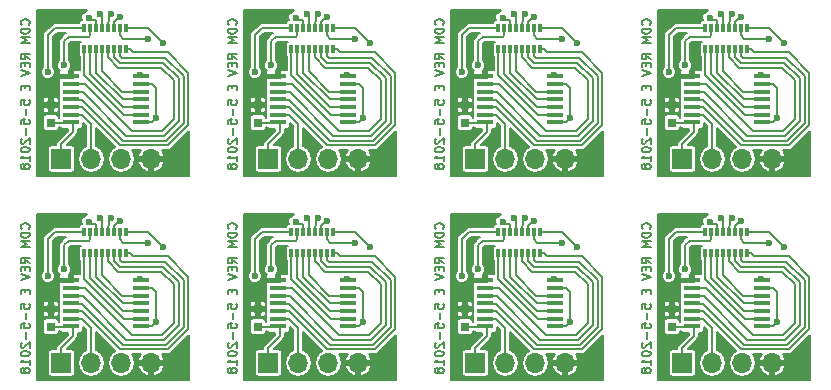
<source format=gbl>
G04 #@! TF.FileFunction,Copper,L2,Bot,Signal*
%FSLAX46Y46*%
G04 Gerber Fmt 4.6, Leading zero omitted, Abs format (unit mm)*
G04 Created by KiCad (PCBNEW 4.0.5+dfsg1-4) date Sat May  5 18:48:22 2018*
%MOMM*%
%LPD*%
G01*
G04 APERTURE LIST*
%ADD10C,0.100000*%
%ADD11C,0.150000*%
%ADD12R,0.750000X0.800000*%
%ADD13R,0.300000X0.800000*%
%ADD14R,1.450000X0.450000*%
%ADD15R,1.700000X1.700000*%
%ADD16O,1.700000X1.700000*%
%ADD17C,0.600000*%
%ADD18C,0.203200*%
G04 APERTURE END LIST*
D10*
D11*
X176823257Y-124020600D02*
X176858971Y-123984886D01*
X176894686Y-123877743D01*
X176894686Y-123806314D01*
X176858971Y-123699171D01*
X176787543Y-123627743D01*
X176716114Y-123592028D01*
X176573257Y-123556314D01*
X176466114Y-123556314D01*
X176323257Y-123592028D01*
X176251829Y-123627743D01*
X176180400Y-123699171D01*
X176144686Y-123806314D01*
X176144686Y-123877743D01*
X176180400Y-123984886D01*
X176216114Y-124020600D01*
X176894686Y-124342028D02*
X176144686Y-124342028D01*
X176144686Y-124520600D01*
X176180400Y-124627743D01*
X176251829Y-124699171D01*
X176323257Y-124734886D01*
X176466114Y-124770600D01*
X176573257Y-124770600D01*
X176716114Y-124734886D01*
X176787543Y-124699171D01*
X176858971Y-124627743D01*
X176894686Y-124520600D01*
X176894686Y-124342028D01*
X176894686Y-125092028D02*
X176144686Y-125092028D01*
X176680400Y-125342028D01*
X176144686Y-125592028D01*
X176894686Y-125592028D01*
X176894686Y-126949172D02*
X176537543Y-126699172D01*
X176894686Y-126520600D02*
X176144686Y-126520600D01*
X176144686Y-126806315D01*
X176180400Y-126877743D01*
X176216114Y-126913458D01*
X176287543Y-126949172D01*
X176394686Y-126949172D01*
X176466114Y-126913458D01*
X176501829Y-126877743D01*
X176537543Y-126806315D01*
X176537543Y-126520600D01*
X176501829Y-127270600D02*
X176501829Y-127520600D01*
X176894686Y-127627743D02*
X176894686Y-127270600D01*
X176144686Y-127270600D01*
X176144686Y-127627743D01*
X176144686Y-127842029D02*
X176894686Y-128092029D01*
X176144686Y-128342029D01*
X176501829Y-129163457D02*
X176501829Y-129413457D01*
X176894686Y-129520600D02*
X176894686Y-129163457D01*
X176144686Y-129163457D01*
X176144686Y-129520600D01*
X176144686Y-130770600D02*
X176144686Y-130413457D01*
X176501829Y-130377743D01*
X176466114Y-130413457D01*
X176430400Y-130484886D01*
X176430400Y-130663457D01*
X176466114Y-130734886D01*
X176501829Y-130770600D01*
X176573257Y-130806315D01*
X176751829Y-130806315D01*
X176823257Y-130770600D01*
X176858971Y-130734886D01*
X176894686Y-130663457D01*
X176894686Y-130484886D01*
X176858971Y-130413457D01*
X176823257Y-130377743D01*
X176608971Y-131127743D02*
X176608971Y-131699172D01*
X176144686Y-132413457D02*
X176144686Y-132056314D01*
X176501829Y-132020600D01*
X176466114Y-132056314D01*
X176430400Y-132127743D01*
X176430400Y-132306314D01*
X176466114Y-132377743D01*
X176501829Y-132413457D01*
X176573257Y-132449172D01*
X176751829Y-132449172D01*
X176823257Y-132413457D01*
X176858971Y-132377743D01*
X176894686Y-132306314D01*
X176894686Y-132127743D01*
X176858971Y-132056314D01*
X176823257Y-132020600D01*
X176608971Y-132770600D02*
X176608971Y-133342029D01*
X176216114Y-133663457D02*
X176180400Y-133699171D01*
X176144686Y-133770600D01*
X176144686Y-133949171D01*
X176180400Y-134020600D01*
X176216114Y-134056314D01*
X176287543Y-134092029D01*
X176358971Y-134092029D01*
X176466114Y-134056314D01*
X176894686Y-133627743D01*
X176894686Y-134092029D01*
X176144686Y-134556315D02*
X176144686Y-134627743D01*
X176180400Y-134699172D01*
X176216114Y-134734886D01*
X176287543Y-134770600D01*
X176430400Y-134806315D01*
X176608971Y-134806315D01*
X176751829Y-134770600D01*
X176823257Y-134734886D01*
X176858971Y-134699172D01*
X176894686Y-134627743D01*
X176894686Y-134556315D01*
X176858971Y-134484886D01*
X176823257Y-134449172D01*
X176751829Y-134413457D01*
X176608971Y-134377743D01*
X176430400Y-134377743D01*
X176287543Y-134413457D01*
X176216114Y-134449172D01*
X176180400Y-134484886D01*
X176144686Y-134556315D01*
X176894686Y-135520601D02*
X176894686Y-135092029D01*
X176894686Y-135306315D02*
X176144686Y-135306315D01*
X176251829Y-135234886D01*
X176323257Y-135163458D01*
X176358971Y-135092029D01*
X176466114Y-135949172D02*
X176430400Y-135877744D01*
X176394686Y-135842029D01*
X176323257Y-135806315D01*
X176287543Y-135806315D01*
X176216114Y-135842029D01*
X176180400Y-135877744D01*
X176144686Y-135949172D01*
X176144686Y-136092029D01*
X176180400Y-136163458D01*
X176216114Y-136199172D01*
X176287543Y-136234887D01*
X176323257Y-136234887D01*
X176394686Y-136199172D01*
X176430400Y-136163458D01*
X176466114Y-136092029D01*
X176466114Y-135949172D01*
X176501829Y-135877744D01*
X176537543Y-135842029D01*
X176608971Y-135806315D01*
X176751829Y-135806315D01*
X176823257Y-135842029D01*
X176858971Y-135877744D01*
X176894686Y-135949172D01*
X176894686Y-136092029D01*
X176858971Y-136163458D01*
X176823257Y-136199172D01*
X176751829Y-136234887D01*
X176608971Y-136234887D01*
X176537543Y-136199172D01*
X176501829Y-136163458D01*
X176466114Y-136092029D01*
X194349257Y-124020600D02*
X194384971Y-123984886D01*
X194420686Y-123877743D01*
X194420686Y-123806314D01*
X194384971Y-123699171D01*
X194313543Y-123627743D01*
X194242114Y-123592028D01*
X194099257Y-123556314D01*
X193992114Y-123556314D01*
X193849257Y-123592028D01*
X193777829Y-123627743D01*
X193706400Y-123699171D01*
X193670686Y-123806314D01*
X193670686Y-123877743D01*
X193706400Y-123984886D01*
X193742114Y-124020600D01*
X194420686Y-124342028D02*
X193670686Y-124342028D01*
X193670686Y-124520600D01*
X193706400Y-124627743D01*
X193777829Y-124699171D01*
X193849257Y-124734886D01*
X193992114Y-124770600D01*
X194099257Y-124770600D01*
X194242114Y-124734886D01*
X194313543Y-124699171D01*
X194384971Y-124627743D01*
X194420686Y-124520600D01*
X194420686Y-124342028D01*
X194420686Y-125092028D02*
X193670686Y-125092028D01*
X194206400Y-125342028D01*
X193670686Y-125592028D01*
X194420686Y-125592028D01*
X194420686Y-126949172D02*
X194063543Y-126699172D01*
X194420686Y-126520600D02*
X193670686Y-126520600D01*
X193670686Y-126806315D01*
X193706400Y-126877743D01*
X193742114Y-126913458D01*
X193813543Y-126949172D01*
X193920686Y-126949172D01*
X193992114Y-126913458D01*
X194027829Y-126877743D01*
X194063543Y-126806315D01*
X194063543Y-126520600D01*
X194027829Y-127270600D02*
X194027829Y-127520600D01*
X194420686Y-127627743D02*
X194420686Y-127270600D01*
X193670686Y-127270600D01*
X193670686Y-127627743D01*
X193670686Y-127842029D02*
X194420686Y-128092029D01*
X193670686Y-128342029D01*
X194027829Y-129163457D02*
X194027829Y-129413457D01*
X194420686Y-129520600D02*
X194420686Y-129163457D01*
X193670686Y-129163457D01*
X193670686Y-129520600D01*
X193670686Y-130770600D02*
X193670686Y-130413457D01*
X194027829Y-130377743D01*
X193992114Y-130413457D01*
X193956400Y-130484886D01*
X193956400Y-130663457D01*
X193992114Y-130734886D01*
X194027829Y-130770600D01*
X194099257Y-130806315D01*
X194277829Y-130806315D01*
X194349257Y-130770600D01*
X194384971Y-130734886D01*
X194420686Y-130663457D01*
X194420686Y-130484886D01*
X194384971Y-130413457D01*
X194349257Y-130377743D01*
X194134971Y-131127743D02*
X194134971Y-131699172D01*
X193670686Y-132413457D02*
X193670686Y-132056314D01*
X194027829Y-132020600D01*
X193992114Y-132056314D01*
X193956400Y-132127743D01*
X193956400Y-132306314D01*
X193992114Y-132377743D01*
X194027829Y-132413457D01*
X194099257Y-132449172D01*
X194277829Y-132449172D01*
X194349257Y-132413457D01*
X194384971Y-132377743D01*
X194420686Y-132306314D01*
X194420686Y-132127743D01*
X194384971Y-132056314D01*
X194349257Y-132020600D01*
X194134971Y-132770600D02*
X194134971Y-133342029D01*
X193742114Y-133663457D02*
X193706400Y-133699171D01*
X193670686Y-133770600D01*
X193670686Y-133949171D01*
X193706400Y-134020600D01*
X193742114Y-134056314D01*
X193813543Y-134092029D01*
X193884971Y-134092029D01*
X193992114Y-134056314D01*
X194420686Y-133627743D01*
X194420686Y-134092029D01*
X193670686Y-134556315D02*
X193670686Y-134627743D01*
X193706400Y-134699172D01*
X193742114Y-134734886D01*
X193813543Y-134770600D01*
X193956400Y-134806315D01*
X194134971Y-134806315D01*
X194277829Y-134770600D01*
X194349257Y-134734886D01*
X194384971Y-134699172D01*
X194420686Y-134627743D01*
X194420686Y-134556315D01*
X194384971Y-134484886D01*
X194349257Y-134449172D01*
X194277829Y-134413457D01*
X194134971Y-134377743D01*
X193956400Y-134377743D01*
X193813543Y-134413457D01*
X193742114Y-134449172D01*
X193706400Y-134484886D01*
X193670686Y-134556315D01*
X194420686Y-135520601D02*
X194420686Y-135092029D01*
X194420686Y-135306315D02*
X193670686Y-135306315D01*
X193777829Y-135234886D01*
X193849257Y-135163458D01*
X193884971Y-135092029D01*
X193992114Y-135949172D02*
X193956400Y-135877744D01*
X193920686Y-135842029D01*
X193849257Y-135806315D01*
X193813543Y-135806315D01*
X193742114Y-135842029D01*
X193706400Y-135877744D01*
X193670686Y-135949172D01*
X193670686Y-136092029D01*
X193706400Y-136163458D01*
X193742114Y-136199172D01*
X193813543Y-136234887D01*
X193849257Y-136234887D01*
X193920686Y-136199172D01*
X193956400Y-136163458D01*
X193992114Y-136092029D01*
X193992114Y-135949172D01*
X194027829Y-135877744D01*
X194063543Y-135842029D01*
X194134971Y-135806315D01*
X194277829Y-135806315D01*
X194349257Y-135842029D01*
X194384971Y-135877744D01*
X194420686Y-135949172D01*
X194420686Y-136092029D01*
X194384971Y-136163458D01*
X194349257Y-136199172D01*
X194277829Y-136234887D01*
X194134971Y-136234887D01*
X194063543Y-136199172D01*
X194027829Y-136163458D01*
X193992114Y-136092029D01*
X141771257Y-124020600D02*
X141806971Y-123984886D01*
X141842686Y-123877743D01*
X141842686Y-123806314D01*
X141806971Y-123699171D01*
X141735543Y-123627743D01*
X141664114Y-123592028D01*
X141521257Y-123556314D01*
X141414114Y-123556314D01*
X141271257Y-123592028D01*
X141199829Y-123627743D01*
X141128400Y-123699171D01*
X141092686Y-123806314D01*
X141092686Y-123877743D01*
X141128400Y-123984886D01*
X141164114Y-124020600D01*
X141842686Y-124342028D02*
X141092686Y-124342028D01*
X141092686Y-124520600D01*
X141128400Y-124627743D01*
X141199829Y-124699171D01*
X141271257Y-124734886D01*
X141414114Y-124770600D01*
X141521257Y-124770600D01*
X141664114Y-124734886D01*
X141735543Y-124699171D01*
X141806971Y-124627743D01*
X141842686Y-124520600D01*
X141842686Y-124342028D01*
X141842686Y-125092028D02*
X141092686Y-125092028D01*
X141628400Y-125342028D01*
X141092686Y-125592028D01*
X141842686Y-125592028D01*
X141842686Y-126949172D02*
X141485543Y-126699172D01*
X141842686Y-126520600D02*
X141092686Y-126520600D01*
X141092686Y-126806315D01*
X141128400Y-126877743D01*
X141164114Y-126913458D01*
X141235543Y-126949172D01*
X141342686Y-126949172D01*
X141414114Y-126913458D01*
X141449829Y-126877743D01*
X141485543Y-126806315D01*
X141485543Y-126520600D01*
X141449829Y-127270600D02*
X141449829Y-127520600D01*
X141842686Y-127627743D02*
X141842686Y-127270600D01*
X141092686Y-127270600D01*
X141092686Y-127627743D01*
X141092686Y-127842029D02*
X141842686Y-128092029D01*
X141092686Y-128342029D01*
X141449829Y-129163457D02*
X141449829Y-129413457D01*
X141842686Y-129520600D02*
X141842686Y-129163457D01*
X141092686Y-129163457D01*
X141092686Y-129520600D01*
X141092686Y-130770600D02*
X141092686Y-130413457D01*
X141449829Y-130377743D01*
X141414114Y-130413457D01*
X141378400Y-130484886D01*
X141378400Y-130663457D01*
X141414114Y-130734886D01*
X141449829Y-130770600D01*
X141521257Y-130806315D01*
X141699829Y-130806315D01*
X141771257Y-130770600D01*
X141806971Y-130734886D01*
X141842686Y-130663457D01*
X141842686Y-130484886D01*
X141806971Y-130413457D01*
X141771257Y-130377743D01*
X141556971Y-131127743D02*
X141556971Y-131699172D01*
X141092686Y-132413457D02*
X141092686Y-132056314D01*
X141449829Y-132020600D01*
X141414114Y-132056314D01*
X141378400Y-132127743D01*
X141378400Y-132306314D01*
X141414114Y-132377743D01*
X141449829Y-132413457D01*
X141521257Y-132449172D01*
X141699829Y-132449172D01*
X141771257Y-132413457D01*
X141806971Y-132377743D01*
X141842686Y-132306314D01*
X141842686Y-132127743D01*
X141806971Y-132056314D01*
X141771257Y-132020600D01*
X141556971Y-132770600D02*
X141556971Y-133342029D01*
X141164114Y-133663457D02*
X141128400Y-133699171D01*
X141092686Y-133770600D01*
X141092686Y-133949171D01*
X141128400Y-134020600D01*
X141164114Y-134056314D01*
X141235543Y-134092029D01*
X141306971Y-134092029D01*
X141414114Y-134056314D01*
X141842686Y-133627743D01*
X141842686Y-134092029D01*
X141092686Y-134556315D02*
X141092686Y-134627743D01*
X141128400Y-134699172D01*
X141164114Y-134734886D01*
X141235543Y-134770600D01*
X141378400Y-134806315D01*
X141556971Y-134806315D01*
X141699829Y-134770600D01*
X141771257Y-134734886D01*
X141806971Y-134699172D01*
X141842686Y-134627743D01*
X141842686Y-134556315D01*
X141806971Y-134484886D01*
X141771257Y-134449172D01*
X141699829Y-134413457D01*
X141556971Y-134377743D01*
X141378400Y-134377743D01*
X141235543Y-134413457D01*
X141164114Y-134449172D01*
X141128400Y-134484886D01*
X141092686Y-134556315D01*
X141842686Y-135520601D02*
X141842686Y-135092029D01*
X141842686Y-135306315D02*
X141092686Y-135306315D01*
X141199829Y-135234886D01*
X141271257Y-135163458D01*
X141306971Y-135092029D01*
X141414114Y-135949172D02*
X141378400Y-135877744D01*
X141342686Y-135842029D01*
X141271257Y-135806315D01*
X141235543Y-135806315D01*
X141164114Y-135842029D01*
X141128400Y-135877744D01*
X141092686Y-135949172D01*
X141092686Y-136092029D01*
X141128400Y-136163458D01*
X141164114Y-136199172D01*
X141235543Y-136234887D01*
X141271257Y-136234887D01*
X141342686Y-136199172D01*
X141378400Y-136163458D01*
X141414114Y-136092029D01*
X141414114Y-135949172D01*
X141449829Y-135877744D01*
X141485543Y-135842029D01*
X141556971Y-135806315D01*
X141699829Y-135806315D01*
X141771257Y-135842029D01*
X141806971Y-135877744D01*
X141842686Y-135949172D01*
X141842686Y-136092029D01*
X141806971Y-136163458D01*
X141771257Y-136199172D01*
X141699829Y-136234887D01*
X141556971Y-136234887D01*
X141485543Y-136199172D01*
X141449829Y-136163458D01*
X141414114Y-136092029D01*
X159297257Y-124020600D02*
X159332971Y-123984886D01*
X159368686Y-123877743D01*
X159368686Y-123806314D01*
X159332971Y-123699171D01*
X159261543Y-123627743D01*
X159190114Y-123592028D01*
X159047257Y-123556314D01*
X158940114Y-123556314D01*
X158797257Y-123592028D01*
X158725829Y-123627743D01*
X158654400Y-123699171D01*
X158618686Y-123806314D01*
X158618686Y-123877743D01*
X158654400Y-123984886D01*
X158690114Y-124020600D01*
X159368686Y-124342028D02*
X158618686Y-124342028D01*
X158618686Y-124520600D01*
X158654400Y-124627743D01*
X158725829Y-124699171D01*
X158797257Y-124734886D01*
X158940114Y-124770600D01*
X159047257Y-124770600D01*
X159190114Y-124734886D01*
X159261543Y-124699171D01*
X159332971Y-124627743D01*
X159368686Y-124520600D01*
X159368686Y-124342028D01*
X159368686Y-125092028D02*
X158618686Y-125092028D01*
X159154400Y-125342028D01*
X158618686Y-125592028D01*
X159368686Y-125592028D01*
X159368686Y-126949172D02*
X159011543Y-126699172D01*
X159368686Y-126520600D02*
X158618686Y-126520600D01*
X158618686Y-126806315D01*
X158654400Y-126877743D01*
X158690114Y-126913458D01*
X158761543Y-126949172D01*
X158868686Y-126949172D01*
X158940114Y-126913458D01*
X158975829Y-126877743D01*
X159011543Y-126806315D01*
X159011543Y-126520600D01*
X158975829Y-127270600D02*
X158975829Y-127520600D01*
X159368686Y-127627743D02*
X159368686Y-127270600D01*
X158618686Y-127270600D01*
X158618686Y-127627743D01*
X158618686Y-127842029D02*
X159368686Y-128092029D01*
X158618686Y-128342029D01*
X158975829Y-129163457D02*
X158975829Y-129413457D01*
X159368686Y-129520600D02*
X159368686Y-129163457D01*
X158618686Y-129163457D01*
X158618686Y-129520600D01*
X158618686Y-130770600D02*
X158618686Y-130413457D01*
X158975829Y-130377743D01*
X158940114Y-130413457D01*
X158904400Y-130484886D01*
X158904400Y-130663457D01*
X158940114Y-130734886D01*
X158975829Y-130770600D01*
X159047257Y-130806315D01*
X159225829Y-130806315D01*
X159297257Y-130770600D01*
X159332971Y-130734886D01*
X159368686Y-130663457D01*
X159368686Y-130484886D01*
X159332971Y-130413457D01*
X159297257Y-130377743D01*
X159082971Y-131127743D02*
X159082971Y-131699172D01*
X158618686Y-132413457D02*
X158618686Y-132056314D01*
X158975829Y-132020600D01*
X158940114Y-132056314D01*
X158904400Y-132127743D01*
X158904400Y-132306314D01*
X158940114Y-132377743D01*
X158975829Y-132413457D01*
X159047257Y-132449172D01*
X159225829Y-132449172D01*
X159297257Y-132413457D01*
X159332971Y-132377743D01*
X159368686Y-132306314D01*
X159368686Y-132127743D01*
X159332971Y-132056314D01*
X159297257Y-132020600D01*
X159082971Y-132770600D02*
X159082971Y-133342029D01*
X158690114Y-133663457D02*
X158654400Y-133699171D01*
X158618686Y-133770600D01*
X158618686Y-133949171D01*
X158654400Y-134020600D01*
X158690114Y-134056314D01*
X158761543Y-134092029D01*
X158832971Y-134092029D01*
X158940114Y-134056314D01*
X159368686Y-133627743D01*
X159368686Y-134092029D01*
X158618686Y-134556315D02*
X158618686Y-134627743D01*
X158654400Y-134699172D01*
X158690114Y-134734886D01*
X158761543Y-134770600D01*
X158904400Y-134806315D01*
X159082971Y-134806315D01*
X159225829Y-134770600D01*
X159297257Y-134734886D01*
X159332971Y-134699172D01*
X159368686Y-134627743D01*
X159368686Y-134556315D01*
X159332971Y-134484886D01*
X159297257Y-134449172D01*
X159225829Y-134413457D01*
X159082971Y-134377743D01*
X158904400Y-134377743D01*
X158761543Y-134413457D01*
X158690114Y-134449172D01*
X158654400Y-134484886D01*
X158618686Y-134556315D01*
X159368686Y-135520601D02*
X159368686Y-135092029D01*
X159368686Y-135306315D02*
X158618686Y-135306315D01*
X158725829Y-135234886D01*
X158797257Y-135163458D01*
X158832971Y-135092029D01*
X158940114Y-135949172D02*
X158904400Y-135877744D01*
X158868686Y-135842029D01*
X158797257Y-135806315D01*
X158761543Y-135806315D01*
X158690114Y-135842029D01*
X158654400Y-135877744D01*
X158618686Y-135949172D01*
X158618686Y-136092029D01*
X158654400Y-136163458D01*
X158690114Y-136199172D01*
X158761543Y-136234887D01*
X158797257Y-136234887D01*
X158868686Y-136199172D01*
X158904400Y-136163458D01*
X158940114Y-136092029D01*
X158940114Y-135949172D01*
X158975829Y-135877744D01*
X159011543Y-135842029D01*
X159082971Y-135806315D01*
X159225829Y-135806315D01*
X159297257Y-135842029D01*
X159332971Y-135877744D01*
X159368686Y-135949172D01*
X159368686Y-136092029D01*
X159332971Y-136163458D01*
X159297257Y-136199172D01*
X159225829Y-136234887D01*
X159082971Y-136234887D01*
X159011543Y-136199172D01*
X158975829Y-136163458D01*
X158940114Y-136092029D01*
X194349257Y-106748600D02*
X194384971Y-106712886D01*
X194420686Y-106605743D01*
X194420686Y-106534314D01*
X194384971Y-106427171D01*
X194313543Y-106355743D01*
X194242114Y-106320028D01*
X194099257Y-106284314D01*
X193992114Y-106284314D01*
X193849257Y-106320028D01*
X193777829Y-106355743D01*
X193706400Y-106427171D01*
X193670686Y-106534314D01*
X193670686Y-106605743D01*
X193706400Y-106712886D01*
X193742114Y-106748600D01*
X194420686Y-107070028D02*
X193670686Y-107070028D01*
X193670686Y-107248600D01*
X193706400Y-107355743D01*
X193777829Y-107427171D01*
X193849257Y-107462886D01*
X193992114Y-107498600D01*
X194099257Y-107498600D01*
X194242114Y-107462886D01*
X194313543Y-107427171D01*
X194384971Y-107355743D01*
X194420686Y-107248600D01*
X194420686Y-107070028D01*
X194420686Y-107820028D02*
X193670686Y-107820028D01*
X194206400Y-108070028D01*
X193670686Y-108320028D01*
X194420686Y-108320028D01*
X194420686Y-109677172D02*
X194063543Y-109427172D01*
X194420686Y-109248600D02*
X193670686Y-109248600D01*
X193670686Y-109534315D01*
X193706400Y-109605743D01*
X193742114Y-109641458D01*
X193813543Y-109677172D01*
X193920686Y-109677172D01*
X193992114Y-109641458D01*
X194027829Y-109605743D01*
X194063543Y-109534315D01*
X194063543Y-109248600D01*
X194027829Y-109998600D02*
X194027829Y-110248600D01*
X194420686Y-110355743D02*
X194420686Y-109998600D01*
X193670686Y-109998600D01*
X193670686Y-110355743D01*
X193670686Y-110570029D02*
X194420686Y-110820029D01*
X193670686Y-111070029D01*
X194027829Y-111891457D02*
X194027829Y-112141457D01*
X194420686Y-112248600D02*
X194420686Y-111891457D01*
X193670686Y-111891457D01*
X193670686Y-112248600D01*
X193670686Y-113498600D02*
X193670686Y-113141457D01*
X194027829Y-113105743D01*
X193992114Y-113141457D01*
X193956400Y-113212886D01*
X193956400Y-113391457D01*
X193992114Y-113462886D01*
X194027829Y-113498600D01*
X194099257Y-113534315D01*
X194277829Y-113534315D01*
X194349257Y-113498600D01*
X194384971Y-113462886D01*
X194420686Y-113391457D01*
X194420686Y-113212886D01*
X194384971Y-113141457D01*
X194349257Y-113105743D01*
X194134971Y-113855743D02*
X194134971Y-114427172D01*
X193670686Y-115141457D02*
X193670686Y-114784314D01*
X194027829Y-114748600D01*
X193992114Y-114784314D01*
X193956400Y-114855743D01*
X193956400Y-115034314D01*
X193992114Y-115105743D01*
X194027829Y-115141457D01*
X194099257Y-115177172D01*
X194277829Y-115177172D01*
X194349257Y-115141457D01*
X194384971Y-115105743D01*
X194420686Y-115034314D01*
X194420686Y-114855743D01*
X194384971Y-114784314D01*
X194349257Y-114748600D01*
X194134971Y-115498600D02*
X194134971Y-116070029D01*
X193742114Y-116391457D02*
X193706400Y-116427171D01*
X193670686Y-116498600D01*
X193670686Y-116677171D01*
X193706400Y-116748600D01*
X193742114Y-116784314D01*
X193813543Y-116820029D01*
X193884971Y-116820029D01*
X193992114Y-116784314D01*
X194420686Y-116355743D01*
X194420686Y-116820029D01*
X193670686Y-117284315D02*
X193670686Y-117355743D01*
X193706400Y-117427172D01*
X193742114Y-117462886D01*
X193813543Y-117498600D01*
X193956400Y-117534315D01*
X194134971Y-117534315D01*
X194277829Y-117498600D01*
X194349257Y-117462886D01*
X194384971Y-117427172D01*
X194420686Y-117355743D01*
X194420686Y-117284315D01*
X194384971Y-117212886D01*
X194349257Y-117177172D01*
X194277829Y-117141457D01*
X194134971Y-117105743D01*
X193956400Y-117105743D01*
X193813543Y-117141457D01*
X193742114Y-117177172D01*
X193706400Y-117212886D01*
X193670686Y-117284315D01*
X194420686Y-118248601D02*
X194420686Y-117820029D01*
X194420686Y-118034315D02*
X193670686Y-118034315D01*
X193777829Y-117962886D01*
X193849257Y-117891458D01*
X193884971Y-117820029D01*
X193992114Y-118677172D02*
X193956400Y-118605744D01*
X193920686Y-118570029D01*
X193849257Y-118534315D01*
X193813543Y-118534315D01*
X193742114Y-118570029D01*
X193706400Y-118605744D01*
X193670686Y-118677172D01*
X193670686Y-118820029D01*
X193706400Y-118891458D01*
X193742114Y-118927172D01*
X193813543Y-118962887D01*
X193849257Y-118962887D01*
X193920686Y-118927172D01*
X193956400Y-118891458D01*
X193992114Y-118820029D01*
X193992114Y-118677172D01*
X194027829Y-118605744D01*
X194063543Y-118570029D01*
X194134971Y-118534315D01*
X194277829Y-118534315D01*
X194349257Y-118570029D01*
X194384971Y-118605744D01*
X194420686Y-118677172D01*
X194420686Y-118820029D01*
X194384971Y-118891458D01*
X194349257Y-118927172D01*
X194277829Y-118962887D01*
X194134971Y-118962887D01*
X194063543Y-118927172D01*
X194027829Y-118891458D01*
X193992114Y-118820029D01*
X176823257Y-106748600D02*
X176858971Y-106712886D01*
X176894686Y-106605743D01*
X176894686Y-106534314D01*
X176858971Y-106427171D01*
X176787543Y-106355743D01*
X176716114Y-106320028D01*
X176573257Y-106284314D01*
X176466114Y-106284314D01*
X176323257Y-106320028D01*
X176251829Y-106355743D01*
X176180400Y-106427171D01*
X176144686Y-106534314D01*
X176144686Y-106605743D01*
X176180400Y-106712886D01*
X176216114Y-106748600D01*
X176894686Y-107070028D02*
X176144686Y-107070028D01*
X176144686Y-107248600D01*
X176180400Y-107355743D01*
X176251829Y-107427171D01*
X176323257Y-107462886D01*
X176466114Y-107498600D01*
X176573257Y-107498600D01*
X176716114Y-107462886D01*
X176787543Y-107427171D01*
X176858971Y-107355743D01*
X176894686Y-107248600D01*
X176894686Y-107070028D01*
X176894686Y-107820028D02*
X176144686Y-107820028D01*
X176680400Y-108070028D01*
X176144686Y-108320028D01*
X176894686Y-108320028D01*
X176894686Y-109677172D02*
X176537543Y-109427172D01*
X176894686Y-109248600D02*
X176144686Y-109248600D01*
X176144686Y-109534315D01*
X176180400Y-109605743D01*
X176216114Y-109641458D01*
X176287543Y-109677172D01*
X176394686Y-109677172D01*
X176466114Y-109641458D01*
X176501829Y-109605743D01*
X176537543Y-109534315D01*
X176537543Y-109248600D01*
X176501829Y-109998600D02*
X176501829Y-110248600D01*
X176894686Y-110355743D02*
X176894686Y-109998600D01*
X176144686Y-109998600D01*
X176144686Y-110355743D01*
X176144686Y-110570029D02*
X176894686Y-110820029D01*
X176144686Y-111070029D01*
X176501829Y-111891457D02*
X176501829Y-112141457D01*
X176894686Y-112248600D02*
X176894686Y-111891457D01*
X176144686Y-111891457D01*
X176144686Y-112248600D01*
X176144686Y-113498600D02*
X176144686Y-113141457D01*
X176501829Y-113105743D01*
X176466114Y-113141457D01*
X176430400Y-113212886D01*
X176430400Y-113391457D01*
X176466114Y-113462886D01*
X176501829Y-113498600D01*
X176573257Y-113534315D01*
X176751829Y-113534315D01*
X176823257Y-113498600D01*
X176858971Y-113462886D01*
X176894686Y-113391457D01*
X176894686Y-113212886D01*
X176858971Y-113141457D01*
X176823257Y-113105743D01*
X176608971Y-113855743D02*
X176608971Y-114427172D01*
X176144686Y-115141457D02*
X176144686Y-114784314D01*
X176501829Y-114748600D01*
X176466114Y-114784314D01*
X176430400Y-114855743D01*
X176430400Y-115034314D01*
X176466114Y-115105743D01*
X176501829Y-115141457D01*
X176573257Y-115177172D01*
X176751829Y-115177172D01*
X176823257Y-115141457D01*
X176858971Y-115105743D01*
X176894686Y-115034314D01*
X176894686Y-114855743D01*
X176858971Y-114784314D01*
X176823257Y-114748600D01*
X176608971Y-115498600D02*
X176608971Y-116070029D01*
X176216114Y-116391457D02*
X176180400Y-116427171D01*
X176144686Y-116498600D01*
X176144686Y-116677171D01*
X176180400Y-116748600D01*
X176216114Y-116784314D01*
X176287543Y-116820029D01*
X176358971Y-116820029D01*
X176466114Y-116784314D01*
X176894686Y-116355743D01*
X176894686Y-116820029D01*
X176144686Y-117284315D02*
X176144686Y-117355743D01*
X176180400Y-117427172D01*
X176216114Y-117462886D01*
X176287543Y-117498600D01*
X176430400Y-117534315D01*
X176608971Y-117534315D01*
X176751829Y-117498600D01*
X176823257Y-117462886D01*
X176858971Y-117427172D01*
X176894686Y-117355743D01*
X176894686Y-117284315D01*
X176858971Y-117212886D01*
X176823257Y-117177172D01*
X176751829Y-117141457D01*
X176608971Y-117105743D01*
X176430400Y-117105743D01*
X176287543Y-117141457D01*
X176216114Y-117177172D01*
X176180400Y-117212886D01*
X176144686Y-117284315D01*
X176894686Y-118248601D02*
X176894686Y-117820029D01*
X176894686Y-118034315D02*
X176144686Y-118034315D01*
X176251829Y-117962886D01*
X176323257Y-117891458D01*
X176358971Y-117820029D01*
X176466114Y-118677172D02*
X176430400Y-118605744D01*
X176394686Y-118570029D01*
X176323257Y-118534315D01*
X176287543Y-118534315D01*
X176216114Y-118570029D01*
X176180400Y-118605744D01*
X176144686Y-118677172D01*
X176144686Y-118820029D01*
X176180400Y-118891458D01*
X176216114Y-118927172D01*
X176287543Y-118962887D01*
X176323257Y-118962887D01*
X176394686Y-118927172D01*
X176430400Y-118891458D01*
X176466114Y-118820029D01*
X176466114Y-118677172D01*
X176501829Y-118605744D01*
X176537543Y-118570029D01*
X176608971Y-118534315D01*
X176751829Y-118534315D01*
X176823257Y-118570029D01*
X176858971Y-118605744D01*
X176894686Y-118677172D01*
X176894686Y-118820029D01*
X176858971Y-118891458D01*
X176823257Y-118927172D01*
X176751829Y-118962887D01*
X176608971Y-118962887D01*
X176537543Y-118927172D01*
X176501829Y-118891458D01*
X176466114Y-118820029D01*
X159297257Y-106748600D02*
X159332971Y-106712886D01*
X159368686Y-106605743D01*
X159368686Y-106534314D01*
X159332971Y-106427171D01*
X159261543Y-106355743D01*
X159190114Y-106320028D01*
X159047257Y-106284314D01*
X158940114Y-106284314D01*
X158797257Y-106320028D01*
X158725829Y-106355743D01*
X158654400Y-106427171D01*
X158618686Y-106534314D01*
X158618686Y-106605743D01*
X158654400Y-106712886D01*
X158690114Y-106748600D01*
X159368686Y-107070028D02*
X158618686Y-107070028D01*
X158618686Y-107248600D01*
X158654400Y-107355743D01*
X158725829Y-107427171D01*
X158797257Y-107462886D01*
X158940114Y-107498600D01*
X159047257Y-107498600D01*
X159190114Y-107462886D01*
X159261543Y-107427171D01*
X159332971Y-107355743D01*
X159368686Y-107248600D01*
X159368686Y-107070028D01*
X159368686Y-107820028D02*
X158618686Y-107820028D01*
X159154400Y-108070028D01*
X158618686Y-108320028D01*
X159368686Y-108320028D01*
X159368686Y-109677172D02*
X159011543Y-109427172D01*
X159368686Y-109248600D02*
X158618686Y-109248600D01*
X158618686Y-109534315D01*
X158654400Y-109605743D01*
X158690114Y-109641458D01*
X158761543Y-109677172D01*
X158868686Y-109677172D01*
X158940114Y-109641458D01*
X158975829Y-109605743D01*
X159011543Y-109534315D01*
X159011543Y-109248600D01*
X158975829Y-109998600D02*
X158975829Y-110248600D01*
X159368686Y-110355743D02*
X159368686Y-109998600D01*
X158618686Y-109998600D01*
X158618686Y-110355743D01*
X158618686Y-110570029D02*
X159368686Y-110820029D01*
X158618686Y-111070029D01*
X158975829Y-111891457D02*
X158975829Y-112141457D01*
X159368686Y-112248600D02*
X159368686Y-111891457D01*
X158618686Y-111891457D01*
X158618686Y-112248600D01*
X158618686Y-113498600D02*
X158618686Y-113141457D01*
X158975829Y-113105743D01*
X158940114Y-113141457D01*
X158904400Y-113212886D01*
X158904400Y-113391457D01*
X158940114Y-113462886D01*
X158975829Y-113498600D01*
X159047257Y-113534315D01*
X159225829Y-113534315D01*
X159297257Y-113498600D01*
X159332971Y-113462886D01*
X159368686Y-113391457D01*
X159368686Y-113212886D01*
X159332971Y-113141457D01*
X159297257Y-113105743D01*
X159082971Y-113855743D02*
X159082971Y-114427172D01*
X158618686Y-115141457D02*
X158618686Y-114784314D01*
X158975829Y-114748600D01*
X158940114Y-114784314D01*
X158904400Y-114855743D01*
X158904400Y-115034314D01*
X158940114Y-115105743D01*
X158975829Y-115141457D01*
X159047257Y-115177172D01*
X159225829Y-115177172D01*
X159297257Y-115141457D01*
X159332971Y-115105743D01*
X159368686Y-115034314D01*
X159368686Y-114855743D01*
X159332971Y-114784314D01*
X159297257Y-114748600D01*
X159082971Y-115498600D02*
X159082971Y-116070029D01*
X158690114Y-116391457D02*
X158654400Y-116427171D01*
X158618686Y-116498600D01*
X158618686Y-116677171D01*
X158654400Y-116748600D01*
X158690114Y-116784314D01*
X158761543Y-116820029D01*
X158832971Y-116820029D01*
X158940114Y-116784314D01*
X159368686Y-116355743D01*
X159368686Y-116820029D01*
X158618686Y-117284315D02*
X158618686Y-117355743D01*
X158654400Y-117427172D01*
X158690114Y-117462886D01*
X158761543Y-117498600D01*
X158904400Y-117534315D01*
X159082971Y-117534315D01*
X159225829Y-117498600D01*
X159297257Y-117462886D01*
X159332971Y-117427172D01*
X159368686Y-117355743D01*
X159368686Y-117284315D01*
X159332971Y-117212886D01*
X159297257Y-117177172D01*
X159225829Y-117141457D01*
X159082971Y-117105743D01*
X158904400Y-117105743D01*
X158761543Y-117141457D01*
X158690114Y-117177172D01*
X158654400Y-117212886D01*
X158618686Y-117284315D01*
X159368686Y-118248601D02*
X159368686Y-117820029D01*
X159368686Y-118034315D02*
X158618686Y-118034315D01*
X158725829Y-117962886D01*
X158797257Y-117891458D01*
X158832971Y-117820029D01*
X158940114Y-118677172D02*
X158904400Y-118605744D01*
X158868686Y-118570029D01*
X158797257Y-118534315D01*
X158761543Y-118534315D01*
X158690114Y-118570029D01*
X158654400Y-118605744D01*
X158618686Y-118677172D01*
X158618686Y-118820029D01*
X158654400Y-118891458D01*
X158690114Y-118927172D01*
X158761543Y-118962887D01*
X158797257Y-118962887D01*
X158868686Y-118927172D01*
X158904400Y-118891458D01*
X158940114Y-118820029D01*
X158940114Y-118677172D01*
X158975829Y-118605744D01*
X159011543Y-118570029D01*
X159082971Y-118534315D01*
X159225829Y-118534315D01*
X159297257Y-118570029D01*
X159332971Y-118605744D01*
X159368686Y-118677172D01*
X159368686Y-118820029D01*
X159332971Y-118891458D01*
X159297257Y-118927172D01*
X159225829Y-118962887D01*
X159082971Y-118962887D01*
X159011543Y-118927172D01*
X158975829Y-118891458D01*
X158940114Y-118820029D01*
X141771257Y-106748600D02*
X141806971Y-106712886D01*
X141842686Y-106605743D01*
X141842686Y-106534314D01*
X141806971Y-106427171D01*
X141735543Y-106355743D01*
X141664114Y-106320028D01*
X141521257Y-106284314D01*
X141414114Y-106284314D01*
X141271257Y-106320028D01*
X141199829Y-106355743D01*
X141128400Y-106427171D01*
X141092686Y-106534314D01*
X141092686Y-106605743D01*
X141128400Y-106712886D01*
X141164114Y-106748600D01*
X141842686Y-107070028D02*
X141092686Y-107070028D01*
X141092686Y-107248600D01*
X141128400Y-107355743D01*
X141199829Y-107427171D01*
X141271257Y-107462886D01*
X141414114Y-107498600D01*
X141521257Y-107498600D01*
X141664114Y-107462886D01*
X141735543Y-107427171D01*
X141806971Y-107355743D01*
X141842686Y-107248600D01*
X141842686Y-107070028D01*
X141842686Y-107820028D02*
X141092686Y-107820028D01*
X141628400Y-108070028D01*
X141092686Y-108320028D01*
X141842686Y-108320028D01*
X141842686Y-109677172D02*
X141485543Y-109427172D01*
X141842686Y-109248600D02*
X141092686Y-109248600D01*
X141092686Y-109534315D01*
X141128400Y-109605743D01*
X141164114Y-109641458D01*
X141235543Y-109677172D01*
X141342686Y-109677172D01*
X141414114Y-109641458D01*
X141449829Y-109605743D01*
X141485543Y-109534315D01*
X141485543Y-109248600D01*
X141449829Y-109998600D02*
X141449829Y-110248600D01*
X141842686Y-110355743D02*
X141842686Y-109998600D01*
X141092686Y-109998600D01*
X141092686Y-110355743D01*
X141092686Y-110570029D02*
X141842686Y-110820029D01*
X141092686Y-111070029D01*
X141449829Y-111891457D02*
X141449829Y-112141457D01*
X141842686Y-112248600D02*
X141842686Y-111891457D01*
X141092686Y-111891457D01*
X141092686Y-112248600D01*
X141092686Y-113498600D02*
X141092686Y-113141457D01*
X141449829Y-113105743D01*
X141414114Y-113141457D01*
X141378400Y-113212886D01*
X141378400Y-113391457D01*
X141414114Y-113462886D01*
X141449829Y-113498600D01*
X141521257Y-113534315D01*
X141699829Y-113534315D01*
X141771257Y-113498600D01*
X141806971Y-113462886D01*
X141842686Y-113391457D01*
X141842686Y-113212886D01*
X141806971Y-113141457D01*
X141771257Y-113105743D01*
X141556971Y-113855743D02*
X141556971Y-114427172D01*
X141092686Y-115141457D02*
X141092686Y-114784314D01*
X141449829Y-114748600D01*
X141414114Y-114784314D01*
X141378400Y-114855743D01*
X141378400Y-115034314D01*
X141414114Y-115105743D01*
X141449829Y-115141457D01*
X141521257Y-115177172D01*
X141699829Y-115177172D01*
X141771257Y-115141457D01*
X141806971Y-115105743D01*
X141842686Y-115034314D01*
X141842686Y-114855743D01*
X141806971Y-114784314D01*
X141771257Y-114748600D01*
X141556971Y-115498600D02*
X141556971Y-116070029D01*
X141164114Y-116391457D02*
X141128400Y-116427171D01*
X141092686Y-116498600D01*
X141092686Y-116677171D01*
X141128400Y-116748600D01*
X141164114Y-116784314D01*
X141235543Y-116820029D01*
X141306971Y-116820029D01*
X141414114Y-116784314D01*
X141842686Y-116355743D01*
X141842686Y-116820029D01*
X141092686Y-117284315D02*
X141092686Y-117355743D01*
X141128400Y-117427172D01*
X141164114Y-117462886D01*
X141235543Y-117498600D01*
X141378400Y-117534315D01*
X141556971Y-117534315D01*
X141699829Y-117498600D01*
X141771257Y-117462886D01*
X141806971Y-117427172D01*
X141842686Y-117355743D01*
X141842686Y-117284315D01*
X141806971Y-117212886D01*
X141771257Y-117177172D01*
X141699829Y-117141457D01*
X141556971Y-117105743D01*
X141378400Y-117105743D01*
X141235543Y-117141457D01*
X141164114Y-117177172D01*
X141128400Y-117212886D01*
X141092686Y-117284315D01*
X141842686Y-118248601D02*
X141842686Y-117820029D01*
X141842686Y-118034315D02*
X141092686Y-118034315D01*
X141199829Y-117962886D01*
X141271257Y-117891458D01*
X141306971Y-117820029D01*
X141414114Y-118677172D02*
X141378400Y-118605744D01*
X141342686Y-118570029D01*
X141271257Y-118534315D01*
X141235543Y-118534315D01*
X141164114Y-118570029D01*
X141128400Y-118605744D01*
X141092686Y-118677172D01*
X141092686Y-118820029D01*
X141128400Y-118891458D01*
X141164114Y-118927172D01*
X141235543Y-118962887D01*
X141271257Y-118962887D01*
X141342686Y-118927172D01*
X141378400Y-118891458D01*
X141414114Y-118820029D01*
X141414114Y-118677172D01*
X141449829Y-118605744D01*
X141485543Y-118570029D01*
X141556971Y-118534315D01*
X141699829Y-118534315D01*
X141771257Y-118570029D01*
X141806971Y-118605744D01*
X141842686Y-118677172D01*
X141842686Y-118820029D01*
X141806971Y-118891458D01*
X141771257Y-118927172D01*
X141699829Y-118962887D01*
X141556971Y-118962887D01*
X141485543Y-118927172D01*
X141449829Y-118891458D01*
X141414114Y-118820029D01*
D12*
X196215000Y-132322000D03*
X196215000Y-130822000D03*
D13*
X199065000Y-124311000D03*
X199065000Y-126111000D03*
X202565000Y-124311000D03*
X202565000Y-126111000D03*
X199565000Y-124311000D03*
X200065000Y-124311000D03*
X200565000Y-124311000D03*
X201065000Y-124311000D03*
X201565000Y-124311000D03*
X202065000Y-124311000D03*
X199565000Y-126111000D03*
X200065000Y-126111000D03*
X200565000Y-126111000D03*
X201565000Y-126111000D03*
X201065000Y-126111000D03*
X202065000Y-126111000D03*
D14*
X180412600Y-132277400D03*
X180412600Y-131627400D03*
X180412600Y-130977400D03*
X180412600Y-130327400D03*
X180412600Y-129677400D03*
X180412600Y-129027400D03*
X180412600Y-128377400D03*
X186312600Y-128377400D03*
X186312600Y-129027400D03*
X186312600Y-129677400D03*
X186312600Y-130327400D03*
X186312600Y-130977400D03*
X186312600Y-131627400D03*
X186312600Y-132277400D03*
D15*
X197104000Y-135382000D03*
D16*
X199644000Y-135382000D03*
X202184000Y-135382000D03*
X204724000Y-135382000D03*
D15*
X179578000Y-135382000D03*
D16*
X182118000Y-135382000D03*
X184658000Y-135382000D03*
X187198000Y-135382000D03*
D12*
X178689000Y-132322000D03*
X178689000Y-130822000D03*
D14*
X197938600Y-132277400D03*
X197938600Y-131627400D03*
X197938600Y-130977400D03*
X197938600Y-130327400D03*
X197938600Y-129677400D03*
X197938600Y-129027400D03*
X197938600Y-128377400D03*
X203838600Y-128377400D03*
X203838600Y-129027400D03*
X203838600Y-129677400D03*
X203838600Y-130327400D03*
X203838600Y-130977400D03*
X203838600Y-131627400D03*
X203838600Y-132277400D03*
D13*
X181539000Y-124311000D03*
X181539000Y-126111000D03*
X185039000Y-124311000D03*
X185039000Y-126111000D03*
X182039000Y-124311000D03*
X182539000Y-124311000D03*
X183039000Y-124311000D03*
X183539000Y-124311000D03*
X184039000Y-124311000D03*
X184539000Y-124311000D03*
X182039000Y-126111000D03*
X182539000Y-126111000D03*
X183039000Y-126111000D03*
X184039000Y-126111000D03*
X183539000Y-126111000D03*
X184539000Y-126111000D03*
D14*
X145360600Y-132277400D03*
X145360600Y-131627400D03*
X145360600Y-130977400D03*
X145360600Y-130327400D03*
X145360600Y-129677400D03*
X145360600Y-129027400D03*
X145360600Y-128377400D03*
X151260600Y-128377400D03*
X151260600Y-129027400D03*
X151260600Y-129677400D03*
X151260600Y-130327400D03*
X151260600Y-130977400D03*
X151260600Y-131627400D03*
X151260600Y-132277400D03*
D12*
X143637000Y-132322000D03*
X143637000Y-130822000D03*
D15*
X144526000Y-135382000D03*
D16*
X147066000Y-135382000D03*
X149606000Y-135382000D03*
X152146000Y-135382000D03*
D13*
X146487000Y-124311000D03*
X146487000Y-126111000D03*
X149987000Y-124311000D03*
X149987000Y-126111000D03*
X146987000Y-124311000D03*
X147487000Y-124311000D03*
X147987000Y-124311000D03*
X148487000Y-124311000D03*
X148987000Y-124311000D03*
X149487000Y-124311000D03*
X146987000Y-126111000D03*
X147487000Y-126111000D03*
X147987000Y-126111000D03*
X148987000Y-126111000D03*
X148487000Y-126111000D03*
X149487000Y-126111000D03*
D15*
X162052000Y-135382000D03*
D16*
X164592000Y-135382000D03*
X167132000Y-135382000D03*
X169672000Y-135382000D03*
D12*
X161163000Y-132322000D03*
X161163000Y-130822000D03*
D14*
X162886600Y-132277400D03*
X162886600Y-131627400D03*
X162886600Y-130977400D03*
X162886600Y-130327400D03*
X162886600Y-129677400D03*
X162886600Y-129027400D03*
X162886600Y-128377400D03*
X168786600Y-128377400D03*
X168786600Y-129027400D03*
X168786600Y-129677400D03*
X168786600Y-130327400D03*
X168786600Y-130977400D03*
X168786600Y-131627400D03*
X168786600Y-132277400D03*
D13*
X164013000Y-124311000D03*
X164013000Y-126111000D03*
X167513000Y-124311000D03*
X167513000Y-126111000D03*
X164513000Y-124311000D03*
X165013000Y-124311000D03*
X165513000Y-124311000D03*
X166013000Y-124311000D03*
X166513000Y-124311000D03*
X167013000Y-124311000D03*
X164513000Y-126111000D03*
X165013000Y-126111000D03*
X165513000Y-126111000D03*
X166513000Y-126111000D03*
X166013000Y-126111000D03*
X167013000Y-126111000D03*
D12*
X196215000Y-115050000D03*
X196215000Y-113550000D03*
D13*
X181539000Y-107039000D03*
X181539000Y-108839000D03*
X185039000Y-107039000D03*
X185039000Y-108839000D03*
X182039000Y-107039000D03*
X182539000Y-107039000D03*
X183039000Y-107039000D03*
X183539000Y-107039000D03*
X184039000Y-107039000D03*
X184539000Y-107039000D03*
X182039000Y-108839000D03*
X182539000Y-108839000D03*
X183039000Y-108839000D03*
X184039000Y-108839000D03*
X183539000Y-108839000D03*
X184539000Y-108839000D03*
D15*
X179578000Y-118110000D03*
D16*
X182118000Y-118110000D03*
X184658000Y-118110000D03*
X187198000Y-118110000D03*
D12*
X178689000Y-115050000D03*
X178689000Y-113550000D03*
D14*
X197938600Y-115005400D03*
X197938600Y-114355400D03*
X197938600Y-113705400D03*
X197938600Y-113055400D03*
X197938600Y-112405400D03*
X197938600Y-111755400D03*
X197938600Y-111105400D03*
X203838600Y-111105400D03*
X203838600Y-111755400D03*
X203838600Y-112405400D03*
X203838600Y-113055400D03*
X203838600Y-113705400D03*
X203838600Y-114355400D03*
X203838600Y-115005400D03*
D15*
X197104000Y-118110000D03*
D16*
X199644000Y-118110000D03*
X202184000Y-118110000D03*
X204724000Y-118110000D03*
D13*
X199065000Y-107039000D03*
X199065000Y-108839000D03*
X202565000Y-107039000D03*
X202565000Y-108839000D03*
X199565000Y-107039000D03*
X200065000Y-107039000D03*
X200565000Y-107039000D03*
X201065000Y-107039000D03*
X201565000Y-107039000D03*
X202065000Y-107039000D03*
X199565000Y-108839000D03*
X200065000Y-108839000D03*
X200565000Y-108839000D03*
X201565000Y-108839000D03*
X201065000Y-108839000D03*
X202065000Y-108839000D03*
D14*
X180412600Y-115005400D03*
X180412600Y-114355400D03*
X180412600Y-113705400D03*
X180412600Y-113055400D03*
X180412600Y-112405400D03*
X180412600Y-111755400D03*
X180412600Y-111105400D03*
X186312600Y-111105400D03*
X186312600Y-111755400D03*
X186312600Y-112405400D03*
X186312600Y-113055400D03*
X186312600Y-113705400D03*
X186312600Y-114355400D03*
X186312600Y-115005400D03*
X162886600Y-115005400D03*
X162886600Y-114355400D03*
X162886600Y-113705400D03*
X162886600Y-113055400D03*
X162886600Y-112405400D03*
X162886600Y-111755400D03*
X162886600Y-111105400D03*
X168786600Y-111105400D03*
X168786600Y-111755400D03*
X168786600Y-112405400D03*
X168786600Y-113055400D03*
X168786600Y-113705400D03*
X168786600Y-114355400D03*
X168786600Y-115005400D03*
D13*
X164013000Y-107039000D03*
X164013000Y-108839000D03*
X167513000Y-107039000D03*
X167513000Y-108839000D03*
X164513000Y-107039000D03*
X165013000Y-107039000D03*
X165513000Y-107039000D03*
X166013000Y-107039000D03*
X166513000Y-107039000D03*
X167013000Y-107039000D03*
X164513000Y-108839000D03*
X165013000Y-108839000D03*
X165513000Y-108839000D03*
X166513000Y-108839000D03*
X166013000Y-108839000D03*
X167013000Y-108839000D03*
D15*
X162052000Y-118110000D03*
D16*
X164592000Y-118110000D03*
X167132000Y-118110000D03*
X169672000Y-118110000D03*
D12*
X161163000Y-115050000D03*
X161163000Y-113550000D03*
D15*
X144526000Y-118110000D03*
D16*
X147066000Y-118110000D03*
X149606000Y-118110000D03*
X152146000Y-118110000D03*
D13*
X146487000Y-107039000D03*
X146487000Y-108839000D03*
X149987000Y-107039000D03*
X149987000Y-108839000D03*
X146987000Y-107039000D03*
X147487000Y-107039000D03*
X147987000Y-107039000D03*
X148487000Y-107039000D03*
X148987000Y-107039000D03*
X149487000Y-107039000D03*
X146987000Y-108839000D03*
X147487000Y-108839000D03*
X147987000Y-108839000D03*
X148987000Y-108839000D03*
X148487000Y-108839000D03*
X149487000Y-108839000D03*
D12*
X143637000Y-115050000D03*
X143637000Y-113550000D03*
D14*
X145360600Y-115005400D03*
X145360600Y-114355400D03*
X145360600Y-113705400D03*
X145360600Y-113055400D03*
X145360600Y-112405400D03*
X145360600Y-111755400D03*
X145360600Y-111105400D03*
X151260600Y-111105400D03*
X151260600Y-111755400D03*
X151260600Y-112405400D03*
X151260600Y-113055400D03*
X151260600Y-113705400D03*
X151260600Y-114355400D03*
X151260600Y-115005400D03*
D17*
X195961000Y-128016000D03*
X143383000Y-128016000D03*
X160909000Y-128016000D03*
X178435000Y-128016000D03*
X195961000Y-110744000D03*
X178435000Y-110744000D03*
X160909000Y-110744000D03*
X143383000Y-110744000D03*
X197358000Y-127444500D03*
X144780000Y-127444500D03*
X162306000Y-127444500D03*
X179832000Y-127444500D03*
X197358000Y-110172500D03*
X179832000Y-110172500D03*
X162306000Y-110172500D03*
X144780000Y-110172500D03*
X199417437Y-123407788D03*
X164365437Y-123407788D03*
X181891437Y-123407788D03*
X146839437Y-123407788D03*
X199417437Y-106135788D03*
X181891437Y-106135788D03*
X164365437Y-106135788D03*
X146839437Y-106135788D03*
X200349526Y-123144502D03*
X165297526Y-123144502D03*
X182823526Y-123144502D03*
X147771526Y-123144502D03*
X200349526Y-105872502D03*
X182823526Y-105872502D03*
X165297526Y-105872502D03*
X147771526Y-105872502D03*
X201318164Y-123122616D03*
X166266164Y-123122616D03*
X183792164Y-123122616D03*
X148740164Y-123122616D03*
X201318164Y-105850616D03*
X183792164Y-105850616D03*
X166266164Y-105850616D03*
X148740164Y-105850616D03*
X202098209Y-123378534D03*
X167046209Y-123378534D03*
X184572209Y-123378534D03*
X149520209Y-123378534D03*
X202098209Y-106106534D03*
X184572209Y-106106534D03*
X167046209Y-106106534D03*
X149520209Y-106106534D03*
X204439810Y-125222000D03*
X186913810Y-125222000D03*
X151861810Y-125222000D03*
X169387810Y-125222000D03*
X204439810Y-107950000D03*
X186913810Y-107950000D03*
X169387810Y-107950000D03*
X151861810Y-107950000D03*
X205740000Y-125603000D03*
X188214000Y-125603000D03*
X153162000Y-125603000D03*
X170688000Y-125603000D03*
X205740000Y-108331000D03*
X188214000Y-108331000D03*
X170688000Y-108331000D03*
X153162000Y-108331000D03*
X205105000Y-131927600D03*
X187579000Y-131927600D03*
X152527000Y-131927600D03*
X170053000Y-131927600D03*
X205105000Y-114655600D03*
X187579000Y-114655600D03*
X170053000Y-114655600D03*
X152527000Y-114655600D03*
X203783874Y-128243620D03*
X186257874Y-128243620D03*
X151205874Y-128243620D03*
X168731874Y-128243620D03*
X203783874Y-110971620D03*
X186257874Y-110971620D03*
X168731874Y-110971620D03*
X151205874Y-110971620D03*
D18*
X181539000Y-124311000D02*
X179048000Y-124311000D01*
X178435000Y-124924000D02*
X178435000Y-128016000D01*
X179048000Y-124311000D02*
X178435000Y-124924000D01*
X196574000Y-124311000D02*
X195961000Y-124924000D01*
X195961000Y-124924000D02*
X195961000Y-128016000D01*
X199065000Y-124311000D02*
X196574000Y-124311000D01*
X146487000Y-124311000D02*
X143996000Y-124311000D01*
X143996000Y-124311000D02*
X143383000Y-124924000D01*
X143383000Y-124924000D02*
X143383000Y-128016000D01*
X160909000Y-124924000D02*
X160909000Y-128016000D01*
X161522000Y-124311000D02*
X160909000Y-124924000D01*
X164013000Y-124311000D02*
X161522000Y-124311000D01*
X181539000Y-107039000D02*
X179048000Y-107039000D01*
X179048000Y-107039000D02*
X178435000Y-107652000D01*
X178435000Y-107652000D02*
X178435000Y-110744000D01*
X196574000Y-107039000D02*
X195961000Y-107652000D01*
X195961000Y-107652000D02*
X195961000Y-110744000D01*
X199065000Y-107039000D02*
X196574000Y-107039000D01*
X164013000Y-107039000D02*
X161522000Y-107039000D01*
X160909000Y-107652000D02*
X160909000Y-110744000D01*
X161522000Y-107039000D02*
X160909000Y-107652000D01*
X143996000Y-107039000D02*
X143383000Y-107652000D01*
X143383000Y-107652000D02*
X143383000Y-110744000D01*
X146487000Y-107039000D02*
X143996000Y-107039000D01*
X181921700Y-125031500D02*
X180213000Y-125031500D01*
X180213000Y-125031500D02*
X179832000Y-125412500D01*
X179832000Y-125412500D02*
X179832000Y-127444500D01*
X182039000Y-124311000D02*
X182039000Y-124914200D01*
X182039000Y-124914200D02*
X181921700Y-125031500D01*
X199447700Y-125031500D02*
X197739000Y-125031500D01*
X197358000Y-125412500D02*
X197358000Y-127444500D01*
X197739000Y-125031500D02*
X197358000Y-125412500D01*
X199565000Y-124311000D02*
X199565000Y-124914200D01*
X199565000Y-124914200D02*
X199447700Y-125031500D01*
X146987000Y-124914200D02*
X146869700Y-125031500D01*
X146987000Y-124311000D02*
X146987000Y-124914200D01*
X146869700Y-125031500D02*
X145161000Y-125031500D01*
X145161000Y-125031500D02*
X144780000Y-125412500D01*
X144780000Y-125412500D02*
X144780000Y-127444500D01*
X162306000Y-125412500D02*
X162306000Y-127444500D01*
X162687000Y-125031500D02*
X162306000Y-125412500D01*
X164395700Y-125031500D02*
X162687000Y-125031500D01*
X164513000Y-124311000D02*
X164513000Y-124914200D01*
X164513000Y-124914200D02*
X164395700Y-125031500D01*
X182039000Y-107039000D02*
X182039000Y-107642200D01*
X181921700Y-107759500D02*
X180213000Y-107759500D01*
X182039000Y-107642200D02*
X181921700Y-107759500D01*
X179832000Y-108140500D02*
X179832000Y-110172500D01*
X180213000Y-107759500D02*
X179832000Y-108140500D01*
X197739000Y-107759500D02*
X197358000Y-108140500D01*
X199565000Y-107642200D02*
X199447700Y-107759500D01*
X199447700Y-107759500D02*
X197739000Y-107759500D01*
X197358000Y-108140500D02*
X197358000Y-110172500D01*
X199565000Y-107039000D02*
X199565000Y-107642200D01*
X164395700Y-107759500D02*
X162687000Y-107759500D01*
X162687000Y-107759500D02*
X162306000Y-108140500D01*
X162306000Y-108140500D02*
X162306000Y-110172500D01*
X164513000Y-107642200D02*
X164395700Y-107759500D01*
X164513000Y-107039000D02*
X164513000Y-107642200D01*
X144780000Y-108140500D02*
X144780000Y-110172500D01*
X145161000Y-107759500D02*
X144780000Y-108140500D01*
X146869700Y-107759500D02*
X145161000Y-107759500D01*
X146987000Y-107642200D02*
X146869700Y-107759500D01*
X146987000Y-107039000D02*
X146987000Y-107642200D01*
X182089848Y-123606199D02*
X181891437Y-123407788D01*
X182539000Y-124311000D02*
X182539000Y-123712358D01*
X182539000Y-123712358D02*
X182432841Y-123606199D01*
X182432841Y-123606199D02*
X182089848Y-123606199D01*
X199615848Y-123606199D02*
X199417437Y-123407788D01*
X200065000Y-124311000D02*
X200065000Y-123712358D01*
X200065000Y-123712358D02*
X199958841Y-123606199D01*
X199958841Y-123606199D02*
X199615848Y-123606199D01*
X147380841Y-123606199D02*
X147037848Y-123606199D01*
X147487000Y-123712358D02*
X147380841Y-123606199D01*
X147037848Y-123606199D02*
X146839437Y-123407788D01*
X147487000Y-124311000D02*
X147487000Y-123712358D01*
X165013000Y-123712358D02*
X164906841Y-123606199D01*
X165013000Y-124311000D02*
X165013000Y-123712358D01*
X164906841Y-123606199D02*
X164563848Y-123606199D01*
X164563848Y-123606199D02*
X164365437Y-123407788D01*
X199615848Y-106334199D02*
X199417437Y-106135788D01*
X182432841Y-106334199D02*
X182089848Y-106334199D01*
X182539000Y-106440358D02*
X182432841Y-106334199D01*
X182539000Y-107039000D02*
X182539000Y-106440358D01*
X182089848Y-106334199D02*
X181891437Y-106135788D01*
X199958841Y-106334199D02*
X199615848Y-106334199D01*
X200065000Y-106440358D02*
X199958841Y-106334199D01*
X200065000Y-107039000D02*
X200065000Y-106440358D01*
X164563848Y-106334199D02*
X164365437Y-106135788D01*
X165013000Y-107039000D02*
X165013000Y-106440358D01*
X164906841Y-106334199D02*
X164563848Y-106334199D01*
X165013000Y-106440358D02*
X164906841Y-106334199D01*
X147037848Y-106334199D02*
X146839437Y-106135788D01*
X147487000Y-106440358D02*
X147380841Y-106334199D01*
X147380841Y-106334199D02*
X147037848Y-106334199D01*
X147487000Y-107039000D02*
X147487000Y-106440358D01*
X183039000Y-123359976D02*
X182823526Y-123144502D01*
X183039000Y-124311000D02*
X183039000Y-123359976D01*
X200565000Y-123359976D02*
X200349526Y-123144502D01*
X200565000Y-124311000D02*
X200565000Y-123359976D01*
X147987000Y-123359976D02*
X147771526Y-123144502D01*
X147987000Y-124311000D02*
X147987000Y-123359976D01*
X165513000Y-123359976D02*
X165297526Y-123144502D01*
X165513000Y-124311000D02*
X165513000Y-123359976D01*
X183039000Y-106087976D02*
X182823526Y-105872502D01*
X200565000Y-107039000D02*
X200565000Y-106087976D01*
X200565000Y-106087976D02*
X200349526Y-105872502D01*
X183039000Y-107039000D02*
X183039000Y-106087976D01*
X165513000Y-107039000D02*
X165513000Y-106087976D01*
X165513000Y-106087976D02*
X165297526Y-105872502D01*
X147987000Y-106087976D02*
X147771526Y-105872502D01*
X147987000Y-107039000D02*
X147987000Y-106087976D01*
X183653245Y-123716285D02*
X183653245Y-123261535D01*
X183653245Y-123261535D02*
X183792164Y-123122616D01*
X183539000Y-123830530D02*
X183653245Y-123716285D01*
X183539000Y-124311000D02*
X183539000Y-123830530D01*
X201179245Y-123716285D02*
X201179245Y-123261535D01*
X201179245Y-123261535D02*
X201318164Y-123122616D01*
X201065000Y-123830530D02*
X201179245Y-123716285D01*
X201065000Y-124311000D02*
X201065000Y-123830530D01*
X148487000Y-123830530D02*
X148601245Y-123716285D01*
X148487000Y-124311000D02*
X148487000Y-123830530D01*
X148601245Y-123716285D02*
X148601245Y-123261535D01*
X148601245Y-123261535D02*
X148740164Y-123122616D01*
X166013000Y-124311000D02*
X166013000Y-123830530D01*
X166013000Y-123830530D02*
X166127245Y-123716285D01*
X166127245Y-123716285D02*
X166127245Y-123261535D01*
X166127245Y-123261535D02*
X166266164Y-123122616D01*
X201179245Y-105989535D02*
X201318164Y-105850616D01*
X183653245Y-106444285D02*
X183653245Y-105989535D01*
X183653245Y-105989535D02*
X183792164Y-105850616D01*
X201179245Y-106444285D02*
X201179245Y-105989535D01*
X201065000Y-106558530D02*
X201179245Y-106444285D01*
X201065000Y-107039000D02*
X201065000Y-106558530D01*
X183539000Y-107039000D02*
X183539000Y-106558530D01*
X183539000Y-106558530D02*
X183653245Y-106444285D01*
X166127245Y-105989535D02*
X166266164Y-105850616D01*
X166013000Y-107039000D02*
X166013000Y-106558530D01*
X166127245Y-106444285D02*
X166127245Y-105989535D01*
X166013000Y-106558530D02*
X166127245Y-106444285D01*
X148487000Y-106558530D02*
X148601245Y-106444285D01*
X148487000Y-107039000D02*
X148487000Y-106558530D01*
X148601245Y-105989535D02*
X148740164Y-105850616D01*
X148601245Y-106444285D02*
X148601245Y-105989535D01*
X184039000Y-124311000D02*
X184059656Y-124290344D01*
X184059656Y-123748722D02*
X184429844Y-123378534D01*
X184059656Y-124290344D02*
X184059656Y-123748722D01*
X184429844Y-123378534D02*
X184572209Y-123378534D01*
X201585656Y-124290344D02*
X201585656Y-123748722D01*
X201585656Y-123748722D02*
X201955844Y-123378534D01*
X201955844Y-123378534D02*
X202098209Y-123378534D01*
X201565000Y-124311000D02*
X201585656Y-124290344D01*
X149007656Y-124290344D02*
X149007656Y-123748722D01*
X148987000Y-124311000D02*
X149007656Y-124290344D01*
X149007656Y-123748722D02*
X149377844Y-123378534D01*
X149377844Y-123378534D02*
X149520209Y-123378534D01*
X166533656Y-123748722D02*
X166903844Y-123378534D01*
X166513000Y-124311000D02*
X166533656Y-124290344D01*
X166903844Y-123378534D02*
X167046209Y-123378534D01*
X166533656Y-124290344D02*
X166533656Y-123748722D01*
X201565000Y-107039000D02*
X201585656Y-107018344D01*
X201585656Y-106476722D02*
X201955844Y-106106534D01*
X201955844Y-106106534D02*
X202098209Y-106106534D01*
X201585656Y-107018344D02*
X201585656Y-106476722D01*
X184039000Y-107039000D02*
X184059656Y-107018344D01*
X184059656Y-106476722D02*
X184429844Y-106106534D01*
X184429844Y-106106534D02*
X184572209Y-106106534D01*
X184059656Y-107018344D02*
X184059656Y-106476722D01*
X166533656Y-106476722D02*
X166903844Y-106106534D01*
X166903844Y-106106534D02*
X167046209Y-106106534D01*
X166533656Y-107018344D02*
X166533656Y-106476722D01*
X166513000Y-107039000D02*
X166533656Y-107018344D01*
X149377844Y-106106534D02*
X149520209Y-106106534D01*
X149007656Y-107018344D02*
X149007656Y-106476722D01*
X148987000Y-107039000D02*
X149007656Y-107018344D01*
X149007656Y-106476722D02*
X149377844Y-106106534D01*
X184846800Y-125222000D02*
X186489546Y-125222000D01*
X186489546Y-125222000D02*
X186913810Y-125222000D01*
X184539000Y-124914200D02*
X184846800Y-125222000D01*
X184539000Y-124311000D02*
X184539000Y-124914200D01*
X204015546Y-125222000D02*
X204439810Y-125222000D01*
X202065000Y-124311000D02*
X202065000Y-124914200D01*
X202065000Y-124914200D02*
X202372800Y-125222000D01*
X202372800Y-125222000D02*
X204015546Y-125222000D01*
X149487000Y-124311000D02*
X149487000Y-124914200D01*
X149487000Y-124914200D02*
X149794800Y-125222000D01*
X149794800Y-125222000D02*
X151437546Y-125222000D01*
X151437546Y-125222000D02*
X151861810Y-125222000D01*
X167320800Y-125222000D02*
X168963546Y-125222000D01*
X167013000Y-124311000D02*
X167013000Y-124914200D01*
X167013000Y-124914200D02*
X167320800Y-125222000D01*
X168963546Y-125222000D02*
X169387810Y-125222000D01*
X202065000Y-107039000D02*
X202065000Y-107642200D01*
X202065000Y-107642200D02*
X202372800Y-107950000D01*
X204015546Y-107950000D02*
X204439810Y-107950000D01*
X202372800Y-107950000D02*
X204015546Y-107950000D01*
X184539000Y-107642200D02*
X184846800Y-107950000D01*
X184539000Y-107039000D02*
X184539000Y-107642200D01*
X186489546Y-107950000D02*
X186913810Y-107950000D01*
X184846800Y-107950000D02*
X186489546Y-107950000D01*
X168963546Y-107950000D02*
X169387810Y-107950000D01*
X167320800Y-107950000D02*
X168963546Y-107950000D01*
X167013000Y-107039000D02*
X167013000Y-107642200D01*
X167013000Y-107642200D02*
X167320800Y-107950000D01*
X151437546Y-107950000D02*
X151861810Y-107950000D01*
X149794800Y-107950000D02*
X151437546Y-107950000D01*
X149487000Y-107642200D02*
X149794800Y-107950000D01*
X149487000Y-107039000D02*
X149487000Y-107642200D01*
X185039000Y-124311000D02*
X186922000Y-124311000D01*
X186922000Y-124311000D02*
X188214000Y-125603000D01*
X202565000Y-124311000D02*
X204448000Y-124311000D01*
X204448000Y-124311000D02*
X205740000Y-125603000D01*
X149987000Y-124311000D02*
X151870000Y-124311000D01*
X151870000Y-124311000D02*
X153162000Y-125603000D01*
X167513000Y-124311000D02*
X169396000Y-124311000D01*
X169396000Y-124311000D02*
X170688000Y-125603000D01*
X204448000Y-107039000D02*
X205740000Y-108331000D01*
X202565000Y-107039000D02*
X204448000Y-107039000D01*
X185039000Y-107039000D02*
X186922000Y-107039000D01*
X186922000Y-107039000D02*
X188214000Y-108331000D01*
X169396000Y-107039000D02*
X170688000Y-108331000D01*
X167513000Y-107039000D02*
X169396000Y-107039000D01*
X149987000Y-107039000D02*
X151870000Y-107039000D01*
X151870000Y-107039000D02*
X153162000Y-108331000D01*
X178714000Y-132297000D02*
X178689000Y-132322000D01*
X179578000Y-134112000D02*
X179578000Y-135382000D01*
X186312600Y-129027400D02*
X187240800Y-129027400D01*
X187240800Y-129027400D02*
X187604400Y-129391000D01*
X180552000Y-132297000D02*
X180552000Y-133138000D01*
X197104000Y-134112000D02*
X197104000Y-135382000D01*
X198078000Y-133138000D02*
X197104000Y-134112000D01*
X198078000Y-132297000D02*
X198078000Y-133138000D01*
X196240000Y-132297000D02*
X196215000Y-132322000D01*
X198078000Y-132297000D02*
X196240000Y-132297000D01*
X205130400Y-131927600D02*
X204780600Y-132277400D01*
X204780600Y-132277400D02*
X203838600Y-132277400D01*
X203838600Y-129027400D02*
X204766800Y-129027400D01*
X205130400Y-129391000D02*
X205130400Y-131927600D01*
X204766800Y-129027400D02*
X205130400Y-129391000D01*
X187254600Y-132277400D02*
X186312600Y-132277400D01*
X187604400Y-131927600D02*
X187254600Y-132277400D01*
X187604400Y-129391000D02*
X187604400Y-131927600D01*
X180552000Y-133138000D02*
X179578000Y-134112000D01*
X180552000Y-132297000D02*
X178714000Y-132297000D01*
X170078400Y-131927600D02*
X169728600Y-132277400D01*
X169728600Y-132277400D02*
X168786600Y-132277400D01*
X168786600Y-129027400D02*
X169714800Y-129027400D01*
X169714800Y-129027400D02*
X170078400Y-129391000D01*
X170078400Y-129391000D02*
X170078400Y-131927600D01*
X145500000Y-132297000D02*
X143662000Y-132297000D01*
X145500000Y-132297000D02*
X145500000Y-133138000D01*
X143662000Y-132297000D02*
X143637000Y-132322000D01*
X145500000Y-133138000D02*
X144526000Y-134112000D01*
X144526000Y-134112000D02*
X144526000Y-135382000D01*
X152188800Y-129027400D02*
X152552400Y-129391000D01*
X151260600Y-129027400D02*
X152188800Y-129027400D01*
X163026000Y-132297000D02*
X161188000Y-132297000D01*
X161188000Y-132297000D02*
X161163000Y-132322000D01*
X163026000Y-132297000D02*
X163026000Y-133138000D01*
X163026000Y-133138000D02*
X162052000Y-134112000D01*
X162052000Y-134112000D02*
X162052000Y-135382000D01*
X152552400Y-129391000D02*
X152552400Y-131927600D01*
X152202600Y-132277400D02*
X151260600Y-132277400D01*
X152552400Y-131927600D02*
X152202600Y-132277400D01*
X197104000Y-116840000D02*
X197104000Y-118110000D01*
X205130400Y-112119000D02*
X205130400Y-114655600D01*
X204766800Y-111755400D02*
X205130400Y-112119000D01*
X203838600Y-111755400D02*
X204766800Y-111755400D01*
X204780600Y-115005400D02*
X203838600Y-115005400D01*
X205130400Y-114655600D02*
X204780600Y-115005400D01*
X180552000Y-115866000D02*
X179578000Y-116840000D01*
X178714000Y-115025000D02*
X178689000Y-115050000D01*
X180552000Y-115025000D02*
X178714000Y-115025000D01*
X180552000Y-115025000D02*
X180552000Y-115866000D01*
X198078000Y-115025000D02*
X196240000Y-115025000D01*
X198078000Y-115025000D02*
X198078000Y-115866000D01*
X198078000Y-115866000D02*
X197104000Y-116840000D01*
X196240000Y-115025000D02*
X196215000Y-115050000D01*
X187604400Y-114655600D02*
X187254600Y-115005400D01*
X187604400Y-112119000D02*
X187604400Y-114655600D01*
X187240800Y-111755400D02*
X187604400Y-112119000D01*
X186312600Y-111755400D02*
X187240800Y-111755400D01*
X179578000Y-116840000D02*
X179578000Y-118110000D01*
X187254600Y-115005400D02*
X186312600Y-115005400D01*
X170078400Y-114655600D02*
X169728600Y-115005400D01*
X163026000Y-115025000D02*
X163026000Y-115866000D01*
X169728600Y-115005400D02*
X168786600Y-115005400D01*
X161188000Y-115025000D02*
X161163000Y-115050000D01*
X163026000Y-115866000D02*
X162052000Y-116840000D01*
X162052000Y-116840000D02*
X162052000Y-118110000D01*
X163026000Y-115025000D02*
X161188000Y-115025000D01*
X168786600Y-111755400D02*
X169714800Y-111755400D01*
X169714800Y-111755400D02*
X170078400Y-112119000D01*
X170078400Y-112119000D02*
X170078400Y-114655600D01*
X152552400Y-114655600D02*
X152202600Y-115005400D01*
X152202600Y-115005400D02*
X151260600Y-115005400D01*
X152552400Y-112119000D02*
X152552400Y-114655600D01*
X151260600Y-111755400D02*
X152188800Y-111755400D01*
X152188800Y-111755400D02*
X152552400Y-112119000D01*
X145500000Y-115866000D02*
X144526000Y-116840000D01*
X144526000Y-116840000D02*
X144526000Y-118110000D01*
X145500000Y-115025000D02*
X145500000Y-115866000D01*
X145500000Y-115025000D02*
X143662000Y-115025000D01*
X143662000Y-115025000D02*
X143637000Y-115050000D01*
X184744600Y-129677400D02*
X186312600Y-129677400D01*
X183039000Y-127971800D02*
X184744600Y-129677400D01*
X183039000Y-126111000D02*
X183039000Y-127971800D01*
X200565000Y-127971800D02*
X202270600Y-129677400D01*
X200565000Y-126111000D02*
X200565000Y-127971800D01*
X202270600Y-129677400D02*
X203838600Y-129677400D01*
X167218600Y-129677400D02*
X168786600Y-129677400D01*
X147987000Y-126111000D02*
X147987000Y-127971800D01*
X147987000Y-127971800D02*
X149692600Y-129677400D01*
X149692600Y-129677400D02*
X151260600Y-129677400D01*
X165513000Y-127971800D02*
X167218600Y-129677400D01*
X165513000Y-126111000D02*
X165513000Y-127971800D01*
X200565000Y-108839000D02*
X200565000Y-110699800D01*
X202270600Y-112405400D02*
X203838600Y-112405400D01*
X200565000Y-110699800D02*
X202270600Y-112405400D01*
X183039000Y-108839000D02*
X183039000Y-110699800D01*
X184744600Y-112405400D02*
X186312600Y-112405400D01*
X183039000Y-110699800D02*
X184744600Y-112405400D01*
X167218600Y-112405400D02*
X168786600Y-112405400D01*
X165513000Y-110699800D02*
X167218600Y-112405400D01*
X165513000Y-108839000D02*
X165513000Y-110699800D01*
X147987000Y-110699800D02*
X149692600Y-112405400D01*
X149692600Y-112405400D02*
X151260600Y-112405400D01*
X147987000Y-108839000D02*
X147987000Y-110699800D01*
X181618894Y-129047000D02*
X185579860Y-133007966D01*
X183539000Y-126714200D02*
X183539000Y-126111000D01*
X184393425Y-127638818D02*
X183539000Y-126784393D01*
X183539000Y-126784393D02*
X183539000Y-126714200D01*
X188042460Y-127638818D02*
X184393425Y-127638818D01*
X180552000Y-129047000D02*
X181618894Y-129047000D01*
X198078000Y-129047000D02*
X199144894Y-129047000D01*
X205568460Y-127638818D02*
X201919425Y-127638818D01*
X206654411Y-128724769D02*
X205568460Y-127638818D01*
X201065000Y-126714200D02*
X201065000Y-126111000D01*
X201065000Y-126784393D02*
X201065000Y-126714200D01*
X201919425Y-127638818D02*
X201065000Y-126784393D01*
X205615676Y-133007966D02*
X206654411Y-131969231D01*
X203105860Y-133007966D02*
X205615676Y-133007966D01*
X206654411Y-131969231D02*
X206654411Y-128724769D01*
X199144894Y-129047000D02*
X203105860Y-133007966D01*
X189128411Y-128724769D02*
X188042460Y-127638818D01*
X189128411Y-131969231D02*
X189128411Y-128724769D01*
X185579860Y-133007966D02*
X188089676Y-133007966D01*
X188089676Y-133007966D02*
X189128411Y-131969231D01*
X168053860Y-133007966D02*
X170563676Y-133007966D01*
X171602411Y-131969231D02*
X171602411Y-128724769D01*
X148487000Y-126714200D02*
X148487000Y-126111000D01*
X148487000Y-126784393D02*
X148487000Y-126714200D01*
X149341425Y-127638818D02*
X148487000Y-126784393D01*
X145500000Y-129047000D02*
X146566894Y-129047000D01*
X146566894Y-129047000D02*
X150527860Y-133007966D01*
X152990460Y-127638818D02*
X149341425Y-127638818D01*
X154076411Y-128724769D02*
X152990460Y-127638818D01*
X163026000Y-129047000D02*
X164092894Y-129047000D01*
X170563676Y-133007966D02*
X171602411Y-131969231D01*
X166867425Y-127638818D02*
X166013000Y-126784393D01*
X166013000Y-126784393D02*
X166013000Y-126714200D01*
X171602411Y-128724769D02*
X170516460Y-127638818D01*
X164092894Y-129047000D02*
X168053860Y-133007966D01*
X166013000Y-126714200D02*
X166013000Y-126111000D01*
X170516460Y-127638818D02*
X166867425Y-127638818D01*
X153037676Y-133007966D02*
X154076411Y-131969231D01*
X150527860Y-133007966D02*
X153037676Y-133007966D01*
X154076411Y-131969231D02*
X154076411Y-128724769D01*
X205568460Y-110366818D02*
X201919425Y-110366818D01*
X206654411Y-111452769D02*
X205568460Y-110366818D01*
X199144894Y-111775000D02*
X203105860Y-115735966D01*
X205615676Y-115735966D02*
X206654411Y-114697231D01*
X206654411Y-114697231D02*
X206654411Y-111452769D01*
X203105860Y-115735966D02*
X205615676Y-115735966D01*
X180552000Y-111775000D02*
X181618894Y-111775000D01*
X201065000Y-109442200D02*
X201065000Y-108839000D01*
X201919425Y-110366818D02*
X201065000Y-109512393D01*
X201065000Y-109512393D02*
X201065000Y-109442200D01*
X189128411Y-114697231D02*
X189128411Y-111452769D01*
X198078000Y-111775000D02*
X199144894Y-111775000D01*
X188089676Y-115735966D02*
X189128411Y-114697231D01*
X183539000Y-109442200D02*
X183539000Y-108839000D01*
X183539000Y-109512393D02*
X183539000Y-109442200D01*
X189128411Y-111452769D02*
X188042460Y-110366818D01*
X188042460Y-110366818D02*
X184393425Y-110366818D01*
X184393425Y-110366818D02*
X183539000Y-109512393D01*
X181618894Y-111775000D02*
X185579860Y-115735966D01*
X185579860Y-115735966D02*
X188089676Y-115735966D01*
X164092894Y-111775000D02*
X168053860Y-115735966D01*
X168053860Y-115735966D02*
X170563676Y-115735966D01*
X163026000Y-111775000D02*
X164092894Y-111775000D01*
X170563676Y-115735966D02*
X171602411Y-114697231D01*
X170516460Y-110366818D02*
X166867425Y-110366818D01*
X171602411Y-111452769D02*
X170516460Y-110366818D01*
X171602411Y-114697231D02*
X171602411Y-111452769D01*
X166867425Y-110366818D02*
X166013000Y-109512393D01*
X166013000Y-109512393D02*
X166013000Y-109442200D01*
X166013000Y-109442200D02*
X166013000Y-108839000D01*
X146566894Y-111775000D02*
X150527860Y-115735966D01*
X148487000Y-109442200D02*
X148487000Y-108839000D01*
X148487000Y-109512393D02*
X148487000Y-109442200D01*
X149341425Y-110366818D02*
X148487000Y-109512393D01*
X152990460Y-110366818D02*
X149341425Y-110366818D01*
X153037676Y-115735966D02*
X154076411Y-114697231D01*
X150527860Y-115735966D02*
X153037676Y-115735966D01*
X145500000Y-111775000D02*
X146566894Y-111775000D01*
X154076411Y-111452769D02*
X152990460Y-110366818D01*
X154076411Y-114697231D02*
X154076411Y-111452769D01*
X184039000Y-126709642D02*
X184561765Y-127232407D01*
X184561765Y-127232407D02*
X188210800Y-127232407D01*
X184039000Y-126111000D02*
X184039000Y-126709642D01*
X181386000Y-129697000D02*
X181355200Y-129697000D01*
X181355200Y-129697000D02*
X180552000Y-129697000D01*
X185103377Y-133414377D02*
X181386000Y-129697000D01*
X202087765Y-127232407D02*
X205736800Y-127232407D01*
X198881200Y-129697000D02*
X198078000Y-129697000D01*
X205736800Y-127232407D02*
X207060822Y-128556429D01*
X201565000Y-126111000D02*
X201565000Y-126709642D01*
X201565000Y-126709642D02*
X202087765Y-127232407D01*
X207060822Y-128556429D02*
X207060822Y-132137571D01*
X207060822Y-132137571D02*
X205784016Y-133414377D01*
X205784016Y-133414377D02*
X202629377Y-133414377D01*
X198912000Y-129697000D02*
X198881200Y-129697000D01*
X202629377Y-133414377D02*
X198912000Y-129697000D01*
X188210800Y-127232407D02*
X189534822Y-128556429D01*
X189534822Y-128556429D02*
X189534822Y-132137571D01*
X188258016Y-133414377D02*
X185103377Y-133414377D01*
X189534822Y-132137571D02*
X188258016Y-133414377D01*
X170732016Y-133414377D02*
X167577377Y-133414377D01*
X148987000Y-126111000D02*
X148987000Y-126709642D01*
X148987000Y-126709642D02*
X149509765Y-127232407D01*
X146303200Y-129697000D02*
X145500000Y-129697000D01*
X146334000Y-129697000D02*
X146303200Y-129697000D01*
X150051377Y-133414377D02*
X146334000Y-129697000D01*
X149509765Y-127232407D02*
X153158800Y-127232407D01*
X153158800Y-127232407D02*
X154482822Y-128556429D01*
X163860000Y-129697000D02*
X163829200Y-129697000D01*
X163829200Y-129697000D02*
X163026000Y-129697000D01*
X172008822Y-128556429D02*
X172008822Y-132137571D01*
X172008822Y-132137571D02*
X170732016Y-133414377D01*
X167577377Y-133414377D02*
X163860000Y-129697000D01*
X166513000Y-126709642D02*
X167035765Y-127232407D01*
X170684800Y-127232407D02*
X172008822Y-128556429D01*
X166513000Y-126111000D02*
X166513000Y-126709642D01*
X167035765Y-127232407D02*
X170684800Y-127232407D01*
X153206016Y-133414377D02*
X150051377Y-133414377D01*
X154482822Y-132137571D02*
X153206016Y-133414377D01*
X154482822Y-128556429D02*
X154482822Y-132137571D01*
X205736800Y-109960407D02*
X207060822Y-111284429D01*
X202087765Y-109960407D02*
X205736800Y-109960407D01*
X202629377Y-116142377D02*
X198912000Y-112425000D01*
X207060822Y-111284429D02*
X207060822Y-114865571D01*
X207060822Y-114865571D02*
X205784016Y-116142377D01*
X205784016Y-116142377D02*
X202629377Y-116142377D01*
X181386000Y-112425000D02*
X181355200Y-112425000D01*
X181355200Y-112425000D02*
X180552000Y-112425000D01*
X201565000Y-108839000D02*
X201565000Y-109437642D01*
X201565000Y-109437642D02*
X202087765Y-109960407D01*
X189534822Y-111284429D02*
X189534822Y-114865571D01*
X198881200Y-112425000D02*
X198078000Y-112425000D01*
X198912000Y-112425000D02*
X198881200Y-112425000D01*
X189534822Y-114865571D02*
X188258016Y-116142377D01*
X188210800Y-109960407D02*
X189534822Y-111284429D01*
X184561765Y-109960407D02*
X188210800Y-109960407D01*
X184039000Y-109437642D02*
X184561765Y-109960407D01*
X184039000Y-108839000D02*
X184039000Y-109437642D01*
X185103377Y-116142377D02*
X181386000Y-112425000D01*
X188258016Y-116142377D02*
X185103377Y-116142377D01*
X170732016Y-116142377D02*
X167577377Y-116142377D01*
X167577377Y-116142377D02*
X163860000Y-112425000D01*
X163829200Y-112425000D02*
X163026000Y-112425000D01*
X163860000Y-112425000D02*
X163829200Y-112425000D01*
X172008822Y-114865571D02*
X170732016Y-116142377D01*
X167035765Y-109960407D02*
X170684800Y-109960407D01*
X170684800Y-109960407D02*
X172008822Y-111284429D01*
X172008822Y-111284429D02*
X172008822Y-114865571D01*
X166513000Y-108839000D02*
X166513000Y-109437642D01*
X166513000Y-109437642D02*
X167035765Y-109960407D01*
X153206016Y-116142377D02*
X150051377Y-116142377D01*
X146334000Y-112425000D02*
X146303200Y-112425000D01*
X150051377Y-116142377D02*
X146334000Y-112425000D01*
X154482822Y-114865571D02*
X153206016Y-116142377D01*
X149509765Y-109960407D02*
X153158800Y-109960407D01*
X148987000Y-109437642D02*
X149509765Y-109960407D01*
X153158800Y-109960407D02*
X154482822Y-111284429D01*
X154482822Y-111284429D02*
X154482822Y-114865571D01*
X146303200Y-112425000D02*
X145500000Y-112425000D01*
X148987000Y-108839000D02*
X148987000Y-109437642D01*
X184810400Y-130327400D02*
X186312600Y-130327400D01*
X182549800Y-128066800D02*
X184810400Y-130327400D01*
X182539000Y-126111000D02*
X182539000Y-126714200D01*
X182539000Y-126714200D02*
X182549800Y-126725000D01*
X182549800Y-126725000D02*
X182549800Y-128066800D01*
X200075800Y-128066800D02*
X202336400Y-130327400D01*
X200065000Y-126111000D02*
X200065000Y-126714200D01*
X200065000Y-126714200D02*
X200075800Y-126725000D01*
X200075800Y-126725000D02*
X200075800Y-128066800D01*
X202336400Y-130327400D02*
X203838600Y-130327400D01*
X167284400Y-130327400D02*
X168786600Y-130327400D01*
X147487000Y-126111000D02*
X147487000Y-126714200D01*
X147497800Y-126725000D02*
X147497800Y-128066800D01*
X147487000Y-126714200D02*
X147497800Y-126725000D01*
X147497800Y-128066800D02*
X149758400Y-130327400D01*
X149758400Y-130327400D02*
X151260600Y-130327400D01*
X165023800Y-128066800D02*
X167284400Y-130327400D01*
X165023800Y-126725000D02*
X165023800Y-128066800D01*
X165013000Y-126714200D02*
X165023800Y-126725000D01*
X165013000Y-126111000D02*
X165013000Y-126714200D01*
X200075800Y-110794800D02*
X202336400Y-113055400D01*
X200075800Y-109453000D02*
X200075800Y-110794800D01*
X202336400Y-113055400D02*
X203838600Y-113055400D01*
X200065000Y-108839000D02*
X200065000Y-109442200D01*
X200065000Y-109442200D02*
X200075800Y-109453000D01*
X182549800Y-109453000D02*
X182549800Y-110794800D01*
X182539000Y-108839000D02*
X182539000Y-109442200D01*
X182539000Y-109442200D02*
X182549800Y-109453000D01*
X184810400Y-113055400D02*
X186312600Y-113055400D01*
X182549800Y-110794800D02*
X184810400Y-113055400D01*
X167284400Y-113055400D02*
X168786600Y-113055400D01*
X165023800Y-110794800D02*
X167284400Y-113055400D01*
X165013000Y-109442200D02*
X165023800Y-109453000D01*
X165013000Y-108839000D02*
X165013000Y-109442200D01*
X165023800Y-109453000D02*
X165023800Y-110794800D01*
X147497800Y-110794800D02*
X149758400Y-113055400D01*
X149758400Y-113055400D02*
X151260600Y-113055400D01*
X147497800Y-109453000D02*
X147497800Y-110794800D01*
X147487000Y-108839000D02*
X147487000Y-109442200D01*
X147487000Y-109442200D02*
X147497800Y-109453000D01*
X182039000Y-126111000D02*
X182039000Y-128216400D01*
X182039000Y-128216400D02*
X184800000Y-130977400D01*
X199565000Y-126111000D02*
X199565000Y-128216400D01*
X202326000Y-130977400D02*
X203838600Y-130977400D01*
X199565000Y-128216400D02*
X202326000Y-130977400D01*
X184800000Y-130977400D02*
X186312600Y-130977400D01*
X167274000Y-130977400D02*
X168786600Y-130977400D01*
X146987000Y-126111000D02*
X146987000Y-128216400D01*
X146987000Y-128216400D02*
X149748000Y-130977400D01*
X149748000Y-130977400D02*
X151260600Y-130977400D01*
X164513000Y-126111000D02*
X164513000Y-128216400D01*
X164513000Y-128216400D02*
X167274000Y-130977400D01*
X199565000Y-110944400D02*
X202326000Y-113705400D01*
X202326000Y-113705400D02*
X203838600Y-113705400D01*
X182039000Y-108839000D02*
X182039000Y-110944400D01*
X199565000Y-108839000D02*
X199565000Y-110944400D01*
X184800000Y-113705400D02*
X186312600Y-113705400D01*
X182039000Y-110944400D02*
X184800000Y-113705400D01*
X167274000Y-113705400D02*
X168786600Y-113705400D01*
X164513000Y-110944400D02*
X167274000Y-113705400D01*
X164513000Y-108839000D02*
X164513000Y-110944400D01*
X146987000Y-108839000D02*
X146987000Y-110944400D01*
X146987000Y-110944400D02*
X149748000Y-113705400D01*
X149748000Y-113705400D02*
X151260600Y-113705400D01*
X181539000Y-126111000D02*
X181539000Y-128300600D01*
X181539000Y-128300600D02*
X184865800Y-131627400D01*
X199065000Y-126111000D02*
X199065000Y-128300600D01*
X203778105Y-131647000D02*
X204174800Y-131647000D01*
X202391800Y-131627400D02*
X203838600Y-131627400D01*
X199065000Y-128300600D02*
X202391800Y-131627400D01*
X184865800Y-131627400D02*
X186312600Y-131627400D01*
X186252105Y-131647000D02*
X186648800Y-131647000D01*
X168726105Y-131647000D02*
X169122800Y-131647000D01*
X167339800Y-131627400D02*
X168786600Y-131627400D01*
X146487000Y-126111000D02*
X146487000Y-128300600D01*
X146487000Y-128300600D02*
X149813800Y-131627400D01*
X149813800Y-131627400D02*
X151260600Y-131627400D01*
X164013000Y-126111000D02*
X164013000Y-128300600D01*
X164013000Y-128300600D02*
X167339800Y-131627400D01*
X151200105Y-131647000D02*
X151596800Y-131647000D01*
X199065000Y-111028600D02*
X202391800Y-114355400D01*
X202391800Y-114355400D02*
X203838600Y-114355400D01*
X203778105Y-114375000D02*
X204174800Y-114375000D01*
X181539000Y-108839000D02*
X181539000Y-111028600D01*
X199065000Y-108839000D02*
X199065000Y-111028600D01*
X184865800Y-114355400D02*
X186312600Y-114355400D01*
X181539000Y-111028600D02*
X184865800Y-114355400D01*
X186252105Y-114375000D02*
X186648800Y-114375000D01*
X164013000Y-111028600D02*
X167339800Y-114355400D01*
X164013000Y-108839000D02*
X164013000Y-111028600D01*
X168726105Y-114375000D02*
X169122800Y-114375000D01*
X167339800Y-114355400D02*
X168786600Y-114355400D01*
X146487000Y-111028600D02*
X149813800Y-114355400D01*
X149813800Y-114355400D02*
X151260600Y-114355400D01*
X146487000Y-108839000D02*
X146487000Y-111028600D01*
X151200105Y-114375000D02*
X151596800Y-114375000D01*
X188595000Y-126365000D02*
X185674000Y-126365000D01*
X185420000Y-126111000D02*
X185392200Y-126111000D01*
X185674000Y-126365000D02*
X185420000Y-126111000D01*
X185392200Y-126111000D02*
X185039000Y-126111000D01*
X180552000Y-130997000D02*
X181355200Y-130997000D01*
X206121000Y-126365000D02*
X203200000Y-126365000D01*
X206132801Y-134227199D02*
X207873644Y-132486356D01*
X207873644Y-132486356D02*
X207873644Y-128117644D01*
X198078000Y-130997000D02*
X198881200Y-130997000D01*
X207873644Y-128117644D02*
X206121000Y-126365000D01*
X202946000Y-126111000D02*
X202918200Y-126111000D01*
X202918200Y-126111000D02*
X202565000Y-126111000D01*
X203200000Y-126365000D02*
X202946000Y-126111000D01*
X202111399Y-134227199D02*
X206132801Y-134227199D01*
X198881200Y-130997000D02*
X202111399Y-134227199D01*
X190347644Y-128117644D02*
X188595000Y-126365000D01*
X190347644Y-132486356D02*
X190347644Y-128117644D01*
X184585399Y-134227199D02*
X188606801Y-134227199D01*
X181355200Y-130997000D02*
X184585399Y-134227199D01*
X188606801Y-134227199D02*
X190347644Y-132486356D01*
X167059399Y-134227199D02*
X171080801Y-134227199D01*
X146303200Y-130997000D02*
X149533399Y-134227199D01*
X145500000Y-130997000D02*
X146303200Y-130997000D01*
X153543000Y-126365000D02*
X150622000Y-126365000D01*
X155295644Y-128117644D02*
X153543000Y-126365000D01*
X150368000Y-126111000D02*
X150340200Y-126111000D01*
X150622000Y-126365000D02*
X150368000Y-126111000D01*
X150340200Y-126111000D02*
X149987000Y-126111000D01*
X163026000Y-130997000D02*
X163829200Y-130997000D01*
X172821644Y-132486356D02*
X172821644Y-128117644D01*
X171080801Y-134227199D02*
X172821644Y-132486356D01*
X163829200Y-130997000D02*
X167059399Y-134227199D01*
X172821644Y-128117644D02*
X171069000Y-126365000D01*
X168148000Y-126365000D02*
X167894000Y-126111000D01*
X167894000Y-126111000D02*
X167866200Y-126111000D01*
X167866200Y-126111000D02*
X167513000Y-126111000D01*
X171069000Y-126365000D02*
X168148000Y-126365000D01*
X155295644Y-132486356D02*
X155295644Y-128117644D01*
X153554801Y-134227199D02*
X155295644Y-132486356D01*
X149533399Y-134227199D02*
X153554801Y-134227199D01*
X206121000Y-109093000D02*
X203200000Y-109093000D01*
X207873644Y-110845644D02*
X206121000Y-109093000D01*
X198881200Y-113725000D02*
X202111399Y-116955199D01*
X207873644Y-115214356D02*
X207873644Y-110845644D01*
X206132801Y-116955199D02*
X207873644Y-115214356D01*
X202111399Y-116955199D02*
X206132801Y-116955199D01*
X180552000Y-113725000D02*
X181355200Y-113725000D01*
X202946000Y-108839000D02*
X202918200Y-108839000D01*
X203200000Y-109093000D02*
X202946000Y-108839000D01*
X202918200Y-108839000D02*
X202565000Y-108839000D01*
X198078000Y-113725000D02*
X198881200Y-113725000D01*
X188606801Y-116955199D02*
X190347644Y-115214356D01*
X185674000Y-109093000D02*
X185420000Y-108839000D01*
X185392200Y-108839000D02*
X185039000Y-108839000D01*
X185420000Y-108839000D02*
X185392200Y-108839000D01*
X188595000Y-109093000D02*
X185674000Y-109093000D01*
X190347644Y-110845644D02*
X188595000Y-109093000D01*
X184585399Y-116955199D02*
X188606801Y-116955199D01*
X190347644Y-115214356D02*
X190347644Y-110845644D01*
X181355200Y-113725000D02*
X184585399Y-116955199D01*
X163829200Y-113725000D02*
X167059399Y-116955199D01*
X163026000Y-113725000D02*
X163829200Y-113725000D01*
X171080801Y-116955199D02*
X172821644Y-115214356D01*
X172821644Y-115214356D02*
X172821644Y-110845644D01*
X167059399Y-116955199D02*
X171080801Y-116955199D01*
X171069000Y-109093000D02*
X168148000Y-109093000D01*
X172821644Y-110845644D02*
X171069000Y-109093000D01*
X167894000Y-108839000D02*
X167866200Y-108839000D01*
X168148000Y-109093000D02*
X167894000Y-108839000D01*
X167866200Y-108839000D02*
X167513000Y-108839000D01*
X150340200Y-108839000D02*
X149987000Y-108839000D01*
X155295644Y-110845644D02*
X153543000Y-109093000D01*
X153554801Y-116955199D02*
X155295644Y-115214356D01*
X149533399Y-116955199D02*
X153554801Y-116955199D01*
X146303200Y-113725000D02*
X149533399Y-116955199D01*
X145500000Y-113725000D02*
X146303200Y-113725000D01*
X153543000Y-109093000D02*
X150622000Y-109093000D01*
X150622000Y-109093000D02*
X150368000Y-108839000D01*
X155295644Y-115214356D02*
X155295644Y-110845644D01*
X150368000Y-108839000D02*
X150340200Y-108839000D01*
X184539000Y-126627000D02*
X184727801Y-126815801D01*
X185793387Y-126815801D02*
X185809014Y-126800174D01*
X184727801Y-126815801D02*
X185793387Y-126815801D01*
X184539000Y-126111000D02*
X184539000Y-126627000D01*
X185809014Y-126800174D02*
X188353318Y-126800174D01*
X181355200Y-130347000D02*
X180552000Y-130347000D01*
X184828988Y-133820788D02*
X181355200Y-130347000D01*
X203335014Y-126800174D02*
X205879318Y-126800174D01*
X198881200Y-130347000D02*
X198078000Y-130347000D01*
X205879318Y-126800174D02*
X207467233Y-128388089D01*
X202065000Y-126627000D02*
X202253801Y-126815801D01*
X202065000Y-126111000D02*
X202065000Y-126627000D01*
X203319387Y-126815801D02*
X203335014Y-126800174D01*
X202253801Y-126815801D02*
X203319387Y-126815801D01*
X207467233Y-132305911D02*
X205952356Y-133820788D01*
X207467233Y-128388089D02*
X207467233Y-132305911D01*
X205952356Y-133820788D02*
X202354988Y-133820788D01*
X202354988Y-133820788D02*
X198881200Y-130347000D01*
X188353318Y-126800174D02*
X189941233Y-128388089D01*
X188426356Y-133820788D02*
X184828988Y-133820788D01*
X189941233Y-128388089D02*
X189941233Y-132305911D01*
X189941233Y-132305911D02*
X188426356Y-133820788D01*
X170900356Y-133820788D02*
X167302988Y-133820788D01*
X172415233Y-132305911D02*
X170900356Y-133820788D01*
X146303200Y-130347000D02*
X145500000Y-130347000D01*
X149776988Y-133820788D02*
X146303200Y-130347000D01*
X150757014Y-126800174D02*
X153301318Y-126800174D01*
X153301318Y-126800174D02*
X154889233Y-128388089D01*
X149487000Y-126627000D02*
X149675801Y-126815801D01*
X149487000Y-126111000D02*
X149487000Y-126627000D01*
X150741387Y-126815801D02*
X150757014Y-126800174D01*
X149675801Y-126815801D02*
X150741387Y-126815801D01*
X163829200Y-130347000D02*
X163026000Y-130347000D01*
X172415233Y-128388089D02*
X172415233Y-132305911D01*
X167302988Y-133820788D02*
X163829200Y-130347000D01*
X170827318Y-126800174D02*
X172415233Y-128388089D01*
X168267387Y-126815801D02*
X168283014Y-126800174D01*
X167013000Y-126111000D02*
X167013000Y-126627000D01*
X167013000Y-126627000D02*
X167201801Y-126815801D01*
X167201801Y-126815801D02*
X168267387Y-126815801D01*
X168283014Y-126800174D02*
X170827318Y-126800174D01*
X154889233Y-132305911D02*
X153374356Y-133820788D01*
X153374356Y-133820788D02*
X149776988Y-133820788D01*
X154889233Y-128388089D02*
X154889233Y-132305911D01*
X205879318Y-109528174D02*
X207467233Y-111116089D01*
X203335014Y-109528174D02*
X205879318Y-109528174D01*
X203319387Y-109543801D02*
X203335014Y-109528174D01*
X207467233Y-115033911D02*
X205952356Y-116548788D01*
X202354988Y-116548788D02*
X198881200Y-113075000D01*
X207467233Y-111116089D02*
X207467233Y-115033911D01*
X205952356Y-116548788D02*
X202354988Y-116548788D01*
X181355200Y-113075000D02*
X180552000Y-113075000D01*
X202253801Y-109543801D02*
X203319387Y-109543801D01*
X202065000Y-109355000D02*
X202253801Y-109543801D01*
X202065000Y-108839000D02*
X202065000Y-109355000D01*
X198881200Y-113075000D02*
X198078000Y-113075000D01*
X189941233Y-111116089D02*
X189941233Y-115033911D01*
X189941233Y-115033911D02*
X188426356Y-116548788D01*
X185793387Y-109543801D02*
X185809014Y-109528174D01*
X184727801Y-109543801D02*
X185793387Y-109543801D01*
X185809014Y-109528174D02*
X188353318Y-109528174D01*
X188353318Y-109528174D02*
X189941233Y-111116089D01*
X184539000Y-109355000D02*
X184727801Y-109543801D01*
X184539000Y-108839000D02*
X184539000Y-109355000D01*
X188426356Y-116548788D02*
X184828988Y-116548788D01*
X184828988Y-116548788D02*
X181355200Y-113075000D01*
X167302988Y-116548788D02*
X163829200Y-113075000D01*
X163829200Y-113075000D02*
X163026000Y-113075000D01*
X172415233Y-111116089D02*
X172415233Y-115033911D01*
X172415233Y-115033911D02*
X170900356Y-116548788D01*
X170900356Y-116548788D02*
X167302988Y-116548788D01*
X168283014Y-109528174D02*
X170827318Y-109528174D01*
X170827318Y-109528174D02*
X172415233Y-111116089D01*
X168267387Y-109543801D02*
X168283014Y-109528174D01*
X167013000Y-108839000D02*
X167013000Y-109355000D01*
X167201801Y-109543801D02*
X168267387Y-109543801D01*
X167013000Y-109355000D02*
X167201801Y-109543801D01*
X153374356Y-116548788D02*
X149776988Y-116548788D01*
X154889233Y-115033911D02*
X153374356Y-116548788D01*
X153301318Y-109528174D02*
X154889233Y-111116089D01*
X149675801Y-109543801D02*
X150741387Y-109543801D01*
X149776988Y-116548788D02*
X146303200Y-113075000D01*
X154889233Y-111116089D02*
X154889233Y-115033911D01*
X150757014Y-109528174D02*
X153301318Y-109528174D01*
X150741387Y-109543801D02*
X150757014Y-109528174D01*
X149487000Y-109355000D02*
X149675801Y-109543801D01*
X146303200Y-113075000D02*
X145500000Y-113075000D01*
X149487000Y-108839000D02*
X149487000Y-109355000D01*
X182118000Y-134179919D02*
X182118000Y-135382000D01*
X181355200Y-131647000D02*
X182118000Y-132409800D01*
X182118000Y-132409800D02*
X182118000Y-134179919D01*
X180552000Y-131647000D02*
X181355200Y-131647000D01*
X199644000Y-134179919D02*
X199644000Y-135382000D01*
X198078000Y-131647000D02*
X198881200Y-131647000D01*
X199644000Y-132409800D02*
X199644000Y-134179919D01*
X198881200Y-131647000D02*
X199644000Y-132409800D01*
X146303200Y-131647000D02*
X147066000Y-132409800D01*
X145500000Y-131647000D02*
X146303200Y-131647000D01*
X147066000Y-134179919D02*
X147066000Y-135382000D01*
X147066000Y-132409800D02*
X147066000Y-134179919D01*
X163026000Y-131647000D02*
X163829200Y-131647000D01*
X163829200Y-131647000D02*
X164592000Y-132409800D01*
X164592000Y-132409800D02*
X164592000Y-134179919D01*
X164592000Y-134179919D02*
X164592000Y-135382000D01*
X199644000Y-116907919D02*
X199644000Y-118110000D01*
X180552000Y-114375000D02*
X181355200Y-114375000D01*
X198078000Y-114375000D02*
X198881200Y-114375000D01*
X198881200Y-114375000D02*
X199644000Y-115137800D01*
X199644000Y-115137800D02*
X199644000Y-116907919D01*
X182118000Y-115137800D02*
X182118000Y-116907919D01*
X182118000Y-116907919D02*
X182118000Y-118110000D01*
X181355200Y-114375000D02*
X182118000Y-115137800D01*
X163829200Y-114375000D02*
X164592000Y-115137800D01*
X163026000Y-114375000D02*
X163829200Y-114375000D01*
X164592000Y-116907919D02*
X164592000Y-118110000D01*
X164592000Y-115137800D02*
X164592000Y-116907919D01*
X145500000Y-114375000D02*
X146303200Y-114375000D01*
X146303200Y-114375000D02*
X147066000Y-115137800D01*
X147066000Y-115137800D02*
X147066000Y-116907919D01*
X147066000Y-116907919D02*
X147066000Y-118110000D01*
X186411254Y-128397000D02*
X186257874Y-128243620D01*
X203937254Y-128397000D02*
X203783874Y-128243620D01*
X151359254Y-128397000D02*
X151205874Y-128243620D01*
X168885254Y-128397000D02*
X168731874Y-128243620D01*
X203937254Y-111125000D02*
X203783874Y-110971620D01*
X186411254Y-111125000D02*
X186257874Y-110971620D01*
X168885254Y-111125000D02*
X168731874Y-110971620D01*
X151359254Y-111125000D02*
X151205874Y-110971620D01*
G36*
X146497293Y-105622764D02*
X146327011Y-105792749D01*
X146234742Y-106014958D01*
X146234532Y-106255562D01*
X146269783Y-106340877D01*
X146224048Y-106349482D01*
X146120308Y-106416237D01*
X146050713Y-106518093D01*
X146027525Y-106632600D01*
X143996000Y-106632600D01*
X143840477Y-106663535D01*
X143725144Y-106740599D01*
X143708632Y-106751632D01*
X143095632Y-107364632D01*
X143007535Y-107496477D01*
X142976600Y-107652000D01*
X142976600Y-110295120D01*
X142870574Y-110400961D01*
X142778305Y-110623170D01*
X142778095Y-110863774D01*
X142869976Y-111086144D01*
X143039961Y-111256426D01*
X143262170Y-111348695D01*
X143502774Y-111348905D01*
X143725144Y-111257024D01*
X143895426Y-111087039D01*
X143987695Y-110864830D01*
X143987905Y-110624226D01*
X143896024Y-110401856D01*
X143789400Y-110295046D01*
X143789400Y-107820336D01*
X144164336Y-107445400D01*
X144913639Y-107445400D01*
X144873632Y-107472132D01*
X144492632Y-107853132D01*
X144404535Y-107984977D01*
X144373600Y-108140500D01*
X144373600Y-109723620D01*
X144267574Y-109829461D01*
X144175305Y-110051670D01*
X144175095Y-110292274D01*
X144266976Y-110514644D01*
X144418507Y-110666440D01*
X144377203Y-110707744D01*
X144330800Y-110819771D01*
X144330800Y-110916700D01*
X144407000Y-110992900D01*
X145208200Y-110992900D01*
X145208200Y-110651800D01*
X145182086Y-110625686D01*
X145292426Y-110515539D01*
X145384695Y-110293330D01*
X145384905Y-110052726D01*
X145293024Y-109830356D01*
X145186400Y-109723546D01*
X145186400Y-108308836D01*
X145329336Y-108165900D01*
X146198534Y-108165900D01*
X146120308Y-108216237D01*
X146050713Y-108318093D01*
X146026229Y-108439000D01*
X146026229Y-109239000D01*
X146047482Y-109351952D01*
X146080600Y-109403419D01*
X146080600Y-110575600D01*
X145589200Y-110575600D01*
X145513000Y-110651800D01*
X145513000Y-110992900D01*
X145533000Y-110992900D01*
X145533000Y-111217900D01*
X145513000Y-111217900D01*
X145513000Y-111219629D01*
X145208200Y-111219629D01*
X145208200Y-111217900D01*
X144407000Y-111217900D01*
X144330800Y-111294100D01*
X144330800Y-111391029D01*
X144345745Y-111427110D01*
X144324829Y-111530400D01*
X144324829Y-111980400D01*
X144344336Y-112084072D01*
X144324829Y-112180400D01*
X144324829Y-112630400D01*
X144344336Y-112734072D01*
X144324829Y-112830400D01*
X144324829Y-113280400D01*
X144344336Y-113384072D01*
X144324829Y-113480400D01*
X144324829Y-113930400D01*
X144344336Y-114034072D01*
X144324829Y-114130400D01*
X144324829Y-114580400D01*
X144332017Y-114618600D01*
X144316863Y-114618600D01*
X144301518Y-114537048D01*
X144234763Y-114433308D01*
X144132907Y-114363713D01*
X144012000Y-114339229D01*
X143262000Y-114339229D01*
X143149048Y-114360482D01*
X143045308Y-114427237D01*
X142975713Y-114529093D01*
X142951229Y-114650000D01*
X142951229Y-115450000D01*
X142972482Y-115562952D01*
X143039237Y-115666692D01*
X143141093Y-115736287D01*
X143262000Y-115760771D01*
X144012000Y-115760771D01*
X144124952Y-115739518D01*
X144228692Y-115672763D01*
X144298287Y-115570907D01*
X144322771Y-115450000D01*
X144322771Y-115431400D01*
X144402739Y-115431400D01*
X144412837Y-115447092D01*
X144514693Y-115516687D01*
X144635600Y-115541171D01*
X145093600Y-115541171D01*
X145093600Y-115697664D01*
X144238632Y-116552632D01*
X144150535Y-116684477D01*
X144119600Y-116840000D01*
X144119600Y-116949229D01*
X143676000Y-116949229D01*
X143563048Y-116970482D01*
X143459308Y-117037237D01*
X143389713Y-117139093D01*
X143365229Y-117260000D01*
X143365229Y-118960000D01*
X143386482Y-119072952D01*
X143453237Y-119176692D01*
X143555093Y-119246287D01*
X143676000Y-119270771D01*
X145376000Y-119270771D01*
X145488952Y-119249518D01*
X145592692Y-119182763D01*
X145662287Y-119080907D01*
X145686771Y-118960000D01*
X145686771Y-117260000D01*
X145665518Y-117147048D01*
X145598763Y-117043308D01*
X145496907Y-116973713D01*
X145376000Y-116949229D01*
X144991507Y-116949229D01*
X145787368Y-116153368D01*
X145815390Y-116111431D01*
X145875465Y-116021523D01*
X145906400Y-115866000D01*
X145906400Y-115541171D01*
X146085600Y-115541171D01*
X146198552Y-115519918D01*
X146302292Y-115453163D01*
X146371887Y-115351307D01*
X146396371Y-115230400D01*
X146396371Y-115042907D01*
X146659600Y-115306136D01*
X146659600Y-117013414D01*
X146624077Y-117020480D01*
X146249433Y-117270809D01*
X145999104Y-117645453D01*
X145911200Y-118087376D01*
X145911200Y-118132624D01*
X145999104Y-118574547D01*
X146249433Y-118949191D01*
X146624077Y-119199520D01*
X147066000Y-119287424D01*
X147507923Y-119199520D01*
X147882567Y-118949191D01*
X148132896Y-118574547D01*
X148220800Y-118132624D01*
X148220800Y-118087376D01*
X148132896Y-117645453D01*
X147882567Y-117270809D01*
X147507923Y-117020480D01*
X147472400Y-117013414D01*
X147472400Y-115468936D01*
X149080073Y-117076609D01*
X148789433Y-117270809D01*
X148539104Y-117645453D01*
X148451200Y-118087376D01*
X148451200Y-118132624D01*
X148539104Y-118574547D01*
X148789433Y-118949191D01*
X149164077Y-119199520D01*
X149606000Y-119287424D01*
X150047923Y-119199520D01*
X150422567Y-118949191D01*
X150672896Y-118574547D01*
X150699739Y-118439597D01*
X151039219Y-118439597D01*
X151249599Y-118838055D01*
X151596448Y-119125673D01*
X151816406Y-119216766D01*
X151993600Y-119177779D01*
X151993600Y-118262400D01*
X152298400Y-118262400D01*
X152298400Y-119177779D01*
X152475594Y-119216766D01*
X152695552Y-119125673D01*
X153042401Y-118838055D01*
X153252781Y-118439597D01*
X153214515Y-118262400D01*
X152298400Y-118262400D01*
X151993600Y-118262400D01*
X151077485Y-118262400D01*
X151039219Y-118439597D01*
X150699739Y-118439597D01*
X150760800Y-118132624D01*
X150760800Y-118087376D01*
X150672896Y-117645453D01*
X150483231Y-117361599D01*
X151274135Y-117361599D01*
X151249599Y-117381945D01*
X151039219Y-117780403D01*
X151077485Y-117957600D01*
X151993600Y-117957600D01*
X151993600Y-117937600D01*
X152298400Y-117937600D01*
X152298400Y-117957600D01*
X153214515Y-117957600D01*
X153252781Y-117780403D01*
X153042401Y-117381945D01*
X153017865Y-117361599D01*
X153554801Y-117361599D01*
X153710324Y-117330664D01*
X153842169Y-117242567D01*
X155322200Y-115762536D01*
X155322200Y-119508200D01*
X142483200Y-119508200D01*
X142483200Y-113778600D01*
X142957200Y-113778600D01*
X142957200Y-114010628D01*
X143003603Y-114122655D01*
X143089344Y-114208397D01*
X143201371Y-114254800D01*
X143408400Y-114254800D01*
X143484600Y-114178600D01*
X143484600Y-113702400D01*
X143789400Y-113702400D01*
X143789400Y-114178600D01*
X143865600Y-114254800D01*
X144072629Y-114254800D01*
X144184656Y-114208397D01*
X144270397Y-114122655D01*
X144316800Y-114010628D01*
X144316800Y-113778600D01*
X144240600Y-113702400D01*
X143789400Y-113702400D01*
X143484600Y-113702400D01*
X143033400Y-113702400D01*
X142957200Y-113778600D01*
X142483200Y-113778600D01*
X142483200Y-113089372D01*
X142957200Y-113089372D01*
X142957200Y-113321400D01*
X143033400Y-113397600D01*
X143484600Y-113397600D01*
X143484600Y-112921400D01*
X143789400Y-112921400D01*
X143789400Y-113397600D01*
X144240600Y-113397600D01*
X144316800Y-113321400D01*
X144316800Y-113089372D01*
X144270397Y-112977345D01*
X144184656Y-112891603D01*
X144072629Y-112845200D01*
X143865600Y-112845200D01*
X143789400Y-112921400D01*
X143484600Y-112921400D01*
X143408400Y-112845200D01*
X143201371Y-112845200D01*
X143089344Y-112891603D01*
X143003603Y-112977345D01*
X142957200Y-113089372D01*
X142483200Y-113089372D01*
X142483200Y-105535800D01*
X146707763Y-105535800D01*
X146497293Y-105622764D01*
X146497293Y-105622764D01*
G37*
X146497293Y-105622764D02*
X146327011Y-105792749D01*
X146234742Y-106014958D01*
X146234532Y-106255562D01*
X146269783Y-106340877D01*
X146224048Y-106349482D01*
X146120308Y-106416237D01*
X146050713Y-106518093D01*
X146027525Y-106632600D01*
X143996000Y-106632600D01*
X143840477Y-106663535D01*
X143725144Y-106740599D01*
X143708632Y-106751632D01*
X143095632Y-107364632D01*
X143007535Y-107496477D01*
X142976600Y-107652000D01*
X142976600Y-110295120D01*
X142870574Y-110400961D01*
X142778305Y-110623170D01*
X142778095Y-110863774D01*
X142869976Y-111086144D01*
X143039961Y-111256426D01*
X143262170Y-111348695D01*
X143502774Y-111348905D01*
X143725144Y-111257024D01*
X143895426Y-111087039D01*
X143987695Y-110864830D01*
X143987905Y-110624226D01*
X143896024Y-110401856D01*
X143789400Y-110295046D01*
X143789400Y-107820336D01*
X144164336Y-107445400D01*
X144913639Y-107445400D01*
X144873632Y-107472132D01*
X144492632Y-107853132D01*
X144404535Y-107984977D01*
X144373600Y-108140500D01*
X144373600Y-109723620D01*
X144267574Y-109829461D01*
X144175305Y-110051670D01*
X144175095Y-110292274D01*
X144266976Y-110514644D01*
X144418507Y-110666440D01*
X144377203Y-110707744D01*
X144330800Y-110819771D01*
X144330800Y-110916700D01*
X144407000Y-110992900D01*
X145208200Y-110992900D01*
X145208200Y-110651800D01*
X145182086Y-110625686D01*
X145292426Y-110515539D01*
X145384695Y-110293330D01*
X145384905Y-110052726D01*
X145293024Y-109830356D01*
X145186400Y-109723546D01*
X145186400Y-108308836D01*
X145329336Y-108165900D01*
X146198534Y-108165900D01*
X146120308Y-108216237D01*
X146050713Y-108318093D01*
X146026229Y-108439000D01*
X146026229Y-109239000D01*
X146047482Y-109351952D01*
X146080600Y-109403419D01*
X146080600Y-110575600D01*
X145589200Y-110575600D01*
X145513000Y-110651800D01*
X145513000Y-110992900D01*
X145533000Y-110992900D01*
X145533000Y-111217900D01*
X145513000Y-111217900D01*
X145513000Y-111219629D01*
X145208200Y-111219629D01*
X145208200Y-111217900D01*
X144407000Y-111217900D01*
X144330800Y-111294100D01*
X144330800Y-111391029D01*
X144345745Y-111427110D01*
X144324829Y-111530400D01*
X144324829Y-111980400D01*
X144344336Y-112084072D01*
X144324829Y-112180400D01*
X144324829Y-112630400D01*
X144344336Y-112734072D01*
X144324829Y-112830400D01*
X144324829Y-113280400D01*
X144344336Y-113384072D01*
X144324829Y-113480400D01*
X144324829Y-113930400D01*
X144344336Y-114034072D01*
X144324829Y-114130400D01*
X144324829Y-114580400D01*
X144332017Y-114618600D01*
X144316863Y-114618600D01*
X144301518Y-114537048D01*
X144234763Y-114433308D01*
X144132907Y-114363713D01*
X144012000Y-114339229D01*
X143262000Y-114339229D01*
X143149048Y-114360482D01*
X143045308Y-114427237D01*
X142975713Y-114529093D01*
X142951229Y-114650000D01*
X142951229Y-115450000D01*
X142972482Y-115562952D01*
X143039237Y-115666692D01*
X143141093Y-115736287D01*
X143262000Y-115760771D01*
X144012000Y-115760771D01*
X144124952Y-115739518D01*
X144228692Y-115672763D01*
X144298287Y-115570907D01*
X144322771Y-115450000D01*
X144322771Y-115431400D01*
X144402739Y-115431400D01*
X144412837Y-115447092D01*
X144514693Y-115516687D01*
X144635600Y-115541171D01*
X145093600Y-115541171D01*
X145093600Y-115697664D01*
X144238632Y-116552632D01*
X144150535Y-116684477D01*
X144119600Y-116840000D01*
X144119600Y-116949229D01*
X143676000Y-116949229D01*
X143563048Y-116970482D01*
X143459308Y-117037237D01*
X143389713Y-117139093D01*
X143365229Y-117260000D01*
X143365229Y-118960000D01*
X143386482Y-119072952D01*
X143453237Y-119176692D01*
X143555093Y-119246287D01*
X143676000Y-119270771D01*
X145376000Y-119270771D01*
X145488952Y-119249518D01*
X145592692Y-119182763D01*
X145662287Y-119080907D01*
X145686771Y-118960000D01*
X145686771Y-117260000D01*
X145665518Y-117147048D01*
X145598763Y-117043308D01*
X145496907Y-116973713D01*
X145376000Y-116949229D01*
X144991507Y-116949229D01*
X145787368Y-116153368D01*
X145815390Y-116111431D01*
X145875465Y-116021523D01*
X145906400Y-115866000D01*
X145906400Y-115541171D01*
X146085600Y-115541171D01*
X146198552Y-115519918D01*
X146302292Y-115453163D01*
X146371887Y-115351307D01*
X146396371Y-115230400D01*
X146396371Y-115042907D01*
X146659600Y-115306136D01*
X146659600Y-117013414D01*
X146624077Y-117020480D01*
X146249433Y-117270809D01*
X145999104Y-117645453D01*
X145911200Y-118087376D01*
X145911200Y-118132624D01*
X145999104Y-118574547D01*
X146249433Y-118949191D01*
X146624077Y-119199520D01*
X147066000Y-119287424D01*
X147507923Y-119199520D01*
X147882567Y-118949191D01*
X148132896Y-118574547D01*
X148220800Y-118132624D01*
X148220800Y-118087376D01*
X148132896Y-117645453D01*
X147882567Y-117270809D01*
X147507923Y-117020480D01*
X147472400Y-117013414D01*
X147472400Y-115468936D01*
X149080073Y-117076609D01*
X148789433Y-117270809D01*
X148539104Y-117645453D01*
X148451200Y-118087376D01*
X148451200Y-118132624D01*
X148539104Y-118574547D01*
X148789433Y-118949191D01*
X149164077Y-119199520D01*
X149606000Y-119287424D01*
X150047923Y-119199520D01*
X150422567Y-118949191D01*
X150672896Y-118574547D01*
X150699739Y-118439597D01*
X151039219Y-118439597D01*
X151249599Y-118838055D01*
X151596448Y-119125673D01*
X151816406Y-119216766D01*
X151993600Y-119177779D01*
X151993600Y-118262400D01*
X152298400Y-118262400D01*
X152298400Y-119177779D01*
X152475594Y-119216766D01*
X152695552Y-119125673D01*
X153042401Y-118838055D01*
X153252781Y-118439597D01*
X153214515Y-118262400D01*
X152298400Y-118262400D01*
X151993600Y-118262400D01*
X151077485Y-118262400D01*
X151039219Y-118439597D01*
X150699739Y-118439597D01*
X150760800Y-118132624D01*
X150760800Y-118087376D01*
X150672896Y-117645453D01*
X150483231Y-117361599D01*
X151274135Y-117361599D01*
X151249599Y-117381945D01*
X151039219Y-117780403D01*
X151077485Y-117957600D01*
X151993600Y-117957600D01*
X151993600Y-117937600D01*
X152298400Y-117937600D01*
X152298400Y-117957600D01*
X153214515Y-117957600D01*
X153252781Y-117780403D01*
X153042401Y-117381945D01*
X153017865Y-117361599D01*
X153554801Y-117361599D01*
X153710324Y-117330664D01*
X153842169Y-117242567D01*
X155322200Y-115762536D01*
X155322200Y-119508200D01*
X142483200Y-119508200D01*
X142483200Y-113778600D01*
X142957200Y-113778600D01*
X142957200Y-114010628D01*
X143003603Y-114122655D01*
X143089344Y-114208397D01*
X143201371Y-114254800D01*
X143408400Y-114254800D01*
X143484600Y-114178600D01*
X143484600Y-113702400D01*
X143789400Y-113702400D01*
X143789400Y-114178600D01*
X143865600Y-114254800D01*
X144072629Y-114254800D01*
X144184656Y-114208397D01*
X144270397Y-114122655D01*
X144316800Y-114010628D01*
X144316800Y-113778600D01*
X144240600Y-113702400D01*
X143789400Y-113702400D01*
X143484600Y-113702400D01*
X143033400Y-113702400D01*
X142957200Y-113778600D01*
X142483200Y-113778600D01*
X142483200Y-113089372D01*
X142957200Y-113089372D01*
X142957200Y-113321400D01*
X143033400Y-113397600D01*
X143484600Y-113397600D01*
X143484600Y-112921400D01*
X143789400Y-112921400D01*
X143789400Y-113397600D01*
X144240600Y-113397600D01*
X144316800Y-113321400D01*
X144316800Y-113089372D01*
X144270397Y-112977345D01*
X144184656Y-112891603D01*
X144072629Y-112845200D01*
X143865600Y-112845200D01*
X143789400Y-112921400D01*
X143484600Y-112921400D01*
X143408400Y-112845200D01*
X143201371Y-112845200D01*
X143089344Y-112891603D01*
X143003603Y-112977345D01*
X142957200Y-113089372D01*
X142483200Y-113089372D01*
X142483200Y-105535800D01*
X146707763Y-105535800D01*
X146497293Y-105622764D01*
G36*
X164023293Y-105622764D02*
X163853011Y-105792749D01*
X163760742Y-106014958D01*
X163760532Y-106255562D01*
X163795783Y-106340877D01*
X163750048Y-106349482D01*
X163646308Y-106416237D01*
X163576713Y-106518093D01*
X163553525Y-106632600D01*
X161522000Y-106632600D01*
X161366477Y-106663535D01*
X161251144Y-106740599D01*
X161234632Y-106751632D01*
X160621632Y-107364632D01*
X160533535Y-107496477D01*
X160502600Y-107652000D01*
X160502600Y-110295120D01*
X160396574Y-110400961D01*
X160304305Y-110623170D01*
X160304095Y-110863774D01*
X160395976Y-111086144D01*
X160565961Y-111256426D01*
X160788170Y-111348695D01*
X161028774Y-111348905D01*
X161251144Y-111257024D01*
X161421426Y-111087039D01*
X161513695Y-110864830D01*
X161513905Y-110624226D01*
X161422024Y-110401856D01*
X161315400Y-110295046D01*
X161315400Y-107820336D01*
X161690336Y-107445400D01*
X162439639Y-107445400D01*
X162399632Y-107472132D01*
X162018632Y-107853132D01*
X161930535Y-107984977D01*
X161899600Y-108140500D01*
X161899600Y-109723620D01*
X161793574Y-109829461D01*
X161701305Y-110051670D01*
X161701095Y-110292274D01*
X161792976Y-110514644D01*
X161944507Y-110666440D01*
X161903203Y-110707744D01*
X161856800Y-110819771D01*
X161856800Y-110916700D01*
X161933000Y-110992900D01*
X162734200Y-110992900D01*
X162734200Y-110651800D01*
X162708086Y-110625686D01*
X162818426Y-110515539D01*
X162910695Y-110293330D01*
X162910905Y-110052726D01*
X162819024Y-109830356D01*
X162712400Y-109723546D01*
X162712400Y-108308836D01*
X162855336Y-108165900D01*
X163724534Y-108165900D01*
X163646308Y-108216237D01*
X163576713Y-108318093D01*
X163552229Y-108439000D01*
X163552229Y-109239000D01*
X163573482Y-109351952D01*
X163606600Y-109403419D01*
X163606600Y-110575600D01*
X163115200Y-110575600D01*
X163039000Y-110651800D01*
X163039000Y-110992900D01*
X163059000Y-110992900D01*
X163059000Y-111217900D01*
X163039000Y-111217900D01*
X163039000Y-111219629D01*
X162734200Y-111219629D01*
X162734200Y-111217900D01*
X161933000Y-111217900D01*
X161856800Y-111294100D01*
X161856800Y-111391029D01*
X161871745Y-111427110D01*
X161850829Y-111530400D01*
X161850829Y-111980400D01*
X161870336Y-112084072D01*
X161850829Y-112180400D01*
X161850829Y-112630400D01*
X161870336Y-112734072D01*
X161850829Y-112830400D01*
X161850829Y-113280400D01*
X161870336Y-113384072D01*
X161850829Y-113480400D01*
X161850829Y-113930400D01*
X161870336Y-114034072D01*
X161850829Y-114130400D01*
X161850829Y-114580400D01*
X161858017Y-114618600D01*
X161842863Y-114618600D01*
X161827518Y-114537048D01*
X161760763Y-114433308D01*
X161658907Y-114363713D01*
X161538000Y-114339229D01*
X160788000Y-114339229D01*
X160675048Y-114360482D01*
X160571308Y-114427237D01*
X160501713Y-114529093D01*
X160477229Y-114650000D01*
X160477229Y-115450000D01*
X160498482Y-115562952D01*
X160565237Y-115666692D01*
X160667093Y-115736287D01*
X160788000Y-115760771D01*
X161538000Y-115760771D01*
X161650952Y-115739518D01*
X161754692Y-115672763D01*
X161824287Y-115570907D01*
X161848771Y-115450000D01*
X161848771Y-115431400D01*
X161928739Y-115431400D01*
X161938837Y-115447092D01*
X162040693Y-115516687D01*
X162161600Y-115541171D01*
X162619600Y-115541171D01*
X162619600Y-115697664D01*
X161764632Y-116552632D01*
X161676535Y-116684477D01*
X161645600Y-116840000D01*
X161645600Y-116949229D01*
X161202000Y-116949229D01*
X161089048Y-116970482D01*
X160985308Y-117037237D01*
X160915713Y-117139093D01*
X160891229Y-117260000D01*
X160891229Y-118960000D01*
X160912482Y-119072952D01*
X160979237Y-119176692D01*
X161081093Y-119246287D01*
X161202000Y-119270771D01*
X162902000Y-119270771D01*
X163014952Y-119249518D01*
X163118692Y-119182763D01*
X163188287Y-119080907D01*
X163212771Y-118960000D01*
X163212771Y-117260000D01*
X163191518Y-117147048D01*
X163124763Y-117043308D01*
X163022907Y-116973713D01*
X162902000Y-116949229D01*
X162517507Y-116949229D01*
X163313368Y-116153368D01*
X163341390Y-116111431D01*
X163401465Y-116021523D01*
X163432400Y-115866000D01*
X163432400Y-115541171D01*
X163611600Y-115541171D01*
X163724552Y-115519918D01*
X163828292Y-115453163D01*
X163897887Y-115351307D01*
X163922371Y-115230400D01*
X163922371Y-115042907D01*
X164185600Y-115306136D01*
X164185600Y-117013414D01*
X164150077Y-117020480D01*
X163775433Y-117270809D01*
X163525104Y-117645453D01*
X163437200Y-118087376D01*
X163437200Y-118132624D01*
X163525104Y-118574547D01*
X163775433Y-118949191D01*
X164150077Y-119199520D01*
X164592000Y-119287424D01*
X165033923Y-119199520D01*
X165408567Y-118949191D01*
X165658896Y-118574547D01*
X165746800Y-118132624D01*
X165746800Y-118087376D01*
X165658896Y-117645453D01*
X165408567Y-117270809D01*
X165033923Y-117020480D01*
X164998400Y-117013414D01*
X164998400Y-115468936D01*
X166606073Y-117076609D01*
X166315433Y-117270809D01*
X166065104Y-117645453D01*
X165977200Y-118087376D01*
X165977200Y-118132624D01*
X166065104Y-118574547D01*
X166315433Y-118949191D01*
X166690077Y-119199520D01*
X167132000Y-119287424D01*
X167573923Y-119199520D01*
X167948567Y-118949191D01*
X168198896Y-118574547D01*
X168225739Y-118439597D01*
X168565219Y-118439597D01*
X168775599Y-118838055D01*
X169122448Y-119125673D01*
X169342406Y-119216766D01*
X169519600Y-119177779D01*
X169519600Y-118262400D01*
X169824400Y-118262400D01*
X169824400Y-119177779D01*
X170001594Y-119216766D01*
X170221552Y-119125673D01*
X170568401Y-118838055D01*
X170778781Y-118439597D01*
X170740515Y-118262400D01*
X169824400Y-118262400D01*
X169519600Y-118262400D01*
X168603485Y-118262400D01*
X168565219Y-118439597D01*
X168225739Y-118439597D01*
X168286800Y-118132624D01*
X168286800Y-118087376D01*
X168198896Y-117645453D01*
X168009231Y-117361599D01*
X168800135Y-117361599D01*
X168775599Y-117381945D01*
X168565219Y-117780403D01*
X168603485Y-117957600D01*
X169519600Y-117957600D01*
X169519600Y-117937600D01*
X169824400Y-117937600D01*
X169824400Y-117957600D01*
X170740515Y-117957600D01*
X170778781Y-117780403D01*
X170568401Y-117381945D01*
X170543865Y-117361599D01*
X171080801Y-117361599D01*
X171236324Y-117330664D01*
X171368169Y-117242567D01*
X172848200Y-115762536D01*
X172848200Y-119508200D01*
X160009200Y-119508200D01*
X160009200Y-113778600D01*
X160483200Y-113778600D01*
X160483200Y-114010628D01*
X160529603Y-114122655D01*
X160615344Y-114208397D01*
X160727371Y-114254800D01*
X160934400Y-114254800D01*
X161010600Y-114178600D01*
X161010600Y-113702400D01*
X161315400Y-113702400D01*
X161315400Y-114178600D01*
X161391600Y-114254800D01*
X161598629Y-114254800D01*
X161710656Y-114208397D01*
X161796397Y-114122655D01*
X161842800Y-114010628D01*
X161842800Y-113778600D01*
X161766600Y-113702400D01*
X161315400Y-113702400D01*
X161010600Y-113702400D01*
X160559400Y-113702400D01*
X160483200Y-113778600D01*
X160009200Y-113778600D01*
X160009200Y-113089372D01*
X160483200Y-113089372D01*
X160483200Y-113321400D01*
X160559400Y-113397600D01*
X161010600Y-113397600D01*
X161010600Y-112921400D01*
X161315400Y-112921400D01*
X161315400Y-113397600D01*
X161766600Y-113397600D01*
X161842800Y-113321400D01*
X161842800Y-113089372D01*
X161796397Y-112977345D01*
X161710656Y-112891603D01*
X161598629Y-112845200D01*
X161391600Y-112845200D01*
X161315400Y-112921400D01*
X161010600Y-112921400D01*
X160934400Y-112845200D01*
X160727371Y-112845200D01*
X160615344Y-112891603D01*
X160529603Y-112977345D01*
X160483200Y-113089372D01*
X160009200Y-113089372D01*
X160009200Y-105535800D01*
X164233763Y-105535800D01*
X164023293Y-105622764D01*
X164023293Y-105622764D01*
G37*
X164023293Y-105622764D02*
X163853011Y-105792749D01*
X163760742Y-106014958D01*
X163760532Y-106255562D01*
X163795783Y-106340877D01*
X163750048Y-106349482D01*
X163646308Y-106416237D01*
X163576713Y-106518093D01*
X163553525Y-106632600D01*
X161522000Y-106632600D01*
X161366477Y-106663535D01*
X161251144Y-106740599D01*
X161234632Y-106751632D01*
X160621632Y-107364632D01*
X160533535Y-107496477D01*
X160502600Y-107652000D01*
X160502600Y-110295120D01*
X160396574Y-110400961D01*
X160304305Y-110623170D01*
X160304095Y-110863774D01*
X160395976Y-111086144D01*
X160565961Y-111256426D01*
X160788170Y-111348695D01*
X161028774Y-111348905D01*
X161251144Y-111257024D01*
X161421426Y-111087039D01*
X161513695Y-110864830D01*
X161513905Y-110624226D01*
X161422024Y-110401856D01*
X161315400Y-110295046D01*
X161315400Y-107820336D01*
X161690336Y-107445400D01*
X162439639Y-107445400D01*
X162399632Y-107472132D01*
X162018632Y-107853132D01*
X161930535Y-107984977D01*
X161899600Y-108140500D01*
X161899600Y-109723620D01*
X161793574Y-109829461D01*
X161701305Y-110051670D01*
X161701095Y-110292274D01*
X161792976Y-110514644D01*
X161944507Y-110666440D01*
X161903203Y-110707744D01*
X161856800Y-110819771D01*
X161856800Y-110916700D01*
X161933000Y-110992900D01*
X162734200Y-110992900D01*
X162734200Y-110651800D01*
X162708086Y-110625686D01*
X162818426Y-110515539D01*
X162910695Y-110293330D01*
X162910905Y-110052726D01*
X162819024Y-109830356D01*
X162712400Y-109723546D01*
X162712400Y-108308836D01*
X162855336Y-108165900D01*
X163724534Y-108165900D01*
X163646308Y-108216237D01*
X163576713Y-108318093D01*
X163552229Y-108439000D01*
X163552229Y-109239000D01*
X163573482Y-109351952D01*
X163606600Y-109403419D01*
X163606600Y-110575600D01*
X163115200Y-110575600D01*
X163039000Y-110651800D01*
X163039000Y-110992900D01*
X163059000Y-110992900D01*
X163059000Y-111217900D01*
X163039000Y-111217900D01*
X163039000Y-111219629D01*
X162734200Y-111219629D01*
X162734200Y-111217900D01*
X161933000Y-111217900D01*
X161856800Y-111294100D01*
X161856800Y-111391029D01*
X161871745Y-111427110D01*
X161850829Y-111530400D01*
X161850829Y-111980400D01*
X161870336Y-112084072D01*
X161850829Y-112180400D01*
X161850829Y-112630400D01*
X161870336Y-112734072D01*
X161850829Y-112830400D01*
X161850829Y-113280400D01*
X161870336Y-113384072D01*
X161850829Y-113480400D01*
X161850829Y-113930400D01*
X161870336Y-114034072D01*
X161850829Y-114130400D01*
X161850829Y-114580400D01*
X161858017Y-114618600D01*
X161842863Y-114618600D01*
X161827518Y-114537048D01*
X161760763Y-114433308D01*
X161658907Y-114363713D01*
X161538000Y-114339229D01*
X160788000Y-114339229D01*
X160675048Y-114360482D01*
X160571308Y-114427237D01*
X160501713Y-114529093D01*
X160477229Y-114650000D01*
X160477229Y-115450000D01*
X160498482Y-115562952D01*
X160565237Y-115666692D01*
X160667093Y-115736287D01*
X160788000Y-115760771D01*
X161538000Y-115760771D01*
X161650952Y-115739518D01*
X161754692Y-115672763D01*
X161824287Y-115570907D01*
X161848771Y-115450000D01*
X161848771Y-115431400D01*
X161928739Y-115431400D01*
X161938837Y-115447092D01*
X162040693Y-115516687D01*
X162161600Y-115541171D01*
X162619600Y-115541171D01*
X162619600Y-115697664D01*
X161764632Y-116552632D01*
X161676535Y-116684477D01*
X161645600Y-116840000D01*
X161645600Y-116949229D01*
X161202000Y-116949229D01*
X161089048Y-116970482D01*
X160985308Y-117037237D01*
X160915713Y-117139093D01*
X160891229Y-117260000D01*
X160891229Y-118960000D01*
X160912482Y-119072952D01*
X160979237Y-119176692D01*
X161081093Y-119246287D01*
X161202000Y-119270771D01*
X162902000Y-119270771D01*
X163014952Y-119249518D01*
X163118692Y-119182763D01*
X163188287Y-119080907D01*
X163212771Y-118960000D01*
X163212771Y-117260000D01*
X163191518Y-117147048D01*
X163124763Y-117043308D01*
X163022907Y-116973713D01*
X162902000Y-116949229D01*
X162517507Y-116949229D01*
X163313368Y-116153368D01*
X163341390Y-116111431D01*
X163401465Y-116021523D01*
X163432400Y-115866000D01*
X163432400Y-115541171D01*
X163611600Y-115541171D01*
X163724552Y-115519918D01*
X163828292Y-115453163D01*
X163897887Y-115351307D01*
X163922371Y-115230400D01*
X163922371Y-115042907D01*
X164185600Y-115306136D01*
X164185600Y-117013414D01*
X164150077Y-117020480D01*
X163775433Y-117270809D01*
X163525104Y-117645453D01*
X163437200Y-118087376D01*
X163437200Y-118132624D01*
X163525104Y-118574547D01*
X163775433Y-118949191D01*
X164150077Y-119199520D01*
X164592000Y-119287424D01*
X165033923Y-119199520D01*
X165408567Y-118949191D01*
X165658896Y-118574547D01*
X165746800Y-118132624D01*
X165746800Y-118087376D01*
X165658896Y-117645453D01*
X165408567Y-117270809D01*
X165033923Y-117020480D01*
X164998400Y-117013414D01*
X164998400Y-115468936D01*
X166606073Y-117076609D01*
X166315433Y-117270809D01*
X166065104Y-117645453D01*
X165977200Y-118087376D01*
X165977200Y-118132624D01*
X166065104Y-118574547D01*
X166315433Y-118949191D01*
X166690077Y-119199520D01*
X167132000Y-119287424D01*
X167573923Y-119199520D01*
X167948567Y-118949191D01*
X168198896Y-118574547D01*
X168225739Y-118439597D01*
X168565219Y-118439597D01*
X168775599Y-118838055D01*
X169122448Y-119125673D01*
X169342406Y-119216766D01*
X169519600Y-119177779D01*
X169519600Y-118262400D01*
X169824400Y-118262400D01*
X169824400Y-119177779D01*
X170001594Y-119216766D01*
X170221552Y-119125673D01*
X170568401Y-118838055D01*
X170778781Y-118439597D01*
X170740515Y-118262400D01*
X169824400Y-118262400D01*
X169519600Y-118262400D01*
X168603485Y-118262400D01*
X168565219Y-118439597D01*
X168225739Y-118439597D01*
X168286800Y-118132624D01*
X168286800Y-118087376D01*
X168198896Y-117645453D01*
X168009231Y-117361599D01*
X168800135Y-117361599D01*
X168775599Y-117381945D01*
X168565219Y-117780403D01*
X168603485Y-117957600D01*
X169519600Y-117957600D01*
X169519600Y-117937600D01*
X169824400Y-117937600D01*
X169824400Y-117957600D01*
X170740515Y-117957600D01*
X170778781Y-117780403D01*
X170568401Y-117381945D01*
X170543865Y-117361599D01*
X171080801Y-117361599D01*
X171236324Y-117330664D01*
X171368169Y-117242567D01*
X172848200Y-115762536D01*
X172848200Y-119508200D01*
X160009200Y-119508200D01*
X160009200Y-113778600D01*
X160483200Y-113778600D01*
X160483200Y-114010628D01*
X160529603Y-114122655D01*
X160615344Y-114208397D01*
X160727371Y-114254800D01*
X160934400Y-114254800D01*
X161010600Y-114178600D01*
X161010600Y-113702400D01*
X161315400Y-113702400D01*
X161315400Y-114178600D01*
X161391600Y-114254800D01*
X161598629Y-114254800D01*
X161710656Y-114208397D01*
X161796397Y-114122655D01*
X161842800Y-114010628D01*
X161842800Y-113778600D01*
X161766600Y-113702400D01*
X161315400Y-113702400D01*
X161010600Y-113702400D01*
X160559400Y-113702400D01*
X160483200Y-113778600D01*
X160009200Y-113778600D01*
X160009200Y-113089372D01*
X160483200Y-113089372D01*
X160483200Y-113321400D01*
X160559400Y-113397600D01*
X161010600Y-113397600D01*
X161010600Y-112921400D01*
X161315400Y-112921400D01*
X161315400Y-113397600D01*
X161766600Y-113397600D01*
X161842800Y-113321400D01*
X161842800Y-113089372D01*
X161796397Y-112977345D01*
X161710656Y-112891603D01*
X161598629Y-112845200D01*
X161391600Y-112845200D01*
X161315400Y-112921400D01*
X161010600Y-112921400D01*
X160934400Y-112845200D01*
X160727371Y-112845200D01*
X160615344Y-112891603D01*
X160529603Y-112977345D01*
X160483200Y-113089372D01*
X160009200Y-113089372D01*
X160009200Y-105535800D01*
X164233763Y-105535800D01*
X164023293Y-105622764D01*
G36*
X181549293Y-105622764D02*
X181379011Y-105792749D01*
X181286742Y-106014958D01*
X181286532Y-106255562D01*
X181321783Y-106340877D01*
X181276048Y-106349482D01*
X181172308Y-106416237D01*
X181102713Y-106518093D01*
X181079525Y-106632600D01*
X179048000Y-106632600D01*
X178892477Y-106663535D01*
X178777144Y-106740599D01*
X178760632Y-106751632D01*
X178147632Y-107364632D01*
X178059535Y-107496477D01*
X178028600Y-107652000D01*
X178028600Y-110295120D01*
X177922574Y-110400961D01*
X177830305Y-110623170D01*
X177830095Y-110863774D01*
X177921976Y-111086144D01*
X178091961Y-111256426D01*
X178314170Y-111348695D01*
X178554774Y-111348905D01*
X178777144Y-111257024D01*
X178947426Y-111087039D01*
X179039695Y-110864830D01*
X179039905Y-110624226D01*
X178948024Y-110401856D01*
X178841400Y-110295046D01*
X178841400Y-107820336D01*
X179216336Y-107445400D01*
X179965639Y-107445400D01*
X179925632Y-107472132D01*
X179544632Y-107853132D01*
X179456535Y-107984977D01*
X179425600Y-108140500D01*
X179425600Y-109723620D01*
X179319574Y-109829461D01*
X179227305Y-110051670D01*
X179227095Y-110292274D01*
X179318976Y-110514644D01*
X179470507Y-110666440D01*
X179429203Y-110707744D01*
X179382800Y-110819771D01*
X179382800Y-110916700D01*
X179459000Y-110992900D01*
X180260200Y-110992900D01*
X180260200Y-110651800D01*
X180234086Y-110625686D01*
X180344426Y-110515539D01*
X180436695Y-110293330D01*
X180436905Y-110052726D01*
X180345024Y-109830356D01*
X180238400Y-109723546D01*
X180238400Y-108308836D01*
X180381336Y-108165900D01*
X181250534Y-108165900D01*
X181172308Y-108216237D01*
X181102713Y-108318093D01*
X181078229Y-108439000D01*
X181078229Y-109239000D01*
X181099482Y-109351952D01*
X181132600Y-109403419D01*
X181132600Y-110575600D01*
X180641200Y-110575600D01*
X180565000Y-110651800D01*
X180565000Y-110992900D01*
X180585000Y-110992900D01*
X180585000Y-111217900D01*
X180565000Y-111217900D01*
X180565000Y-111219629D01*
X180260200Y-111219629D01*
X180260200Y-111217900D01*
X179459000Y-111217900D01*
X179382800Y-111294100D01*
X179382800Y-111391029D01*
X179397745Y-111427110D01*
X179376829Y-111530400D01*
X179376829Y-111980400D01*
X179396336Y-112084072D01*
X179376829Y-112180400D01*
X179376829Y-112630400D01*
X179396336Y-112734072D01*
X179376829Y-112830400D01*
X179376829Y-113280400D01*
X179396336Y-113384072D01*
X179376829Y-113480400D01*
X179376829Y-113930400D01*
X179396336Y-114034072D01*
X179376829Y-114130400D01*
X179376829Y-114580400D01*
X179384017Y-114618600D01*
X179368863Y-114618600D01*
X179353518Y-114537048D01*
X179286763Y-114433308D01*
X179184907Y-114363713D01*
X179064000Y-114339229D01*
X178314000Y-114339229D01*
X178201048Y-114360482D01*
X178097308Y-114427237D01*
X178027713Y-114529093D01*
X178003229Y-114650000D01*
X178003229Y-115450000D01*
X178024482Y-115562952D01*
X178091237Y-115666692D01*
X178193093Y-115736287D01*
X178314000Y-115760771D01*
X179064000Y-115760771D01*
X179176952Y-115739518D01*
X179280692Y-115672763D01*
X179350287Y-115570907D01*
X179374771Y-115450000D01*
X179374771Y-115431400D01*
X179454739Y-115431400D01*
X179464837Y-115447092D01*
X179566693Y-115516687D01*
X179687600Y-115541171D01*
X180145600Y-115541171D01*
X180145600Y-115697664D01*
X179290632Y-116552632D01*
X179202535Y-116684477D01*
X179171600Y-116840000D01*
X179171600Y-116949229D01*
X178728000Y-116949229D01*
X178615048Y-116970482D01*
X178511308Y-117037237D01*
X178441713Y-117139093D01*
X178417229Y-117260000D01*
X178417229Y-118960000D01*
X178438482Y-119072952D01*
X178505237Y-119176692D01*
X178607093Y-119246287D01*
X178728000Y-119270771D01*
X180428000Y-119270771D01*
X180540952Y-119249518D01*
X180644692Y-119182763D01*
X180714287Y-119080907D01*
X180738771Y-118960000D01*
X180738771Y-117260000D01*
X180717518Y-117147048D01*
X180650763Y-117043308D01*
X180548907Y-116973713D01*
X180428000Y-116949229D01*
X180043507Y-116949229D01*
X180839368Y-116153368D01*
X180867390Y-116111431D01*
X180927465Y-116021523D01*
X180958400Y-115866000D01*
X180958400Y-115541171D01*
X181137600Y-115541171D01*
X181250552Y-115519918D01*
X181354292Y-115453163D01*
X181423887Y-115351307D01*
X181448371Y-115230400D01*
X181448371Y-115042907D01*
X181711600Y-115306136D01*
X181711600Y-117013414D01*
X181676077Y-117020480D01*
X181301433Y-117270809D01*
X181051104Y-117645453D01*
X180963200Y-118087376D01*
X180963200Y-118132624D01*
X181051104Y-118574547D01*
X181301433Y-118949191D01*
X181676077Y-119199520D01*
X182118000Y-119287424D01*
X182559923Y-119199520D01*
X182934567Y-118949191D01*
X183184896Y-118574547D01*
X183272800Y-118132624D01*
X183272800Y-118087376D01*
X183184896Y-117645453D01*
X182934567Y-117270809D01*
X182559923Y-117020480D01*
X182524400Y-117013414D01*
X182524400Y-115468936D01*
X184132073Y-117076609D01*
X183841433Y-117270809D01*
X183591104Y-117645453D01*
X183503200Y-118087376D01*
X183503200Y-118132624D01*
X183591104Y-118574547D01*
X183841433Y-118949191D01*
X184216077Y-119199520D01*
X184658000Y-119287424D01*
X185099923Y-119199520D01*
X185474567Y-118949191D01*
X185724896Y-118574547D01*
X185751739Y-118439597D01*
X186091219Y-118439597D01*
X186301599Y-118838055D01*
X186648448Y-119125673D01*
X186868406Y-119216766D01*
X187045600Y-119177779D01*
X187045600Y-118262400D01*
X187350400Y-118262400D01*
X187350400Y-119177779D01*
X187527594Y-119216766D01*
X187747552Y-119125673D01*
X188094401Y-118838055D01*
X188304781Y-118439597D01*
X188266515Y-118262400D01*
X187350400Y-118262400D01*
X187045600Y-118262400D01*
X186129485Y-118262400D01*
X186091219Y-118439597D01*
X185751739Y-118439597D01*
X185812800Y-118132624D01*
X185812800Y-118087376D01*
X185724896Y-117645453D01*
X185535231Y-117361599D01*
X186326135Y-117361599D01*
X186301599Y-117381945D01*
X186091219Y-117780403D01*
X186129485Y-117957600D01*
X187045600Y-117957600D01*
X187045600Y-117937600D01*
X187350400Y-117937600D01*
X187350400Y-117957600D01*
X188266515Y-117957600D01*
X188304781Y-117780403D01*
X188094401Y-117381945D01*
X188069865Y-117361599D01*
X188606801Y-117361599D01*
X188762324Y-117330664D01*
X188894169Y-117242567D01*
X190374200Y-115762536D01*
X190374200Y-119508200D01*
X177535200Y-119508200D01*
X177535200Y-113778600D01*
X178009200Y-113778600D01*
X178009200Y-114010628D01*
X178055603Y-114122655D01*
X178141344Y-114208397D01*
X178253371Y-114254800D01*
X178460400Y-114254800D01*
X178536600Y-114178600D01*
X178536600Y-113702400D01*
X178841400Y-113702400D01*
X178841400Y-114178600D01*
X178917600Y-114254800D01*
X179124629Y-114254800D01*
X179236656Y-114208397D01*
X179322397Y-114122655D01*
X179368800Y-114010628D01*
X179368800Y-113778600D01*
X179292600Y-113702400D01*
X178841400Y-113702400D01*
X178536600Y-113702400D01*
X178085400Y-113702400D01*
X178009200Y-113778600D01*
X177535200Y-113778600D01*
X177535200Y-113089372D01*
X178009200Y-113089372D01*
X178009200Y-113321400D01*
X178085400Y-113397600D01*
X178536600Y-113397600D01*
X178536600Y-112921400D01*
X178841400Y-112921400D01*
X178841400Y-113397600D01*
X179292600Y-113397600D01*
X179368800Y-113321400D01*
X179368800Y-113089372D01*
X179322397Y-112977345D01*
X179236656Y-112891603D01*
X179124629Y-112845200D01*
X178917600Y-112845200D01*
X178841400Y-112921400D01*
X178536600Y-112921400D01*
X178460400Y-112845200D01*
X178253371Y-112845200D01*
X178141344Y-112891603D01*
X178055603Y-112977345D01*
X178009200Y-113089372D01*
X177535200Y-113089372D01*
X177535200Y-105535800D01*
X181759763Y-105535800D01*
X181549293Y-105622764D01*
X181549293Y-105622764D01*
G37*
X181549293Y-105622764D02*
X181379011Y-105792749D01*
X181286742Y-106014958D01*
X181286532Y-106255562D01*
X181321783Y-106340877D01*
X181276048Y-106349482D01*
X181172308Y-106416237D01*
X181102713Y-106518093D01*
X181079525Y-106632600D01*
X179048000Y-106632600D01*
X178892477Y-106663535D01*
X178777144Y-106740599D01*
X178760632Y-106751632D01*
X178147632Y-107364632D01*
X178059535Y-107496477D01*
X178028600Y-107652000D01*
X178028600Y-110295120D01*
X177922574Y-110400961D01*
X177830305Y-110623170D01*
X177830095Y-110863774D01*
X177921976Y-111086144D01*
X178091961Y-111256426D01*
X178314170Y-111348695D01*
X178554774Y-111348905D01*
X178777144Y-111257024D01*
X178947426Y-111087039D01*
X179039695Y-110864830D01*
X179039905Y-110624226D01*
X178948024Y-110401856D01*
X178841400Y-110295046D01*
X178841400Y-107820336D01*
X179216336Y-107445400D01*
X179965639Y-107445400D01*
X179925632Y-107472132D01*
X179544632Y-107853132D01*
X179456535Y-107984977D01*
X179425600Y-108140500D01*
X179425600Y-109723620D01*
X179319574Y-109829461D01*
X179227305Y-110051670D01*
X179227095Y-110292274D01*
X179318976Y-110514644D01*
X179470507Y-110666440D01*
X179429203Y-110707744D01*
X179382800Y-110819771D01*
X179382800Y-110916700D01*
X179459000Y-110992900D01*
X180260200Y-110992900D01*
X180260200Y-110651800D01*
X180234086Y-110625686D01*
X180344426Y-110515539D01*
X180436695Y-110293330D01*
X180436905Y-110052726D01*
X180345024Y-109830356D01*
X180238400Y-109723546D01*
X180238400Y-108308836D01*
X180381336Y-108165900D01*
X181250534Y-108165900D01*
X181172308Y-108216237D01*
X181102713Y-108318093D01*
X181078229Y-108439000D01*
X181078229Y-109239000D01*
X181099482Y-109351952D01*
X181132600Y-109403419D01*
X181132600Y-110575600D01*
X180641200Y-110575600D01*
X180565000Y-110651800D01*
X180565000Y-110992900D01*
X180585000Y-110992900D01*
X180585000Y-111217900D01*
X180565000Y-111217900D01*
X180565000Y-111219629D01*
X180260200Y-111219629D01*
X180260200Y-111217900D01*
X179459000Y-111217900D01*
X179382800Y-111294100D01*
X179382800Y-111391029D01*
X179397745Y-111427110D01*
X179376829Y-111530400D01*
X179376829Y-111980400D01*
X179396336Y-112084072D01*
X179376829Y-112180400D01*
X179376829Y-112630400D01*
X179396336Y-112734072D01*
X179376829Y-112830400D01*
X179376829Y-113280400D01*
X179396336Y-113384072D01*
X179376829Y-113480400D01*
X179376829Y-113930400D01*
X179396336Y-114034072D01*
X179376829Y-114130400D01*
X179376829Y-114580400D01*
X179384017Y-114618600D01*
X179368863Y-114618600D01*
X179353518Y-114537048D01*
X179286763Y-114433308D01*
X179184907Y-114363713D01*
X179064000Y-114339229D01*
X178314000Y-114339229D01*
X178201048Y-114360482D01*
X178097308Y-114427237D01*
X178027713Y-114529093D01*
X178003229Y-114650000D01*
X178003229Y-115450000D01*
X178024482Y-115562952D01*
X178091237Y-115666692D01*
X178193093Y-115736287D01*
X178314000Y-115760771D01*
X179064000Y-115760771D01*
X179176952Y-115739518D01*
X179280692Y-115672763D01*
X179350287Y-115570907D01*
X179374771Y-115450000D01*
X179374771Y-115431400D01*
X179454739Y-115431400D01*
X179464837Y-115447092D01*
X179566693Y-115516687D01*
X179687600Y-115541171D01*
X180145600Y-115541171D01*
X180145600Y-115697664D01*
X179290632Y-116552632D01*
X179202535Y-116684477D01*
X179171600Y-116840000D01*
X179171600Y-116949229D01*
X178728000Y-116949229D01*
X178615048Y-116970482D01*
X178511308Y-117037237D01*
X178441713Y-117139093D01*
X178417229Y-117260000D01*
X178417229Y-118960000D01*
X178438482Y-119072952D01*
X178505237Y-119176692D01*
X178607093Y-119246287D01*
X178728000Y-119270771D01*
X180428000Y-119270771D01*
X180540952Y-119249518D01*
X180644692Y-119182763D01*
X180714287Y-119080907D01*
X180738771Y-118960000D01*
X180738771Y-117260000D01*
X180717518Y-117147048D01*
X180650763Y-117043308D01*
X180548907Y-116973713D01*
X180428000Y-116949229D01*
X180043507Y-116949229D01*
X180839368Y-116153368D01*
X180867390Y-116111431D01*
X180927465Y-116021523D01*
X180958400Y-115866000D01*
X180958400Y-115541171D01*
X181137600Y-115541171D01*
X181250552Y-115519918D01*
X181354292Y-115453163D01*
X181423887Y-115351307D01*
X181448371Y-115230400D01*
X181448371Y-115042907D01*
X181711600Y-115306136D01*
X181711600Y-117013414D01*
X181676077Y-117020480D01*
X181301433Y-117270809D01*
X181051104Y-117645453D01*
X180963200Y-118087376D01*
X180963200Y-118132624D01*
X181051104Y-118574547D01*
X181301433Y-118949191D01*
X181676077Y-119199520D01*
X182118000Y-119287424D01*
X182559923Y-119199520D01*
X182934567Y-118949191D01*
X183184896Y-118574547D01*
X183272800Y-118132624D01*
X183272800Y-118087376D01*
X183184896Y-117645453D01*
X182934567Y-117270809D01*
X182559923Y-117020480D01*
X182524400Y-117013414D01*
X182524400Y-115468936D01*
X184132073Y-117076609D01*
X183841433Y-117270809D01*
X183591104Y-117645453D01*
X183503200Y-118087376D01*
X183503200Y-118132624D01*
X183591104Y-118574547D01*
X183841433Y-118949191D01*
X184216077Y-119199520D01*
X184658000Y-119287424D01*
X185099923Y-119199520D01*
X185474567Y-118949191D01*
X185724896Y-118574547D01*
X185751739Y-118439597D01*
X186091219Y-118439597D01*
X186301599Y-118838055D01*
X186648448Y-119125673D01*
X186868406Y-119216766D01*
X187045600Y-119177779D01*
X187045600Y-118262400D01*
X187350400Y-118262400D01*
X187350400Y-119177779D01*
X187527594Y-119216766D01*
X187747552Y-119125673D01*
X188094401Y-118838055D01*
X188304781Y-118439597D01*
X188266515Y-118262400D01*
X187350400Y-118262400D01*
X187045600Y-118262400D01*
X186129485Y-118262400D01*
X186091219Y-118439597D01*
X185751739Y-118439597D01*
X185812800Y-118132624D01*
X185812800Y-118087376D01*
X185724896Y-117645453D01*
X185535231Y-117361599D01*
X186326135Y-117361599D01*
X186301599Y-117381945D01*
X186091219Y-117780403D01*
X186129485Y-117957600D01*
X187045600Y-117957600D01*
X187045600Y-117937600D01*
X187350400Y-117937600D01*
X187350400Y-117957600D01*
X188266515Y-117957600D01*
X188304781Y-117780403D01*
X188094401Y-117381945D01*
X188069865Y-117361599D01*
X188606801Y-117361599D01*
X188762324Y-117330664D01*
X188894169Y-117242567D01*
X190374200Y-115762536D01*
X190374200Y-119508200D01*
X177535200Y-119508200D01*
X177535200Y-113778600D01*
X178009200Y-113778600D01*
X178009200Y-114010628D01*
X178055603Y-114122655D01*
X178141344Y-114208397D01*
X178253371Y-114254800D01*
X178460400Y-114254800D01*
X178536600Y-114178600D01*
X178536600Y-113702400D01*
X178841400Y-113702400D01*
X178841400Y-114178600D01*
X178917600Y-114254800D01*
X179124629Y-114254800D01*
X179236656Y-114208397D01*
X179322397Y-114122655D01*
X179368800Y-114010628D01*
X179368800Y-113778600D01*
X179292600Y-113702400D01*
X178841400Y-113702400D01*
X178536600Y-113702400D01*
X178085400Y-113702400D01*
X178009200Y-113778600D01*
X177535200Y-113778600D01*
X177535200Y-113089372D01*
X178009200Y-113089372D01*
X178009200Y-113321400D01*
X178085400Y-113397600D01*
X178536600Y-113397600D01*
X178536600Y-112921400D01*
X178841400Y-112921400D01*
X178841400Y-113397600D01*
X179292600Y-113397600D01*
X179368800Y-113321400D01*
X179368800Y-113089372D01*
X179322397Y-112977345D01*
X179236656Y-112891603D01*
X179124629Y-112845200D01*
X178917600Y-112845200D01*
X178841400Y-112921400D01*
X178536600Y-112921400D01*
X178460400Y-112845200D01*
X178253371Y-112845200D01*
X178141344Y-112891603D01*
X178055603Y-112977345D01*
X178009200Y-113089372D01*
X177535200Y-113089372D01*
X177535200Y-105535800D01*
X181759763Y-105535800D01*
X181549293Y-105622764D01*
G36*
X199075293Y-105622764D02*
X198905011Y-105792749D01*
X198812742Y-106014958D01*
X198812532Y-106255562D01*
X198847783Y-106340877D01*
X198802048Y-106349482D01*
X198698308Y-106416237D01*
X198628713Y-106518093D01*
X198605525Y-106632600D01*
X196574000Y-106632600D01*
X196418477Y-106663535D01*
X196303144Y-106740599D01*
X196286632Y-106751632D01*
X195673632Y-107364632D01*
X195585535Y-107496477D01*
X195554600Y-107652000D01*
X195554600Y-110295120D01*
X195448574Y-110400961D01*
X195356305Y-110623170D01*
X195356095Y-110863774D01*
X195447976Y-111086144D01*
X195617961Y-111256426D01*
X195840170Y-111348695D01*
X196080774Y-111348905D01*
X196303144Y-111257024D01*
X196473426Y-111087039D01*
X196565695Y-110864830D01*
X196565905Y-110624226D01*
X196474024Y-110401856D01*
X196367400Y-110295046D01*
X196367400Y-107820336D01*
X196742336Y-107445400D01*
X197491639Y-107445400D01*
X197451632Y-107472132D01*
X197070632Y-107853132D01*
X196982535Y-107984977D01*
X196951600Y-108140500D01*
X196951600Y-109723620D01*
X196845574Y-109829461D01*
X196753305Y-110051670D01*
X196753095Y-110292274D01*
X196844976Y-110514644D01*
X196996507Y-110666440D01*
X196955203Y-110707744D01*
X196908800Y-110819771D01*
X196908800Y-110916700D01*
X196985000Y-110992900D01*
X197786200Y-110992900D01*
X197786200Y-110651800D01*
X197760086Y-110625686D01*
X197870426Y-110515539D01*
X197962695Y-110293330D01*
X197962905Y-110052726D01*
X197871024Y-109830356D01*
X197764400Y-109723546D01*
X197764400Y-108308836D01*
X197907336Y-108165900D01*
X198776534Y-108165900D01*
X198698308Y-108216237D01*
X198628713Y-108318093D01*
X198604229Y-108439000D01*
X198604229Y-109239000D01*
X198625482Y-109351952D01*
X198658600Y-109403419D01*
X198658600Y-110575600D01*
X198167200Y-110575600D01*
X198091000Y-110651800D01*
X198091000Y-110992900D01*
X198111000Y-110992900D01*
X198111000Y-111217900D01*
X198091000Y-111217900D01*
X198091000Y-111219629D01*
X197786200Y-111219629D01*
X197786200Y-111217900D01*
X196985000Y-111217900D01*
X196908800Y-111294100D01*
X196908800Y-111391029D01*
X196923745Y-111427110D01*
X196902829Y-111530400D01*
X196902829Y-111980400D01*
X196922336Y-112084072D01*
X196902829Y-112180400D01*
X196902829Y-112630400D01*
X196922336Y-112734072D01*
X196902829Y-112830400D01*
X196902829Y-113280400D01*
X196922336Y-113384072D01*
X196902829Y-113480400D01*
X196902829Y-113930400D01*
X196922336Y-114034072D01*
X196902829Y-114130400D01*
X196902829Y-114580400D01*
X196910017Y-114618600D01*
X196894863Y-114618600D01*
X196879518Y-114537048D01*
X196812763Y-114433308D01*
X196710907Y-114363713D01*
X196590000Y-114339229D01*
X195840000Y-114339229D01*
X195727048Y-114360482D01*
X195623308Y-114427237D01*
X195553713Y-114529093D01*
X195529229Y-114650000D01*
X195529229Y-115450000D01*
X195550482Y-115562952D01*
X195617237Y-115666692D01*
X195719093Y-115736287D01*
X195840000Y-115760771D01*
X196590000Y-115760771D01*
X196702952Y-115739518D01*
X196806692Y-115672763D01*
X196876287Y-115570907D01*
X196900771Y-115450000D01*
X196900771Y-115431400D01*
X196980739Y-115431400D01*
X196990837Y-115447092D01*
X197092693Y-115516687D01*
X197213600Y-115541171D01*
X197671600Y-115541171D01*
X197671600Y-115697664D01*
X196816632Y-116552632D01*
X196728535Y-116684477D01*
X196697600Y-116840000D01*
X196697600Y-116949229D01*
X196254000Y-116949229D01*
X196141048Y-116970482D01*
X196037308Y-117037237D01*
X195967713Y-117139093D01*
X195943229Y-117260000D01*
X195943229Y-118960000D01*
X195964482Y-119072952D01*
X196031237Y-119176692D01*
X196133093Y-119246287D01*
X196254000Y-119270771D01*
X197954000Y-119270771D01*
X198066952Y-119249518D01*
X198170692Y-119182763D01*
X198240287Y-119080907D01*
X198264771Y-118960000D01*
X198264771Y-117260000D01*
X198243518Y-117147048D01*
X198176763Y-117043308D01*
X198074907Y-116973713D01*
X197954000Y-116949229D01*
X197569507Y-116949229D01*
X198365368Y-116153368D01*
X198393390Y-116111431D01*
X198453465Y-116021523D01*
X198484400Y-115866000D01*
X198484400Y-115541171D01*
X198663600Y-115541171D01*
X198776552Y-115519918D01*
X198880292Y-115453163D01*
X198949887Y-115351307D01*
X198974371Y-115230400D01*
X198974371Y-115042907D01*
X199237600Y-115306136D01*
X199237600Y-117013414D01*
X199202077Y-117020480D01*
X198827433Y-117270809D01*
X198577104Y-117645453D01*
X198489200Y-118087376D01*
X198489200Y-118132624D01*
X198577104Y-118574547D01*
X198827433Y-118949191D01*
X199202077Y-119199520D01*
X199644000Y-119287424D01*
X200085923Y-119199520D01*
X200460567Y-118949191D01*
X200710896Y-118574547D01*
X200798800Y-118132624D01*
X200798800Y-118087376D01*
X200710896Y-117645453D01*
X200460567Y-117270809D01*
X200085923Y-117020480D01*
X200050400Y-117013414D01*
X200050400Y-115468936D01*
X201658073Y-117076609D01*
X201367433Y-117270809D01*
X201117104Y-117645453D01*
X201029200Y-118087376D01*
X201029200Y-118132624D01*
X201117104Y-118574547D01*
X201367433Y-118949191D01*
X201742077Y-119199520D01*
X202184000Y-119287424D01*
X202625923Y-119199520D01*
X203000567Y-118949191D01*
X203250896Y-118574547D01*
X203277739Y-118439597D01*
X203617219Y-118439597D01*
X203827599Y-118838055D01*
X204174448Y-119125673D01*
X204394406Y-119216766D01*
X204571600Y-119177779D01*
X204571600Y-118262400D01*
X204876400Y-118262400D01*
X204876400Y-119177779D01*
X205053594Y-119216766D01*
X205273552Y-119125673D01*
X205620401Y-118838055D01*
X205830781Y-118439597D01*
X205792515Y-118262400D01*
X204876400Y-118262400D01*
X204571600Y-118262400D01*
X203655485Y-118262400D01*
X203617219Y-118439597D01*
X203277739Y-118439597D01*
X203338800Y-118132624D01*
X203338800Y-118087376D01*
X203250896Y-117645453D01*
X203061231Y-117361599D01*
X203852135Y-117361599D01*
X203827599Y-117381945D01*
X203617219Y-117780403D01*
X203655485Y-117957600D01*
X204571600Y-117957600D01*
X204571600Y-117937600D01*
X204876400Y-117937600D01*
X204876400Y-117957600D01*
X205792515Y-117957600D01*
X205830781Y-117780403D01*
X205620401Y-117381945D01*
X205595865Y-117361599D01*
X206132801Y-117361599D01*
X206288324Y-117330664D01*
X206420169Y-117242567D01*
X207900200Y-115762536D01*
X207900200Y-119508200D01*
X195061200Y-119508200D01*
X195061200Y-113778600D01*
X195535200Y-113778600D01*
X195535200Y-114010628D01*
X195581603Y-114122655D01*
X195667344Y-114208397D01*
X195779371Y-114254800D01*
X195986400Y-114254800D01*
X196062600Y-114178600D01*
X196062600Y-113702400D01*
X196367400Y-113702400D01*
X196367400Y-114178600D01*
X196443600Y-114254800D01*
X196650629Y-114254800D01*
X196762656Y-114208397D01*
X196848397Y-114122655D01*
X196894800Y-114010628D01*
X196894800Y-113778600D01*
X196818600Y-113702400D01*
X196367400Y-113702400D01*
X196062600Y-113702400D01*
X195611400Y-113702400D01*
X195535200Y-113778600D01*
X195061200Y-113778600D01*
X195061200Y-113089372D01*
X195535200Y-113089372D01*
X195535200Y-113321400D01*
X195611400Y-113397600D01*
X196062600Y-113397600D01*
X196062600Y-112921400D01*
X196367400Y-112921400D01*
X196367400Y-113397600D01*
X196818600Y-113397600D01*
X196894800Y-113321400D01*
X196894800Y-113089372D01*
X196848397Y-112977345D01*
X196762656Y-112891603D01*
X196650629Y-112845200D01*
X196443600Y-112845200D01*
X196367400Y-112921400D01*
X196062600Y-112921400D01*
X195986400Y-112845200D01*
X195779371Y-112845200D01*
X195667344Y-112891603D01*
X195581603Y-112977345D01*
X195535200Y-113089372D01*
X195061200Y-113089372D01*
X195061200Y-105535800D01*
X199285763Y-105535800D01*
X199075293Y-105622764D01*
X199075293Y-105622764D01*
G37*
X199075293Y-105622764D02*
X198905011Y-105792749D01*
X198812742Y-106014958D01*
X198812532Y-106255562D01*
X198847783Y-106340877D01*
X198802048Y-106349482D01*
X198698308Y-106416237D01*
X198628713Y-106518093D01*
X198605525Y-106632600D01*
X196574000Y-106632600D01*
X196418477Y-106663535D01*
X196303144Y-106740599D01*
X196286632Y-106751632D01*
X195673632Y-107364632D01*
X195585535Y-107496477D01*
X195554600Y-107652000D01*
X195554600Y-110295120D01*
X195448574Y-110400961D01*
X195356305Y-110623170D01*
X195356095Y-110863774D01*
X195447976Y-111086144D01*
X195617961Y-111256426D01*
X195840170Y-111348695D01*
X196080774Y-111348905D01*
X196303144Y-111257024D01*
X196473426Y-111087039D01*
X196565695Y-110864830D01*
X196565905Y-110624226D01*
X196474024Y-110401856D01*
X196367400Y-110295046D01*
X196367400Y-107820336D01*
X196742336Y-107445400D01*
X197491639Y-107445400D01*
X197451632Y-107472132D01*
X197070632Y-107853132D01*
X196982535Y-107984977D01*
X196951600Y-108140500D01*
X196951600Y-109723620D01*
X196845574Y-109829461D01*
X196753305Y-110051670D01*
X196753095Y-110292274D01*
X196844976Y-110514644D01*
X196996507Y-110666440D01*
X196955203Y-110707744D01*
X196908800Y-110819771D01*
X196908800Y-110916700D01*
X196985000Y-110992900D01*
X197786200Y-110992900D01*
X197786200Y-110651800D01*
X197760086Y-110625686D01*
X197870426Y-110515539D01*
X197962695Y-110293330D01*
X197962905Y-110052726D01*
X197871024Y-109830356D01*
X197764400Y-109723546D01*
X197764400Y-108308836D01*
X197907336Y-108165900D01*
X198776534Y-108165900D01*
X198698308Y-108216237D01*
X198628713Y-108318093D01*
X198604229Y-108439000D01*
X198604229Y-109239000D01*
X198625482Y-109351952D01*
X198658600Y-109403419D01*
X198658600Y-110575600D01*
X198167200Y-110575600D01*
X198091000Y-110651800D01*
X198091000Y-110992900D01*
X198111000Y-110992900D01*
X198111000Y-111217900D01*
X198091000Y-111217900D01*
X198091000Y-111219629D01*
X197786200Y-111219629D01*
X197786200Y-111217900D01*
X196985000Y-111217900D01*
X196908800Y-111294100D01*
X196908800Y-111391029D01*
X196923745Y-111427110D01*
X196902829Y-111530400D01*
X196902829Y-111980400D01*
X196922336Y-112084072D01*
X196902829Y-112180400D01*
X196902829Y-112630400D01*
X196922336Y-112734072D01*
X196902829Y-112830400D01*
X196902829Y-113280400D01*
X196922336Y-113384072D01*
X196902829Y-113480400D01*
X196902829Y-113930400D01*
X196922336Y-114034072D01*
X196902829Y-114130400D01*
X196902829Y-114580400D01*
X196910017Y-114618600D01*
X196894863Y-114618600D01*
X196879518Y-114537048D01*
X196812763Y-114433308D01*
X196710907Y-114363713D01*
X196590000Y-114339229D01*
X195840000Y-114339229D01*
X195727048Y-114360482D01*
X195623308Y-114427237D01*
X195553713Y-114529093D01*
X195529229Y-114650000D01*
X195529229Y-115450000D01*
X195550482Y-115562952D01*
X195617237Y-115666692D01*
X195719093Y-115736287D01*
X195840000Y-115760771D01*
X196590000Y-115760771D01*
X196702952Y-115739518D01*
X196806692Y-115672763D01*
X196876287Y-115570907D01*
X196900771Y-115450000D01*
X196900771Y-115431400D01*
X196980739Y-115431400D01*
X196990837Y-115447092D01*
X197092693Y-115516687D01*
X197213600Y-115541171D01*
X197671600Y-115541171D01*
X197671600Y-115697664D01*
X196816632Y-116552632D01*
X196728535Y-116684477D01*
X196697600Y-116840000D01*
X196697600Y-116949229D01*
X196254000Y-116949229D01*
X196141048Y-116970482D01*
X196037308Y-117037237D01*
X195967713Y-117139093D01*
X195943229Y-117260000D01*
X195943229Y-118960000D01*
X195964482Y-119072952D01*
X196031237Y-119176692D01*
X196133093Y-119246287D01*
X196254000Y-119270771D01*
X197954000Y-119270771D01*
X198066952Y-119249518D01*
X198170692Y-119182763D01*
X198240287Y-119080907D01*
X198264771Y-118960000D01*
X198264771Y-117260000D01*
X198243518Y-117147048D01*
X198176763Y-117043308D01*
X198074907Y-116973713D01*
X197954000Y-116949229D01*
X197569507Y-116949229D01*
X198365368Y-116153368D01*
X198393390Y-116111431D01*
X198453465Y-116021523D01*
X198484400Y-115866000D01*
X198484400Y-115541171D01*
X198663600Y-115541171D01*
X198776552Y-115519918D01*
X198880292Y-115453163D01*
X198949887Y-115351307D01*
X198974371Y-115230400D01*
X198974371Y-115042907D01*
X199237600Y-115306136D01*
X199237600Y-117013414D01*
X199202077Y-117020480D01*
X198827433Y-117270809D01*
X198577104Y-117645453D01*
X198489200Y-118087376D01*
X198489200Y-118132624D01*
X198577104Y-118574547D01*
X198827433Y-118949191D01*
X199202077Y-119199520D01*
X199644000Y-119287424D01*
X200085923Y-119199520D01*
X200460567Y-118949191D01*
X200710896Y-118574547D01*
X200798800Y-118132624D01*
X200798800Y-118087376D01*
X200710896Y-117645453D01*
X200460567Y-117270809D01*
X200085923Y-117020480D01*
X200050400Y-117013414D01*
X200050400Y-115468936D01*
X201658073Y-117076609D01*
X201367433Y-117270809D01*
X201117104Y-117645453D01*
X201029200Y-118087376D01*
X201029200Y-118132624D01*
X201117104Y-118574547D01*
X201367433Y-118949191D01*
X201742077Y-119199520D01*
X202184000Y-119287424D01*
X202625923Y-119199520D01*
X203000567Y-118949191D01*
X203250896Y-118574547D01*
X203277739Y-118439597D01*
X203617219Y-118439597D01*
X203827599Y-118838055D01*
X204174448Y-119125673D01*
X204394406Y-119216766D01*
X204571600Y-119177779D01*
X204571600Y-118262400D01*
X204876400Y-118262400D01*
X204876400Y-119177779D01*
X205053594Y-119216766D01*
X205273552Y-119125673D01*
X205620401Y-118838055D01*
X205830781Y-118439597D01*
X205792515Y-118262400D01*
X204876400Y-118262400D01*
X204571600Y-118262400D01*
X203655485Y-118262400D01*
X203617219Y-118439597D01*
X203277739Y-118439597D01*
X203338800Y-118132624D01*
X203338800Y-118087376D01*
X203250896Y-117645453D01*
X203061231Y-117361599D01*
X203852135Y-117361599D01*
X203827599Y-117381945D01*
X203617219Y-117780403D01*
X203655485Y-117957600D01*
X204571600Y-117957600D01*
X204571600Y-117937600D01*
X204876400Y-117937600D01*
X204876400Y-117957600D01*
X205792515Y-117957600D01*
X205830781Y-117780403D01*
X205620401Y-117381945D01*
X205595865Y-117361599D01*
X206132801Y-117361599D01*
X206288324Y-117330664D01*
X206420169Y-117242567D01*
X207900200Y-115762536D01*
X207900200Y-119508200D01*
X195061200Y-119508200D01*
X195061200Y-113778600D01*
X195535200Y-113778600D01*
X195535200Y-114010628D01*
X195581603Y-114122655D01*
X195667344Y-114208397D01*
X195779371Y-114254800D01*
X195986400Y-114254800D01*
X196062600Y-114178600D01*
X196062600Y-113702400D01*
X196367400Y-113702400D01*
X196367400Y-114178600D01*
X196443600Y-114254800D01*
X196650629Y-114254800D01*
X196762656Y-114208397D01*
X196848397Y-114122655D01*
X196894800Y-114010628D01*
X196894800Y-113778600D01*
X196818600Y-113702400D01*
X196367400Y-113702400D01*
X196062600Y-113702400D01*
X195611400Y-113702400D01*
X195535200Y-113778600D01*
X195061200Y-113778600D01*
X195061200Y-113089372D01*
X195535200Y-113089372D01*
X195535200Y-113321400D01*
X195611400Y-113397600D01*
X196062600Y-113397600D01*
X196062600Y-112921400D01*
X196367400Y-112921400D01*
X196367400Y-113397600D01*
X196818600Y-113397600D01*
X196894800Y-113321400D01*
X196894800Y-113089372D01*
X196848397Y-112977345D01*
X196762656Y-112891603D01*
X196650629Y-112845200D01*
X196443600Y-112845200D01*
X196367400Y-112921400D01*
X196062600Y-112921400D01*
X195986400Y-112845200D01*
X195779371Y-112845200D01*
X195667344Y-112891603D01*
X195581603Y-112977345D01*
X195535200Y-113089372D01*
X195061200Y-113089372D01*
X195061200Y-105535800D01*
X199285763Y-105535800D01*
X199075293Y-105622764D01*
G36*
X164023293Y-122894764D02*
X163853011Y-123064749D01*
X163760742Y-123286958D01*
X163760532Y-123527562D01*
X163795783Y-123612877D01*
X163750048Y-123621482D01*
X163646308Y-123688237D01*
X163576713Y-123790093D01*
X163553525Y-123904600D01*
X161522000Y-123904600D01*
X161366477Y-123935535D01*
X161251144Y-124012599D01*
X161234632Y-124023632D01*
X160621632Y-124636632D01*
X160533535Y-124768477D01*
X160502600Y-124924000D01*
X160502600Y-127567120D01*
X160396574Y-127672961D01*
X160304305Y-127895170D01*
X160304095Y-128135774D01*
X160395976Y-128358144D01*
X160565961Y-128528426D01*
X160788170Y-128620695D01*
X161028774Y-128620905D01*
X161251144Y-128529024D01*
X161421426Y-128359039D01*
X161513695Y-128136830D01*
X161513905Y-127896226D01*
X161422024Y-127673856D01*
X161315400Y-127567046D01*
X161315400Y-125092336D01*
X161690336Y-124717400D01*
X162439639Y-124717400D01*
X162399632Y-124744132D01*
X162018632Y-125125132D01*
X161930535Y-125256977D01*
X161899600Y-125412500D01*
X161899600Y-126995620D01*
X161793574Y-127101461D01*
X161701305Y-127323670D01*
X161701095Y-127564274D01*
X161792976Y-127786644D01*
X161944507Y-127938440D01*
X161903203Y-127979744D01*
X161856800Y-128091771D01*
X161856800Y-128188700D01*
X161933000Y-128264900D01*
X162734200Y-128264900D01*
X162734200Y-127923800D01*
X162708086Y-127897686D01*
X162818426Y-127787539D01*
X162910695Y-127565330D01*
X162910905Y-127324726D01*
X162819024Y-127102356D01*
X162712400Y-126995546D01*
X162712400Y-125580836D01*
X162855336Y-125437900D01*
X163724534Y-125437900D01*
X163646308Y-125488237D01*
X163576713Y-125590093D01*
X163552229Y-125711000D01*
X163552229Y-126511000D01*
X163573482Y-126623952D01*
X163606600Y-126675419D01*
X163606600Y-127847600D01*
X163115200Y-127847600D01*
X163039000Y-127923800D01*
X163039000Y-128264900D01*
X163059000Y-128264900D01*
X163059000Y-128489900D01*
X163039000Y-128489900D01*
X163039000Y-128491629D01*
X162734200Y-128491629D01*
X162734200Y-128489900D01*
X161933000Y-128489900D01*
X161856800Y-128566100D01*
X161856800Y-128663029D01*
X161871745Y-128699110D01*
X161850829Y-128802400D01*
X161850829Y-129252400D01*
X161870336Y-129356072D01*
X161850829Y-129452400D01*
X161850829Y-129902400D01*
X161870336Y-130006072D01*
X161850829Y-130102400D01*
X161850829Y-130552400D01*
X161870336Y-130656072D01*
X161850829Y-130752400D01*
X161850829Y-131202400D01*
X161870336Y-131306072D01*
X161850829Y-131402400D01*
X161850829Y-131852400D01*
X161858017Y-131890600D01*
X161842863Y-131890600D01*
X161827518Y-131809048D01*
X161760763Y-131705308D01*
X161658907Y-131635713D01*
X161538000Y-131611229D01*
X160788000Y-131611229D01*
X160675048Y-131632482D01*
X160571308Y-131699237D01*
X160501713Y-131801093D01*
X160477229Y-131922000D01*
X160477229Y-132722000D01*
X160498482Y-132834952D01*
X160565237Y-132938692D01*
X160667093Y-133008287D01*
X160788000Y-133032771D01*
X161538000Y-133032771D01*
X161650952Y-133011518D01*
X161754692Y-132944763D01*
X161824287Y-132842907D01*
X161848771Y-132722000D01*
X161848771Y-132703400D01*
X161928739Y-132703400D01*
X161938837Y-132719092D01*
X162040693Y-132788687D01*
X162161600Y-132813171D01*
X162619600Y-132813171D01*
X162619600Y-132969664D01*
X161764632Y-133824632D01*
X161676535Y-133956477D01*
X161645600Y-134112000D01*
X161645600Y-134221229D01*
X161202000Y-134221229D01*
X161089048Y-134242482D01*
X160985308Y-134309237D01*
X160915713Y-134411093D01*
X160891229Y-134532000D01*
X160891229Y-136232000D01*
X160912482Y-136344952D01*
X160979237Y-136448692D01*
X161081093Y-136518287D01*
X161202000Y-136542771D01*
X162902000Y-136542771D01*
X163014952Y-136521518D01*
X163118692Y-136454763D01*
X163188287Y-136352907D01*
X163212771Y-136232000D01*
X163212771Y-134532000D01*
X163191518Y-134419048D01*
X163124763Y-134315308D01*
X163022907Y-134245713D01*
X162902000Y-134221229D01*
X162517507Y-134221229D01*
X163313368Y-133425368D01*
X163341390Y-133383431D01*
X163401465Y-133293523D01*
X163432400Y-133138000D01*
X163432400Y-132813171D01*
X163611600Y-132813171D01*
X163724552Y-132791918D01*
X163828292Y-132725163D01*
X163897887Y-132623307D01*
X163922371Y-132502400D01*
X163922371Y-132314907D01*
X164185600Y-132578136D01*
X164185600Y-134285414D01*
X164150077Y-134292480D01*
X163775433Y-134542809D01*
X163525104Y-134917453D01*
X163437200Y-135359376D01*
X163437200Y-135404624D01*
X163525104Y-135846547D01*
X163775433Y-136221191D01*
X164150077Y-136471520D01*
X164592000Y-136559424D01*
X165033923Y-136471520D01*
X165408567Y-136221191D01*
X165658896Y-135846547D01*
X165746800Y-135404624D01*
X165746800Y-135359376D01*
X165658896Y-134917453D01*
X165408567Y-134542809D01*
X165033923Y-134292480D01*
X164998400Y-134285414D01*
X164998400Y-132740936D01*
X166606073Y-134348609D01*
X166315433Y-134542809D01*
X166065104Y-134917453D01*
X165977200Y-135359376D01*
X165977200Y-135404624D01*
X166065104Y-135846547D01*
X166315433Y-136221191D01*
X166690077Y-136471520D01*
X167132000Y-136559424D01*
X167573923Y-136471520D01*
X167948567Y-136221191D01*
X168198896Y-135846547D01*
X168225739Y-135711597D01*
X168565219Y-135711597D01*
X168775599Y-136110055D01*
X169122448Y-136397673D01*
X169342406Y-136488766D01*
X169519600Y-136449779D01*
X169519600Y-135534400D01*
X169824400Y-135534400D01*
X169824400Y-136449779D01*
X170001594Y-136488766D01*
X170221552Y-136397673D01*
X170568401Y-136110055D01*
X170778781Y-135711597D01*
X170740515Y-135534400D01*
X169824400Y-135534400D01*
X169519600Y-135534400D01*
X168603485Y-135534400D01*
X168565219Y-135711597D01*
X168225739Y-135711597D01*
X168286800Y-135404624D01*
X168286800Y-135359376D01*
X168198896Y-134917453D01*
X168009231Y-134633599D01*
X168800135Y-134633599D01*
X168775599Y-134653945D01*
X168565219Y-135052403D01*
X168603485Y-135229600D01*
X169519600Y-135229600D01*
X169519600Y-135209600D01*
X169824400Y-135209600D01*
X169824400Y-135229600D01*
X170740515Y-135229600D01*
X170778781Y-135052403D01*
X170568401Y-134653945D01*
X170543865Y-134633599D01*
X171080801Y-134633599D01*
X171236324Y-134602664D01*
X171368169Y-134514567D01*
X172848200Y-133034536D01*
X172848200Y-136780200D01*
X160009200Y-136780200D01*
X160009200Y-131050600D01*
X160483200Y-131050600D01*
X160483200Y-131282628D01*
X160529603Y-131394655D01*
X160615344Y-131480397D01*
X160727371Y-131526800D01*
X160934400Y-131526800D01*
X161010600Y-131450600D01*
X161010600Y-130974400D01*
X161315400Y-130974400D01*
X161315400Y-131450600D01*
X161391600Y-131526800D01*
X161598629Y-131526800D01*
X161710656Y-131480397D01*
X161796397Y-131394655D01*
X161842800Y-131282628D01*
X161842800Y-131050600D01*
X161766600Y-130974400D01*
X161315400Y-130974400D01*
X161010600Y-130974400D01*
X160559400Y-130974400D01*
X160483200Y-131050600D01*
X160009200Y-131050600D01*
X160009200Y-130361372D01*
X160483200Y-130361372D01*
X160483200Y-130593400D01*
X160559400Y-130669600D01*
X161010600Y-130669600D01*
X161010600Y-130193400D01*
X161315400Y-130193400D01*
X161315400Y-130669600D01*
X161766600Y-130669600D01*
X161842800Y-130593400D01*
X161842800Y-130361372D01*
X161796397Y-130249345D01*
X161710656Y-130163603D01*
X161598629Y-130117200D01*
X161391600Y-130117200D01*
X161315400Y-130193400D01*
X161010600Y-130193400D01*
X160934400Y-130117200D01*
X160727371Y-130117200D01*
X160615344Y-130163603D01*
X160529603Y-130249345D01*
X160483200Y-130361372D01*
X160009200Y-130361372D01*
X160009200Y-122807800D01*
X164233763Y-122807800D01*
X164023293Y-122894764D01*
X164023293Y-122894764D01*
G37*
X164023293Y-122894764D02*
X163853011Y-123064749D01*
X163760742Y-123286958D01*
X163760532Y-123527562D01*
X163795783Y-123612877D01*
X163750048Y-123621482D01*
X163646308Y-123688237D01*
X163576713Y-123790093D01*
X163553525Y-123904600D01*
X161522000Y-123904600D01*
X161366477Y-123935535D01*
X161251144Y-124012599D01*
X161234632Y-124023632D01*
X160621632Y-124636632D01*
X160533535Y-124768477D01*
X160502600Y-124924000D01*
X160502600Y-127567120D01*
X160396574Y-127672961D01*
X160304305Y-127895170D01*
X160304095Y-128135774D01*
X160395976Y-128358144D01*
X160565961Y-128528426D01*
X160788170Y-128620695D01*
X161028774Y-128620905D01*
X161251144Y-128529024D01*
X161421426Y-128359039D01*
X161513695Y-128136830D01*
X161513905Y-127896226D01*
X161422024Y-127673856D01*
X161315400Y-127567046D01*
X161315400Y-125092336D01*
X161690336Y-124717400D01*
X162439639Y-124717400D01*
X162399632Y-124744132D01*
X162018632Y-125125132D01*
X161930535Y-125256977D01*
X161899600Y-125412500D01*
X161899600Y-126995620D01*
X161793574Y-127101461D01*
X161701305Y-127323670D01*
X161701095Y-127564274D01*
X161792976Y-127786644D01*
X161944507Y-127938440D01*
X161903203Y-127979744D01*
X161856800Y-128091771D01*
X161856800Y-128188700D01*
X161933000Y-128264900D01*
X162734200Y-128264900D01*
X162734200Y-127923800D01*
X162708086Y-127897686D01*
X162818426Y-127787539D01*
X162910695Y-127565330D01*
X162910905Y-127324726D01*
X162819024Y-127102356D01*
X162712400Y-126995546D01*
X162712400Y-125580836D01*
X162855336Y-125437900D01*
X163724534Y-125437900D01*
X163646308Y-125488237D01*
X163576713Y-125590093D01*
X163552229Y-125711000D01*
X163552229Y-126511000D01*
X163573482Y-126623952D01*
X163606600Y-126675419D01*
X163606600Y-127847600D01*
X163115200Y-127847600D01*
X163039000Y-127923800D01*
X163039000Y-128264900D01*
X163059000Y-128264900D01*
X163059000Y-128489900D01*
X163039000Y-128489900D01*
X163039000Y-128491629D01*
X162734200Y-128491629D01*
X162734200Y-128489900D01*
X161933000Y-128489900D01*
X161856800Y-128566100D01*
X161856800Y-128663029D01*
X161871745Y-128699110D01*
X161850829Y-128802400D01*
X161850829Y-129252400D01*
X161870336Y-129356072D01*
X161850829Y-129452400D01*
X161850829Y-129902400D01*
X161870336Y-130006072D01*
X161850829Y-130102400D01*
X161850829Y-130552400D01*
X161870336Y-130656072D01*
X161850829Y-130752400D01*
X161850829Y-131202400D01*
X161870336Y-131306072D01*
X161850829Y-131402400D01*
X161850829Y-131852400D01*
X161858017Y-131890600D01*
X161842863Y-131890600D01*
X161827518Y-131809048D01*
X161760763Y-131705308D01*
X161658907Y-131635713D01*
X161538000Y-131611229D01*
X160788000Y-131611229D01*
X160675048Y-131632482D01*
X160571308Y-131699237D01*
X160501713Y-131801093D01*
X160477229Y-131922000D01*
X160477229Y-132722000D01*
X160498482Y-132834952D01*
X160565237Y-132938692D01*
X160667093Y-133008287D01*
X160788000Y-133032771D01*
X161538000Y-133032771D01*
X161650952Y-133011518D01*
X161754692Y-132944763D01*
X161824287Y-132842907D01*
X161848771Y-132722000D01*
X161848771Y-132703400D01*
X161928739Y-132703400D01*
X161938837Y-132719092D01*
X162040693Y-132788687D01*
X162161600Y-132813171D01*
X162619600Y-132813171D01*
X162619600Y-132969664D01*
X161764632Y-133824632D01*
X161676535Y-133956477D01*
X161645600Y-134112000D01*
X161645600Y-134221229D01*
X161202000Y-134221229D01*
X161089048Y-134242482D01*
X160985308Y-134309237D01*
X160915713Y-134411093D01*
X160891229Y-134532000D01*
X160891229Y-136232000D01*
X160912482Y-136344952D01*
X160979237Y-136448692D01*
X161081093Y-136518287D01*
X161202000Y-136542771D01*
X162902000Y-136542771D01*
X163014952Y-136521518D01*
X163118692Y-136454763D01*
X163188287Y-136352907D01*
X163212771Y-136232000D01*
X163212771Y-134532000D01*
X163191518Y-134419048D01*
X163124763Y-134315308D01*
X163022907Y-134245713D01*
X162902000Y-134221229D01*
X162517507Y-134221229D01*
X163313368Y-133425368D01*
X163341390Y-133383431D01*
X163401465Y-133293523D01*
X163432400Y-133138000D01*
X163432400Y-132813171D01*
X163611600Y-132813171D01*
X163724552Y-132791918D01*
X163828292Y-132725163D01*
X163897887Y-132623307D01*
X163922371Y-132502400D01*
X163922371Y-132314907D01*
X164185600Y-132578136D01*
X164185600Y-134285414D01*
X164150077Y-134292480D01*
X163775433Y-134542809D01*
X163525104Y-134917453D01*
X163437200Y-135359376D01*
X163437200Y-135404624D01*
X163525104Y-135846547D01*
X163775433Y-136221191D01*
X164150077Y-136471520D01*
X164592000Y-136559424D01*
X165033923Y-136471520D01*
X165408567Y-136221191D01*
X165658896Y-135846547D01*
X165746800Y-135404624D01*
X165746800Y-135359376D01*
X165658896Y-134917453D01*
X165408567Y-134542809D01*
X165033923Y-134292480D01*
X164998400Y-134285414D01*
X164998400Y-132740936D01*
X166606073Y-134348609D01*
X166315433Y-134542809D01*
X166065104Y-134917453D01*
X165977200Y-135359376D01*
X165977200Y-135404624D01*
X166065104Y-135846547D01*
X166315433Y-136221191D01*
X166690077Y-136471520D01*
X167132000Y-136559424D01*
X167573923Y-136471520D01*
X167948567Y-136221191D01*
X168198896Y-135846547D01*
X168225739Y-135711597D01*
X168565219Y-135711597D01*
X168775599Y-136110055D01*
X169122448Y-136397673D01*
X169342406Y-136488766D01*
X169519600Y-136449779D01*
X169519600Y-135534400D01*
X169824400Y-135534400D01*
X169824400Y-136449779D01*
X170001594Y-136488766D01*
X170221552Y-136397673D01*
X170568401Y-136110055D01*
X170778781Y-135711597D01*
X170740515Y-135534400D01*
X169824400Y-135534400D01*
X169519600Y-135534400D01*
X168603485Y-135534400D01*
X168565219Y-135711597D01*
X168225739Y-135711597D01*
X168286800Y-135404624D01*
X168286800Y-135359376D01*
X168198896Y-134917453D01*
X168009231Y-134633599D01*
X168800135Y-134633599D01*
X168775599Y-134653945D01*
X168565219Y-135052403D01*
X168603485Y-135229600D01*
X169519600Y-135229600D01*
X169519600Y-135209600D01*
X169824400Y-135209600D01*
X169824400Y-135229600D01*
X170740515Y-135229600D01*
X170778781Y-135052403D01*
X170568401Y-134653945D01*
X170543865Y-134633599D01*
X171080801Y-134633599D01*
X171236324Y-134602664D01*
X171368169Y-134514567D01*
X172848200Y-133034536D01*
X172848200Y-136780200D01*
X160009200Y-136780200D01*
X160009200Y-131050600D01*
X160483200Y-131050600D01*
X160483200Y-131282628D01*
X160529603Y-131394655D01*
X160615344Y-131480397D01*
X160727371Y-131526800D01*
X160934400Y-131526800D01*
X161010600Y-131450600D01*
X161010600Y-130974400D01*
X161315400Y-130974400D01*
X161315400Y-131450600D01*
X161391600Y-131526800D01*
X161598629Y-131526800D01*
X161710656Y-131480397D01*
X161796397Y-131394655D01*
X161842800Y-131282628D01*
X161842800Y-131050600D01*
X161766600Y-130974400D01*
X161315400Y-130974400D01*
X161010600Y-130974400D01*
X160559400Y-130974400D01*
X160483200Y-131050600D01*
X160009200Y-131050600D01*
X160009200Y-130361372D01*
X160483200Y-130361372D01*
X160483200Y-130593400D01*
X160559400Y-130669600D01*
X161010600Y-130669600D01*
X161010600Y-130193400D01*
X161315400Y-130193400D01*
X161315400Y-130669600D01*
X161766600Y-130669600D01*
X161842800Y-130593400D01*
X161842800Y-130361372D01*
X161796397Y-130249345D01*
X161710656Y-130163603D01*
X161598629Y-130117200D01*
X161391600Y-130117200D01*
X161315400Y-130193400D01*
X161010600Y-130193400D01*
X160934400Y-130117200D01*
X160727371Y-130117200D01*
X160615344Y-130163603D01*
X160529603Y-130249345D01*
X160483200Y-130361372D01*
X160009200Y-130361372D01*
X160009200Y-122807800D01*
X164233763Y-122807800D01*
X164023293Y-122894764D01*
G36*
X146497293Y-122894764D02*
X146327011Y-123064749D01*
X146234742Y-123286958D01*
X146234532Y-123527562D01*
X146269783Y-123612877D01*
X146224048Y-123621482D01*
X146120308Y-123688237D01*
X146050713Y-123790093D01*
X146027525Y-123904600D01*
X143996000Y-123904600D01*
X143840477Y-123935535D01*
X143725144Y-124012599D01*
X143708632Y-124023632D01*
X143095632Y-124636632D01*
X143007535Y-124768477D01*
X142976600Y-124924000D01*
X142976600Y-127567120D01*
X142870574Y-127672961D01*
X142778305Y-127895170D01*
X142778095Y-128135774D01*
X142869976Y-128358144D01*
X143039961Y-128528426D01*
X143262170Y-128620695D01*
X143502774Y-128620905D01*
X143725144Y-128529024D01*
X143895426Y-128359039D01*
X143987695Y-128136830D01*
X143987905Y-127896226D01*
X143896024Y-127673856D01*
X143789400Y-127567046D01*
X143789400Y-125092336D01*
X144164336Y-124717400D01*
X144913639Y-124717400D01*
X144873632Y-124744132D01*
X144492632Y-125125132D01*
X144404535Y-125256977D01*
X144373600Y-125412500D01*
X144373600Y-126995620D01*
X144267574Y-127101461D01*
X144175305Y-127323670D01*
X144175095Y-127564274D01*
X144266976Y-127786644D01*
X144418507Y-127938440D01*
X144377203Y-127979744D01*
X144330800Y-128091771D01*
X144330800Y-128188700D01*
X144407000Y-128264900D01*
X145208200Y-128264900D01*
X145208200Y-127923800D01*
X145182086Y-127897686D01*
X145292426Y-127787539D01*
X145384695Y-127565330D01*
X145384905Y-127324726D01*
X145293024Y-127102356D01*
X145186400Y-126995546D01*
X145186400Y-125580836D01*
X145329336Y-125437900D01*
X146198534Y-125437900D01*
X146120308Y-125488237D01*
X146050713Y-125590093D01*
X146026229Y-125711000D01*
X146026229Y-126511000D01*
X146047482Y-126623952D01*
X146080600Y-126675419D01*
X146080600Y-127847600D01*
X145589200Y-127847600D01*
X145513000Y-127923800D01*
X145513000Y-128264900D01*
X145533000Y-128264900D01*
X145533000Y-128489900D01*
X145513000Y-128489900D01*
X145513000Y-128491629D01*
X145208200Y-128491629D01*
X145208200Y-128489900D01*
X144407000Y-128489900D01*
X144330800Y-128566100D01*
X144330800Y-128663029D01*
X144345745Y-128699110D01*
X144324829Y-128802400D01*
X144324829Y-129252400D01*
X144344336Y-129356072D01*
X144324829Y-129452400D01*
X144324829Y-129902400D01*
X144344336Y-130006072D01*
X144324829Y-130102400D01*
X144324829Y-130552400D01*
X144344336Y-130656072D01*
X144324829Y-130752400D01*
X144324829Y-131202400D01*
X144344336Y-131306072D01*
X144324829Y-131402400D01*
X144324829Y-131852400D01*
X144332017Y-131890600D01*
X144316863Y-131890600D01*
X144301518Y-131809048D01*
X144234763Y-131705308D01*
X144132907Y-131635713D01*
X144012000Y-131611229D01*
X143262000Y-131611229D01*
X143149048Y-131632482D01*
X143045308Y-131699237D01*
X142975713Y-131801093D01*
X142951229Y-131922000D01*
X142951229Y-132722000D01*
X142972482Y-132834952D01*
X143039237Y-132938692D01*
X143141093Y-133008287D01*
X143262000Y-133032771D01*
X144012000Y-133032771D01*
X144124952Y-133011518D01*
X144228692Y-132944763D01*
X144298287Y-132842907D01*
X144322771Y-132722000D01*
X144322771Y-132703400D01*
X144402739Y-132703400D01*
X144412837Y-132719092D01*
X144514693Y-132788687D01*
X144635600Y-132813171D01*
X145093600Y-132813171D01*
X145093600Y-132969664D01*
X144238632Y-133824632D01*
X144150535Y-133956477D01*
X144119600Y-134112000D01*
X144119600Y-134221229D01*
X143676000Y-134221229D01*
X143563048Y-134242482D01*
X143459308Y-134309237D01*
X143389713Y-134411093D01*
X143365229Y-134532000D01*
X143365229Y-136232000D01*
X143386482Y-136344952D01*
X143453237Y-136448692D01*
X143555093Y-136518287D01*
X143676000Y-136542771D01*
X145376000Y-136542771D01*
X145488952Y-136521518D01*
X145592692Y-136454763D01*
X145662287Y-136352907D01*
X145686771Y-136232000D01*
X145686771Y-134532000D01*
X145665518Y-134419048D01*
X145598763Y-134315308D01*
X145496907Y-134245713D01*
X145376000Y-134221229D01*
X144991507Y-134221229D01*
X145787368Y-133425368D01*
X145815390Y-133383431D01*
X145875465Y-133293523D01*
X145906400Y-133138000D01*
X145906400Y-132813171D01*
X146085600Y-132813171D01*
X146198552Y-132791918D01*
X146302292Y-132725163D01*
X146371887Y-132623307D01*
X146396371Y-132502400D01*
X146396371Y-132314907D01*
X146659600Y-132578136D01*
X146659600Y-134285414D01*
X146624077Y-134292480D01*
X146249433Y-134542809D01*
X145999104Y-134917453D01*
X145911200Y-135359376D01*
X145911200Y-135404624D01*
X145999104Y-135846547D01*
X146249433Y-136221191D01*
X146624077Y-136471520D01*
X147066000Y-136559424D01*
X147507923Y-136471520D01*
X147882567Y-136221191D01*
X148132896Y-135846547D01*
X148220800Y-135404624D01*
X148220800Y-135359376D01*
X148132896Y-134917453D01*
X147882567Y-134542809D01*
X147507923Y-134292480D01*
X147472400Y-134285414D01*
X147472400Y-132740936D01*
X149080073Y-134348609D01*
X148789433Y-134542809D01*
X148539104Y-134917453D01*
X148451200Y-135359376D01*
X148451200Y-135404624D01*
X148539104Y-135846547D01*
X148789433Y-136221191D01*
X149164077Y-136471520D01*
X149606000Y-136559424D01*
X150047923Y-136471520D01*
X150422567Y-136221191D01*
X150672896Y-135846547D01*
X150699739Y-135711597D01*
X151039219Y-135711597D01*
X151249599Y-136110055D01*
X151596448Y-136397673D01*
X151816406Y-136488766D01*
X151993600Y-136449779D01*
X151993600Y-135534400D01*
X152298400Y-135534400D01*
X152298400Y-136449779D01*
X152475594Y-136488766D01*
X152695552Y-136397673D01*
X153042401Y-136110055D01*
X153252781Y-135711597D01*
X153214515Y-135534400D01*
X152298400Y-135534400D01*
X151993600Y-135534400D01*
X151077485Y-135534400D01*
X151039219Y-135711597D01*
X150699739Y-135711597D01*
X150760800Y-135404624D01*
X150760800Y-135359376D01*
X150672896Y-134917453D01*
X150483231Y-134633599D01*
X151274135Y-134633599D01*
X151249599Y-134653945D01*
X151039219Y-135052403D01*
X151077485Y-135229600D01*
X151993600Y-135229600D01*
X151993600Y-135209600D01*
X152298400Y-135209600D01*
X152298400Y-135229600D01*
X153214515Y-135229600D01*
X153252781Y-135052403D01*
X153042401Y-134653945D01*
X153017865Y-134633599D01*
X153554801Y-134633599D01*
X153710324Y-134602664D01*
X153842169Y-134514567D01*
X155322200Y-133034536D01*
X155322200Y-136780200D01*
X142483200Y-136780200D01*
X142483200Y-131050600D01*
X142957200Y-131050600D01*
X142957200Y-131282628D01*
X143003603Y-131394655D01*
X143089344Y-131480397D01*
X143201371Y-131526800D01*
X143408400Y-131526800D01*
X143484600Y-131450600D01*
X143484600Y-130974400D01*
X143789400Y-130974400D01*
X143789400Y-131450600D01*
X143865600Y-131526800D01*
X144072629Y-131526800D01*
X144184656Y-131480397D01*
X144270397Y-131394655D01*
X144316800Y-131282628D01*
X144316800Y-131050600D01*
X144240600Y-130974400D01*
X143789400Y-130974400D01*
X143484600Y-130974400D01*
X143033400Y-130974400D01*
X142957200Y-131050600D01*
X142483200Y-131050600D01*
X142483200Y-130361372D01*
X142957200Y-130361372D01*
X142957200Y-130593400D01*
X143033400Y-130669600D01*
X143484600Y-130669600D01*
X143484600Y-130193400D01*
X143789400Y-130193400D01*
X143789400Y-130669600D01*
X144240600Y-130669600D01*
X144316800Y-130593400D01*
X144316800Y-130361372D01*
X144270397Y-130249345D01*
X144184656Y-130163603D01*
X144072629Y-130117200D01*
X143865600Y-130117200D01*
X143789400Y-130193400D01*
X143484600Y-130193400D01*
X143408400Y-130117200D01*
X143201371Y-130117200D01*
X143089344Y-130163603D01*
X143003603Y-130249345D01*
X142957200Y-130361372D01*
X142483200Y-130361372D01*
X142483200Y-122807800D01*
X146707763Y-122807800D01*
X146497293Y-122894764D01*
X146497293Y-122894764D01*
G37*
X146497293Y-122894764D02*
X146327011Y-123064749D01*
X146234742Y-123286958D01*
X146234532Y-123527562D01*
X146269783Y-123612877D01*
X146224048Y-123621482D01*
X146120308Y-123688237D01*
X146050713Y-123790093D01*
X146027525Y-123904600D01*
X143996000Y-123904600D01*
X143840477Y-123935535D01*
X143725144Y-124012599D01*
X143708632Y-124023632D01*
X143095632Y-124636632D01*
X143007535Y-124768477D01*
X142976600Y-124924000D01*
X142976600Y-127567120D01*
X142870574Y-127672961D01*
X142778305Y-127895170D01*
X142778095Y-128135774D01*
X142869976Y-128358144D01*
X143039961Y-128528426D01*
X143262170Y-128620695D01*
X143502774Y-128620905D01*
X143725144Y-128529024D01*
X143895426Y-128359039D01*
X143987695Y-128136830D01*
X143987905Y-127896226D01*
X143896024Y-127673856D01*
X143789400Y-127567046D01*
X143789400Y-125092336D01*
X144164336Y-124717400D01*
X144913639Y-124717400D01*
X144873632Y-124744132D01*
X144492632Y-125125132D01*
X144404535Y-125256977D01*
X144373600Y-125412500D01*
X144373600Y-126995620D01*
X144267574Y-127101461D01*
X144175305Y-127323670D01*
X144175095Y-127564274D01*
X144266976Y-127786644D01*
X144418507Y-127938440D01*
X144377203Y-127979744D01*
X144330800Y-128091771D01*
X144330800Y-128188700D01*
X144407000Y-128264900D01*
X145208200Y-128264900D01*
X145208200Y-127923800D01*
X145182086Y-127897686D01*
X145292426Y-127787539D01*
X145384695Y-127565330D01*
X145384905Y-127324726D01*
X145293024Y-127102356D01*
X145186400Y-126995546D01*
X145186400Y-125580836D01*
X145329336Y-125437900D01*
X146198534Y-125437900D01*
X146120308Y-125488237D01*
X146050713Y-125590093D01*
X146026229Y-125711000D01*
X146026229Y-126511000D01*
X146047482Y-126623952D01*
X146080600Y-126675419D01*
X146080600Y-127847600D01*
X145589200Y-127847600D01*
X145513000Y-127923800D01*
X145513000Y-128264900D01*
X145533000Y-128264900D01*
X145533000Y-128489900D01*
X145513000Y-128489900D01*
X145513000Y-128491629D01*
X145208200Y-128491629D01*
X145208200Y-128489900D01*
X144407000Y-128489900D01*
X144330800Y-128566100D01*
X144330800Y-128663029D01*
X144345745Y-128699110D01*
X144324829Y-128802400D01*
X144324829Y-129252400D01*
X144344336Y-129356072D01*
X144324829Y-129452400D01*
X144324829Y-129902400D01*
X144344336Y-130006072D01*
X144324829Y-130102400D01*
X144324829Y-130552400D01*
X144344336Y-130656072D01*
X144324829Y-130752400D01*
X144324829Y-131202400D01*
X144344336Y-131306072D01*
X144324829Y-131402400D01*
X144324829Y-131852400D01*
X144332017Y-131890600D01*
X144316863Y-131890600D01*
X144301518Y-131809048D01*
X144234763Y-131705308D01*
X144132907Y-131635713D01*
X144012000Y-131611229D01*
X143262000Y-131611229D01*
X143149048Y-131632482D01*
X143045308Y-131699237D01*
X142975713Y-131801093D01*
X142951229Y-131922000D01*
X142951229Y-132722000D01*
X142972482Y-132834952D01*
X143039237Y-132938692D01*
X143141093Y-133008287D01*
X143262000Y-133032771D01*
X144012000Y-133032771D01*
X144124952Y-133011518D01*
X144228692Y-132944763D01*
X144298287Y-132842907D01*
X144322771Y-132722000D01*
X144322771Y-132703400D01*
X144402739Y-132703400D01*
X144412837Y-132719092D01*
X144514693Y-132788687D01*
X144635600Y-132813171D01*
X145093600Y-132813171D01*
X145093600Y-132969664D01*
X144238632Y-133824632D01*
X144150535Y-133956477D01*
X144119600Y-134112000D01*
X144119600Y-134221229D01*
X143676000Y-134221229D01*
X143563048Y-134242482D01*
X143459308Y-134309237D01*
X143389713Y-134411093D01*
X143365229Y-134532000D01*
X143365229Y-136232000D01*
X143386482Y-136344952D01*
X143453237Y-136448692D01*
X143555093Y-136518287D01*
X143676000Y-136542771D01*
X145376000Y-136542771D01*
X145488952Y-136521518D01*
X145592692Y-136454763D01*
X145662287Y-136352907D01*
X145686771Y-136232000D01*
X145686771Y-134532000D01*
X145665518Y-134419048D01*
X145598763Y-134315308D01*
X145496907Y-134245713D01*
X145376000Y-134221229D01*
X144991507Y-134221229D01*
X145787368Y-133425368D01*
X145815390Y-133383431D01*
X145875465Y-133293523D01*
X145906400Y-133138000D01*
X145906400Y-132813171D01*
X146085600Y-132813171D01*
X146198552Y-132791918D01*
X146302292Y-132725163D01*
X146371887Y-132623307D01*
X146396371Y-132502400D01*
X146396371Y-132314907D01*
X146659600Y-132578136D01*
X146659600Y-134285414D01*
X146624077Y-134292480D01*
X146249433Y-134542809D01*
X145999104Y-134917453D01*
X145911200Y-135359376D01*
X145911200Y-135404624D01*
X145999104Y-135846547D01*
X146249433Y-136221191D01*
X146624077Y-136471520D01*
X147066000Y-136559424D01*
X147507923Y-136471520D01*
X147882567Y-136221191D01*
X148132896Y-135846547D01*
X148220800Y-135404624D01*
X148220800Y-135359376D01*
X148132896Y-134917453D01*
X147882567Y-134542809D01*
X147507923Y-134292480D01*
X147472400Y-134285414D01*
X147472400Y-132740936D01*
X149080073Y-134348609D01*
X148789433Y-134542809D01*
X148539104Y-134917453D01*
X148451200Y-135359376D01*
X148451200Y-135404624D01*
X148539104Y-135846547D01*
X148789433Y-136221191D01*
X149164077Y-136471520D01*
X149606000Y-136559424D01*
X150047923Y-136471520D01*
X150422567Y-136221191D01*
X150672896Y-135846547D01*
X150699739Y-135711597D01*
X151039219Y-135711597D01*
X151249599Y-136110055D01*
X151596448Y-136397673D01*
X151816406Y-136488766D01*
X151993600Y-136449779D01*
X151993600Y-135534400D01*
X152298400Y-135534400D01*
X152298400Y-136449779D01*
X152475594Y-136488766D01*
X152695552Y-136397673D01*
X153042401Y-136110055D01*
X153252781Y-135711597D01*
X153214515Y-135534400D01*
X152298400Y-135534400D01*
X151993600Y-135534400D01*
X151077485Y-135534400D01*
X151039219Y-135711597D01*
X150699739Y-135711597D01*
X150760800Y-135404624D01*
X150760800Y-135359376D01*
X150672896Y-134917453D01*
X150483231Y-134633599D01*
X151274135Y-134633599D01*
X151249599Y-134653945D01*
X151039219Y-135052403D01*
X151077485Y-135229600D01*
X151993600Y-135229600D01*
X151993600Y-135209600D01*
X152298400Y-135209600D01*
X152298400Y-135229600D01*
X153214515Y-135229600D01*
X153252781Y-135052403D01*
X153042401Y-134653945D01*
X153017865Y-134633599D01*
X153554801Y-134633599D01*
X153710324Y-134602664D01*
X153842169Y-134514567D01*
X155322200Y-133034536D01*
X155322200Y-136780200D01*
X142483200Y-136780200D01*
X142483200Y-131050600D01*
X142957200Y-131050600D01*
X142957200Y-131282628D01*
X143003603Y-131394655D01*
X143089344Y-131480397D01*
X143201371Y-131526800D01*
X143408400Y-131526800D01*
X143484600Y-131450600D01*
X143484600Y-130974400D01*
X143789400Y-130974400D01*
X143789400Y-131450600D01*
X143865600Y-131526800D01*
X144072629Y-131526800D01*
X144184656Y-131480397D01*
X144270397Y-131394655D01*
X144316800Y-131282628D01*
X144316800Y-131050600D01*
X144240600Y-130974400D01*
X143789400Y-130974400D01*
X143484600Y-130974400D01*
X143033400Y-130974400D01*
X142957200Y-131050600D01*
X142483200Y-131050600D01*
X142483200Y-130361372D01*
X142957200Y-130361372D01*
X142957200Y-130593400D01*
X143033400Y-130669600D01*
X143484600Y-130669600D01*
X143484600Y-130193400D01*
X143789400Y-130193400D01*
X143789400Y-130669600D01*
X144240600Y-130669600D01*
X144316800Y-130593400D01*
X144316800Y-130361372D01*
X144270397Y-130249345D01*
X144184656Y-130163603D01*
X144072629Y-130117200D01*
X143865600Y-130117200D01*
X143789400Y-130193400D01*
X143484600Y-130193400D01*
X143408400Y-130117200D01*
X143201371Y-130117200D01*
X143089344Y-130163603D01*
X143003603Y-130249345D01*
X142957200Y-130361372D01*
X142483200Y-130361372D01*
X142483200Y-122807800D01*
X146707763Y-122807800D01*
X146497293Y-122894764D01*
G36*
X199075293Y-122894764D02*
X198905011Y-123064749D01*
X198812742Y-123286958D01*
X198812532Y-123527562D01*
X198847783Y-123612877D01*
X198802048Y-123621482D01*
X198698308Y-123688237D01*
X198628713Y-123790093D01*
X198605525Y-123904600D01*
X196574000Y-123904600D01*
X196418477Y-123935535D01*
X196303144Y-124012599D01*
X196286632Y-124023632D01*
X195673632Y-124636632D01*
X195585535Y-124768477D01*
X195554600Y-124924000D01*
X195554600Y-127567120D01*
X195448574Y-127672961D01*
X195356305Y-127895170D01*
X195356095Y-128135774D01*
X195447976Y-128358144D01*
X195617961Y-128528426D01*
X195840170Y-128620695D01*
X196080774Y-128620905D01*
X196303144Y-128529024D01*
X196473426Y-128359039D01*
X196565695Y-128136830D01*
X196565905Y-127896226D01*
X196474024Y-127673856D01*
X196367400Y-127567046D01*
X196367400Y-125092336D01*
X196742336Y-124717400D01*
X197491639Y-124717400D01*
X197451632Y-124744132D01*
X197070632Y-125125132D01*
X196982535Y-125256977D01*
X196951600Y-125412500D01*
X196951600Y-126995620D01*
X196845574Y-127101461D01*
X196753305Y-127323670D01*
X196753095Y-127564274D01*
X196844976Y-127786644D01*
X196996507Y-127938440D01*
X196955203Y-127979744D01*
X196908800Y-128091771D01*
X196908800Y-128188700D01*
X196985000Y-128264900D01*
X197786200Y-128264900D01*
X197786200Y-127923800D01*
X197760086Y-127897686D01*
X197870426Y-127787539D01*
X197962695Y-127565330D01*
X197962905Y-127324726D01*
X197871024Y-127102356D01*
X197764400Y-126995546D01*
X197764400Y-125580836D01*
X197907336Y-125437900D01*
X198776534Y-125437900D01*
X198698308Y-125488237D01*
X198628713Y-125590093D01*
X198604229Y-125711000D01*
X198604229Y-126511000D01*
X198625482Y-126623952D01*
X198658600Y-126675419D01*
X198658600Y-127847600D01*
X198167200Y-127847600D01*
X198091000Y-127923800D01*
X198091000Y-128264900D01*
X198111000Y-128264900D01*
X198111000Y-128489900D01*
X198091000Y-128489900D01*
X198091000Y-128491629D01*
X197786200Y-128491629D01*
X197786200Y-128489900D01*
X196985000Y-128489900D01*
X196908800Y-128566100D01*
X196908800Y-128663029D01*
X196923745Y-128699110D01*
X196902829Y-128802400D01*
X196902829Y-129252400D01*
X196922336Y-129356072D01*
X196902829Y-129452400D01*
X196902829Y-129902400D01*
X196922336Y-130006072D01*
X196902829Y-130102400D01*
X196902829Y-130552400D01*
X196922336Y-130656072D01*
X196902829Y-130752400D01*
X196902829Y-131202400D01*
X196922336Y-131306072D01*
X196902829Y-131402400D01*
X196902829Y-131852400D01*
X196910017Y-131890600D01*
X196894863Y-131890600D01*
X196879518Y-131809048D01*
X196812763Y-131705308D01*
X196710907Y-131635713D01*
X196590000Y-131611229D01*
X195840000Y-131611229D01*
X195727048Y-131632482D01*
X195623308Y-131699237D01*
X195553713Y-131801093D01*
X195529229Y-131922000D01*
X195529229Y-132722000D01*
X195550482Y-132834952D01*
X195617237Y-132938692D01*
X195719093Y-133008287D01*
X195840000Y-133032771D01*
X196590000Y-133032771D01*
X196702952Y-133011518D01*
X196806692Y-132944763D01*
X196876287Y-132842907D01*
X196900771Y-132722000D01*
X196900771Y-132703400D01*
X196980739Y-132703400D01*
X196990837Y-132719092D01*
X197092693Y-132788687D01*
X197213600Y-132813171D01*
X197671600Y-132813171D01*
X197671600Y-132969664D01*
X196816632Y-133824632D01*
X196728535Y-133956477D01*
X196697600Y-134112000D01*
X196697600Y-134221229D01*
X196254000Y-134221229D01*
X196141048Y-134242482D01*
X196037308Y-134309237D01*
X195967713Y-134411093D01*
X195943229Y-134532000D01*
X195943229Y-136232000D01*
X195964482Y-136344952D01*
X196031237Y-136448692D01*
X196133093Y-136518287D01*
X196254000Y-136542771D01*
X197954000Y-136542771D01*
X198066952Y-136521518D01*
X198170692Y-136454763D01*
X198240287Y-136352907D01*
X198264771Y-136232000D01*
X198264771Y-134532000D01*
X198243518Y-134419048D01*
X198176763Y-134315308D01*
X198074907Y-134245713D01*
X197954000Y-134221229D01*
X197569507Y-134221229D01*
X198365368Y-133425368D01*
X198393390Y-133383431D01*
X198453465Y-133293523D01*
X198484400Y-133138000D01*
X198484400Y-132813171D01*
X198663600Y-132813171D01*
X198776552Y-132791918D01*
X198880292Y-132725163D01*
X198949887Y-132623307D01*
X198974371Y-132502400D01*
X198974371Y-132314907D01*
X199237600Y-132578136D01*
X199237600Y-134285414D01*
X199202077Y-134292480D01*
X198827433Y-134542809D01*
X198577104Y-134917453D01*
X198489200Y-135359376D01*
X198489200Y-135404624D01*
X198577104Y-135846547D01*
X198827433Y-136221191D01*
X199202077Y-136471520D01*
X199644000Y-136559424D01*
X200085923Y-136471520D01*
X200460567Y-136221191D01*
X200710896Y-135846547D01*
X200798800Y-135404624D01*
X200798800Y-135359376D01*
X200710896Y-134917453D01*
X200460567Y-134542809D01*
X200085923Y-134292480D01*
X200050400Y-134285414D01*
X200050400Y-132740936D01*
X201658073Y-134348609D01*
X201367433Y-134542809D01*
X201117104Y-134917453D01*
X201029200Y-135359376D01*
X201029200Y-135404624D01*
X201117104Y-135846547D01*
X201367433Y-136221191D01*
X201742077Y-136471520D01*
X202184000Y-136559424D01*
X202625923Y-136471520D01*
X203000567Y-136221191D01*
X203250896Y-135846547D01*
X203277739Y-135711597D01*
X203617219Y-135711597D01*
X203827599Y-136110055D01*
X204174448Y-136397673D01*
X204394406Y-136488766D01*
X204571600Y-136449779D01*
X204571600Y-135534400D01*
X204876400Y-135534400D01*
X204876400Y-136449779D01*
X205053594Y-136488766D01*
X205273552Y-136397673D01*
X205620401Y-136110055D01*
X205830781Y-135711597D01*
X205792515Y-135534400D01*
X204876400Y-135534400D01*
X204571600Y-135534400D01*
X203655485Y-135534400D01*
X203617219Y-135711597D01*
X203277739Y-135711597D01*
X203338800Y-135404624D01*
X203338800Y-135359376D01*
X203250896Y-134917453D01*
X203061231Y-134633599D01*
X203852135Y-134633599D01*
X203827599Y-134653945D01*
X203617219Y-135052403D01*
X203655485Y-135229600D01*
X204571600Y-135229600D01*
X204571600Y-135209600D01*
X204876400Y-135209600D01*
X204876400Y-135229600D01*
X205792515Y-135229600D01*
X205830781Y-135052403D01*
X205620401Y-134653945D01*
X205595865Y-134633599D01*
X206132801Y-134633599D01*
X206288324Y-134602664D01*
X206420169Y-134514567D01*
X207900200Y-133034536D01*
X207900200Y-136780200D01*
X195061200Y-136780200D01*
X195061200Y-131050600D01*
X195535200Y-131050600D01*
X195535200Y-131282628D01*
X195581603Y-131394655D01*
X195667344Y-131480397D01*
X195779371Y-131526800D01*
X195986400Y-131526800D01*
X196062600Y-131450600D01*
X196062600Y-130974400D01*
X196367400Y-130974400D01*
X196367400Y-131450600D01*
X196443600Y-131526800D01*
X196650629Y-131526800D01*
X196762656Y-131480397D01*
X196848397Y-131394655D01*
X196894800Y-131282628D01*
X196894800Y-131050600D01*
X196818600Y-130974400D01*
X196367400Y-130974400D01*
X196062600Y-130974400D01*
X195611400Y-130974400D01*
X195535200Y-131050600D01*
X195061200Y-131050600D01*
X195061200Y-130361372D01*
X195535200Y-130361372D01*
X195535200Y-130593400D01*
X195611400Y-130669600D01*
X196062600Y-130669600D01*
X196062600Y-130193400D01*
X196367400Y-130193400D01*
X196367400Y-130669600D01*
X196818600Y-130669600D01*
X196894800Y-130593400D01*
X196894800Y-130361372D01*
X196848397Y-130249345D01*
X196762656Y-130163603D01*
X196650629Y-130117200D01*
X196443600Y-130117200D01*
X196367400Y-130193400D01*
X196062600Y-130193400D01*
X195986400Y-130117200D01*
X195779371Y-130117200D01*
X195667344Y-130163603D01*
X195581603Y-130249345D01*
X195535200Y-130361372D01*
X195061200Y-130361372D01*
X195061200Y-122807800D01*
X199285763Y-122807800D01*
X199075293Y-122894764D01*
X199075293Y-122894764D01*
G37*
X199075293Y-122894764D02*
X198905011Y-123064749D01*
X198812742Y-123286958D01*
X198812532Y-123527562D01*
X198847783Y-123612877D01*
X198802048Y-123621482D01*
X198698308Y-123688237D01*
X198628713Y-123790093D01*
X198605525Y-123904600D01*
X196574000Y-123904600D01*
X196418477Y-123935535D01*
X196303144Y-124012599D01*
X196286632Y-124023632D01*
X195673632Y-124636632D01*
X195585535Y-124768477D01*
X195554600Y-124924000D01*
X195554600Y-127567120D01*
X195448574Y-127672961D01*
X195356305Y-127895170D01*
X195356095Y-128135774D01*
X195447976Y-128358144D01*
X195617961Y-128528426D01*
X195840170Y-128620695D01*
X196080774Y-128620905D01*
X196303144Y-128529024D01*
X196473426Y-128359039D01*
X196565695Y-128136830D01*
X196565905Y-127896226D01*
X196474024Y-127673856D01*
X196367400Y-127567046D01*
X196367400Y-125092336D01*
X196742336Y-124717400D01*
X197491639Y-124717400D01*
X197451632Y-124744132D01*
X197070632Y-125125132D01*
X196982535Y-125256977D01*
X196951600Y-125412500D01*
X196951600Y-126995620D01*
X196845574Y-127101461D01*
X196753305Y-127323670D01*
X196753095Y-127564274D01*
X196844976Y-127786644D01*
X196996507Y-127938440D01*
X196955203Y-127979744D01*
X196908800Y-128091771D01*
X196908800Y-128188700D01*
X196985000Y-128264900D01*
X197786200Y-128264900D01*
X197786200Y-127923800D01*
X197760086Y-127897686D01*
X197870426Y-127787539D01*
X197962695Y-127565330D01*
X197962905Y-127324726D01*
X197871024Y-127102356D01*
X197764400Y-126995546D01*
X197764400Y-125580836D01*
X197907336Y-125437900D01*
X198776534Y-125437900D01*
X198698308Y-125488237D01*
X198628713Y-125590093D01*
X198604229Y-125711000D01*
X198604229Y-126511000D01*
X198625482Y-126623952D01*
X198658600Y-126675419D01*
X198658600Y-127847600D01*
X198167200Y-127847600D01*
X198091000Y-127923800D01*
X198091000Y-128264900D01*
X198111000Y-128264900D01*
X198111000Y-128489900D01*
X198091000Y-128489900D01*
X198091000Y-128491629D01*
X197786200Y-128491629D01*
X197786200Y-128489900D01*
X196985000Y-128489900D01*
X196908800Y-128566100D01*
X196908800Y-128663029D01*
X196923745Y-128699110D01*
X196902829Y-128802400D01*
X196902829Y-129252400D01*
X196922336Y-129356072D01*
X196902829Y-129452400D01*
X196902829Y-129902400D01*
X196922336Y-130006072D01*
X196902829Y-130102400D01*
X196902829Y-130552400D01*
X196922336Y-130656072D01*
X196902829Y-130752400D01*
X196902829Y-131202400D01*
X196922336Y-131306072D01*
X196902829Y-131402400D01*
X196902829Y-131852400D01*
X196910017Y-131890600D01*
X196894863Y-131890600D01*
X196879518Y-131809048D01*
X196812763Y-131705308D01*
X196710907Y-131635713D01*
X196590000Y-131611229D01*
X195840000Y-131611229D01*
X195727048Y-131632482D01*
X195623308Y-131699237D01*
X195553713Y-131801093D01*
X195529229Y-131922000D01*
X195529229Y-132722000D01*
X195550482Y-132834952D01*
X195617237Y-132938692D01*
X195719093Y-133008287D01*
X195840000Y-133032771D01*
X196590000Y-133032771D01*
X196702952Y-133011518D01*
X196806692Y-132944763D01*
X196876287Y-132842907D01*
X196900771Y-132722000D01*
X196900771Y-132703400D01*
X196980739Y-132703400D01*
X196990837Y-132719092D01*
X197092693Y-132788687D01*
X197213600Y-132813171D01*
X197671600Y-132813171D01*
X197671600Y-132969664D01*
X196816632Y-133824632D01*
X196728535Y-133956477D01*
X196697600Y-134112000D01*
X196697600Y-134221229D01*
X196254000Y-134221229D01*
X196141048Y-134242482D01*
X196037308Y-134309237D01*
X195967713Y-134411093D01*
X195943229Y-134532000D01*
X195943229Y-136232000D01*
X195964482Y-136344952D01*
X196031237Y-136448692D01*
X196133093Y-136518287D01*
X196254000Y-136542771D01*
X197954000Y-136542771D01*
X198066952Y-136521518D01*
X198170692Y-136454763D01*
X198240287Y-136352907D01*
X198264771Y-136232000D01*
X198264771Y-134532000D01*
X198243518Y-134419048D01*
X198176763Y-134315308D01*
X198074907Y-134245713D01*
X197954000Y-134221229D01*
X197569507Y-134221229D01*
X198365368Y-133425368D01*
X198393390Y-133383431D01*
X198453465Y-133293523D01*
X198484400Y-133138000D01*
X198484400Y-132813171D01*
X198663600Y-132813171D01*
X198776552Y-132791918D01*
X198880292Y-132725163D01*
X198949887Y-132623307D01*
X198974371Y-132502400D01*
X198974371Y-132314907D01*
X199237600Y-132578136D01*
X199237600Y-134285414D01*
X199202077Y-134292480D01*
X198827433Y-134542809D01*
X198577104Y-134917453D01*
X198489200Y-135359376D01*
X198489200Y-135404624D01*
X198577104Y-135846547D01*
X198827433Y-136221191D01*
X199202077Y-136471520D01*
X199644000Y-136559424D01*
X200085923Y-136471520D01*
X200460567Y-136221191D01*
X200710896Y-135846547D01*
X200798800Y-135404624D01*
X200798800Y-135359376D01*
X200710896Y-134917453D01*
X200460567Y-134542809D01*
X200085923Y-134292480D01*
X200050400Y-134285414D01*
X200050400Y-132740936D01*
X201658073Y-134348609D01*
X201367433Y-134542809D01*
X201117104Y-134917453D01*
X201029200Y-135359376D01*
X201029200Y-135404624D01*
X201117104Y-135846547D01*
X201367433Y-136221191D01*
X201742077Y-136471520D01*
X202184000Y-136559424D01*
X202625923Y-136471520D01*
X203000567Y-136221191D01*
X203250896Y-135846547D01*
X203277739Y-135711597D01*
X203617219Y-135711597D01*
X203827599Y-136110055D01*
X204174448Y-136397673D01*
X204394406Y-136488766D01*
X204571600Y-136449779D01*
X204571600Y-135534400D01*
X204876400Y-135534400D01*
X204876400Y-136449779D01*
X205053594Y-136488766D01*
X205273552Y-136397673D01*
X205620401Y-136110055D01*
X205830781Y-135711597D01*
X205792515Y-135534400D01*
X204876400Y-135534400D01*
X204571600Y-135534400D01*
X203655485Y-135534400D01*
X203617219Y-135711597D01*
X203277739Y-135711597D01*
X203338800Y-135404624D01*
X203338800Y-135359376D01*
X203250896Y-134917453D01*
X203061231Y-134633599D01*
X203852135Y-134633599D01*
X203827599Y-134653945D01*
X203617219Y-135052403D01*
X203655485Y-135229600D01*
X204571600Y-135229600D01*
X204571600Y-135209600D01*
X204876400Y-135209600D01*
X204876400Y-135229600D01*
X205792515Y-135229600D01*
X205830781Y-135052403D01*
X205620401Y-134653945D01*
X205595865Y-134633599D01*
X206132801Y-134633599D01*
X206288324Y-134602664D01*
X206420169Y-134514567D01*
X207900200Y-133034536D01*
X207900200Y-136780200D01*
X195061200Y-136780200D01*
X195061200Y-131050600D01*
X195535200Y-131050600D01*
X195535200Y-131282628D01*
X195581603Y-131394655D01*
X195667344Y-131480397D01*
X195779371Y-131526800D01*
X195986400Y-131526800D01*
X196062600Y-131450600D01*
X196062600Y-130974400D01*
X196367400Y-130974400D01*
X196367400Y-131450600D01*
X196443600Y-131526800D01*
X196650629Y-131526800D01*
X196762656Y-131480397D01*
X196848397Y-131394655D01*
X196894800Y-131282628D01*
X196894800Y-131050600D01*
X196818600Y-130974400D01*
X196367400Y-130974400D01*
X196062600Y-130974400D01*
X195611400Y-130974400D01*
X195535200Y-131050600D01*
X195061200Y-131050600D01*
X195061200Y-130361372D01*
X195535200Y-130361372D01*
X195535200Y-130593400D01*
X195611400Y-130669600D01*
X196062600Y-130669600D01*
X196062600Y-130193400D01*
X196367400Y-130193400D01*
X196367400Y-130669600D01*
X196818600Y-130669600D01*
X196894800Y-130593400D01*
X196894800Y-130361372D01*
X196848397Y-130249345D01*
X196762656Y-130163603D01*
X196650629Y-130117200D01*
X196443600Y-130117200D01*
X196367400Y-130193400D01*
X196062600Y-130193400D01*
X195986400Y-130117200D01*
X195779371Y-130117200D01*
X195667344Y-130163603D01*
X195581603Y-130249345D01*
X195535200Y-130361372D01*
X195061200Y-130361372D01*
X195061200Y-122807800D01*
X199285763Y-122807800D01*
X199075293Y-122894764D01*
G36*
X181549293Y-122894764D02*
X181379011Y-123064749D01*
X181286742Y-123286958D01*
X181286532Y-123527562D01*
X181321783Y-123612877D01*
X181276048Y-123621482D01*
X181172308Y-123688237D01*
X181102713Y-123790093D01*
X181079525Y-123904600D01*
X179048000Y-123904600D01*
X178892477Y-123935535D01*
X178777144Y-124012599D01*
X178760632Y-124023632D01*
X178147632Y-124636632D01*
X178059535Y-124768477D01*
X178028600Y-124924000D01*
X178028600Y-127567120D01*
X177922574Y-127672961D01*
X177830305Y-127895170D01*
X177830095Y-128135774D01*
X177921976Y-128358144D01*
X178091961Y-128528426D01*
X178314170Y-128620695D01*
X178554774Y-128620905D01*
X178777144Y-128529024D01*
X178947426Y-128359039D01*
X179039695Y-128136830D01*
X179039905Y-127896226D01*
X178948024Y-127673856D01*
X178841400Y-127567046D01*
X178841400Y-125092336D01*
X179216336Y-124717400D01*
X179965639Y-124717400D01*
X179925632Y-124744132D01*
X179544632Y-125125132D01*
X179456535Y-125256977D01*
X179425600Y-125412500D01*
X179425600Y-126995620D01*
X179319574Y-127101461D01*
X179227305Y-127323670D01*
X179227095Y-127564274D01*
X179318976Y-127786644D01*
X179470507Y-127938440D01*
X179429203Y-127979744D01*
X179382800Y-128091771D01*
X179382800Y-128188700D01*
X179459000Y-128264900D01*
X180260200Y-128264900D01*
X180260200Y-127923800D01*
X180234086Y-127897686D01*
X180344426Y-127787539D01*
X180436695Y-127565330D01*
X180436905Y-127324726D01*
X180345024Y-127102356D01*
X180238400Y-126995546D01*
X180238400Y-125580836D01*
X180381336Y-125437900D01*
X181250534Y-125437900D01*
X181172308Y-125488237D01*
X181102713Y-125590093D01*
X181078229Y-125711000D01*
X181078229Y-126511000D01*
X181099482Y-126623952D01*
X181132600Y-126675419D01*
X181132600Y-127847600D01*
X180641200Y-127847600D01*
X180565000Y-127923800D01*
X180565000Y-128264900D01*
X180585000Y-128264900D01*
X180585000Y-128489900D01*
X180565000Y-128489900D01*
X180565000Y-128491629D01*
X180260200Y-128491629D01*
X180260200Y-128489900D01*
X179459000Y-128489900D01*
X179382800Y-128566100D01*
X179382800Y-128663029D01*
X179397745Y-128699110D01*
X179376829Y-128802400D01*
X179376829Y-129252400D01*
X179396336Y-129356072D01*
X179376829Y-129452400D01*
X179376829Y-129902400D01*
X179396336Y-130006072D01*
X179376829Y-130102400D01*
X179376829Y-130552400D01*
X179396336Y-130656072D01*
X179376829Y-130752400D01*
X179376829Y-131202400D01*
X179396336Y-131306072D01*
X179376829Y-131402400D01*
X179376829Y-131852400D01*
X179384017Y-131890600D01*
X179368863Y-131890600D01*
X179353518Y-131809048D01*
X179286763Y-131705308D01*
X179184907Y-131635713D01*
X179064000Y-131611229D01*
X178314000Y-131611229D01*
X178201048Y-131632482D01*
X178097308Y-131699237D01*
X178027713Y-131801093D01*
X178003229Y-131922000D01*
X178003229Y-132722000D01*
X178024482Y-132834952D01*
X178091237Y-132938692D01*
X178193093Y-133008287D01*
X178314000Y-133032771D01*
X179064000Y-133032771D01*
X179176952Y-133011518D01*
X179280692Y-132944763D01*
X179350287Y-132842907D01*
X179374771Y-132722000D01*
X179374771Y-132703400D01*
X179454739Y-132703400D01*
X179464837Y-132719092D01*
X179566693Y-132788687D01*
X179687600Y-132813171D01*
X180145600Y-132813171D01*
X180145600Y-132969664D01*
X179290632Y-133824632D01*
X179202535Y-133956477D01*
X179171600Y-134112000D01*
X179171600Y-134221229D01*
X178728000Y-134221229D01*
X178615048Y-134242482D01*
X178511308Y-134309237D01*
X178441713Y-134411093D01*
X178417229Y-134532000D01*
X178417229Y-136232000D01*
X178438482Y-136344952D01*
X178505237Y-136448692D01*
X178607093Y-136518287D01*
X178728000Y-136542771D01*
X180428000Y-136542771D01*
X180540952Y-136521518D01*
X180644692Y-136454763D01*
X180714287Y-136352907D01*
X180738771Y-136232000D01*
X180738771Y-134532000D01*
X180717518Y-134419048D01*
X180650763Y-134315308D01*
X180548907Y-134245713D01*
X180428000Y-134221229D01*
X180043507Y-134221229D01*
X180839368Y-133425368D01*
X180867390Y-133383431D01*
X180927465Y-133293523D01*
X180958400Y-133138000D01*
X180958400Y-132813171D01*
X181137600Y-132813171D01*
X181250552Y-132791918D01*
X181354292Y-132725163D01*
X181423887Y-132623307D01*
X181448371Y-132502400D01*
X181448371Y-132314907D01*
X181711600Y-132578136D01*
X181711600Y-134285414D01*
X181676077Y-134292480D01*
X181301433Y-134542809D01*
X181051104Y-134917453D01*
X180963200Y-135359376D01*
X180963200Y-135404624D01*
X181051104Y-135846547D01*
X181301433Y-136221191D01*
X181676077Y-136471520D01*
X182118000Y-136559424D01*
X182559923Y-136471520D01*
X182934567Y-136221191D01*
X183184896Y-135846547D01*
X183272800Y-135404624D01*
X183272800Y-135359376D01*
X183184896Y-134917453D01*
X182934567Y-134542809D01*
X182559923Y-134292480D01*
X182524400Y-134285414D01*
X182524400Y-132740936D01*
X184132073Y-134348609D01*
X183841433Y-134542809D01*
X183591104Y-134917453D01*
X183503200Y-135359376D01*
X183503200Y-135404624D01*
X183591104Y-135846547D01*
X183841433Y-136221191D01*
X184216077Y-136471520D01*
X184658000Y-136559424D01*
X185099923Y-136471520D01*
X185474567Y-136221191D01*
X185724896Y-135846547D01*
X185751739Y-135711597D01*
X186091219Y-135711597D01*
X186301599Y-136110055D01*
X186648448Y-136397673D01*
X186868406Y-136488766D01*
X187045600Y-136449779D01*
X187045600Y-135534400D01*
X187350400Y-135534400D01*
X187350400Y-136449779D01*
X187527594Y-136488766D01*
X187747552Y-136397673D01*
X188094401Y-136110055D01*
X188304781Y-135711597D01*
X188266515Y-135534400D01*
X187350400Y-135534400D01*
X187045600Y-135534400D01*
X186129485Y-135534400D01*
X186091219Y-135711597D01*
X185751739Y-135711597D01*
X185812800Y-135404624D01*
X185812800Y-135359376D01*
X185724896Y-134917453D01*
X185535231Y-134633599D01*
X186326135Y-134633599D01*
X186301599Y-134653945D01*
X186091219Y-135052403D01*
X186129485Y-135229600D01*
X187045600Y-135229600D01*
X187045600Y-135209600D01*
X187350400Y-135209600D01*
X187350400Y-135229600D01*
X188266515Y-135229600D01*
X188304781Y-135052403D01*
X188094401Y-134653945D01*
X188069865Y-134633599D01*
X188606801Y-134633599D01*
X188762324Y-134602664D01*
X188894169Y-134514567D01*
X190374200Y-133034536D01*
X190374200Y-136780200D01*
X177535200Y-136780200D01*
X177535200Y-131050600D01*
X178009200Y-131050600D01*
X178009200Y-131282628D01*
X178055603Y-131394655D01*
X178141344Y-131480397D01*
X178253371Y-131526800D01*
X178460400Y-131526800D01*
X178536600Y-131450600D01*
X178536600Y-130974400D01*
X178841400Y-130974400D01*
X178841400Y-131450600D01*
X178917600Y-131526800D01*
X179124629Y-131526800D01*
X179236656Y-131480397D01*
X179322397Y-131394655D01*
X179368800Y-131282628D01*
X179368800Y-131050600D01*
X179292600Y-130974400D01*
X178841400Y-130974400D01*
X178536600Y-130974400D01*
X178085400Y-130974400D01*
X178009200Y-131050600D01*
X177535200Y-131050600D01*
X177535200Y-130361372D01*
X178009200Y-130361372D01*
X178009200Y-130593400D01*
X178085400Y-130669600D01*
X178536600Y-130669600D01*
X178536600Y-130193400D01*
X178841400Y-130193400D01*
X178841400Y-130669600D01*
X179292600Y-130669600D01*
X179368800Y-130593400D01*
X179368800Y-130361372D01*
X179322397Y-130249345D01*
X179236656Y-130163603D01*
X179124629Y-130117200D01*
X178917600Y-130117200D01*
X178841400Y-130193400D01*
X178536600Y-130193400D01*
X178460400Y-130117200D01*
X178253371Y-130117200D01*
X178141344Y-130163603D01*
X178055603Y-130249345D01*
X178009200Y-130361372D01*
X177535200Y-130361372D01*
X177535200Y-122807800D01*
X181759763Y-122807800D01*
X181549293Y-122894764D01*
X181549293Y-122894764D01*
G37*
X181549293Y-122894764D02*
X181379011Y-123064749D01*
X181286742Y-123286958D01*
X181286532Y-123527562D01*
X181321783Y-123612877D01*
X181276048Y-123621482D01*
X181172308Y-123688237D01*
X181102713Y-123790093D01*
X181079525Y-123904600D01*
X179048000Y-123904600D01*
X178892477Y-123935535D01*
X178777144Y-124012599D01*
X178760632Y-124023632D01*
X178147632Y-124636632D01*
X178059535Y-124768477D01*
X178028600Y-124924000D01*
X178028600Y-127567120D01*
X177922574Y-127672961D01*
X177830305Y-127895170D01*
X177830095Y-128135774D01*
X177921976Y-128358144D01*
X178091961Y-128528426D01*
X178314170Y-128620695D01*
X178554774Y-128620905D01*
X178777144Y-128529024D01*
X178947426Y-128359039D01*
X179039695Y-128136830D01*
X179039905Y-127896226D01*
X178948024Y-127673856D01*
X178841400Y-127567046D01*
X178841400Y-125092336D01*
X179216336Y-124717400D01*
X179965639Y-124717400D01*
X179925632Y-124744132D01*
X179544632Y-125125132D01*
X179456535Y-125256977D01*
X179425600Y-125412500D01*
X179425600Y-126995620D01*
X179319574Y-127101461D01*
X179227305Y-127323670D01*
X179227095Y-127564274D01*
X179318976Y-127786644D01*
X179470507Y-127938440D01*
X179429203Y-127979744D01*
X179382800Y-128091771D01*
X179382800Y-128188700D01*
X179459000Y-128264900D01*
X180260200Y-128264900D01*
X180260200Y-127923800D01*
X180234086Y-127897686D01*
X180344426Y-127787539D01*
X180436695Y-127565330D01*
X180436905Y-127324726D01*
X180345024Y-127102356D01*
X180238400Y-126995546D01*
X180238400Y-125580836D01*
X180381336Y-125437900D01*
X181250534Y-125437900D01*
X181172308Y-125488237D01*
X181102713Y-125590093D01*
X181078229Y-125711000D01*
X181078229Y-126511000D01*
X181099482Y-126623952D01*
X181132600Y-126675419D01*
X181132600Y-127847600D01*
X180641200Y-127847600D01*
X180565000Y-127923800D01*
X180565000Y-128264900D01*
X180585000Y-128264900D01*
X180585000Y-128489900D01*
X180565000Y-128489900D01*
X180565000Y-128491629D01*
X180260200Y-128491629D01*
X180260200Y-128489900D01*
X179459000Y-128489900D01*
X179382800Y-128566100D01*
X179382800Y-128663029D01*
X179397745Y-128699110D01*
X179376829Y-128802400D01*
X179376829Y-129252400D01*
X179396336Y-129356072D01*
X179376829Y-129452400D01*
X179376829Y-129902400D01*
X179396336Y-130006072D01*
X179376829Y-130102400D01*
X179376829Y-130552400D01*
X179396336Y-130656072D01*
X179376829Y-130752400D01*
X179376829Y-131202400D01*
X179396336Y-131306072D01*
X179376829Y-131402400D01*
X179376829Y-131852400D01*
X179384017Y-131890600D01*
X179368863Y-131890600D01*
X179353518Y-131809048D01*
X179286763Y-131705308D01*
X179184907Y-131635713D01*
X179064000Y-131611229D01*
X178314000Y-131611229D01*
X178201048Y-131632482D01*
X178097308Y-131699237D01*
X178027713Y-131801093D01*
X178003229Y-131922000D01*
X178003229Y-132722000D01*
X178024482Y-132834952D01*
X178091237Y-132938692D01*
X178193093Y-133008287D01*
X178314000Y-133032771D01*
X179064000Y-133032771D01*
X179176952Y-133011518D01*
X179280692Y-132944763D01*
X179350287Y-132842907D01*
X179374771Y-132722000D01*
X179374771Y-132703400D01*
X179454739Y-132703400D01*
X179464837Y-132719092D01*
X179566693Y-132788687D01*
X179687600Y-132813171D01*
X180145600Y-132813171D01*
X180145600Y-132969664D01*
X179290632Y-133824632D01*
X179202535Y-133956477D01*
X179171600Y-134112000D01*
X179171600Y-134221229D01*
X178728000Y-134221229D01*
X178615048Y-134242482D01*
X178511308Y-134309237D01*
X178441713Y-134411093D01*
X178417229Y-134532000D01*
X178417229Y-136232000D01*
X178438482Y-136344952D01*
X178505237Y-136448692D01*
X178607093Y-136518287D01*
X178728000Y-136542771D01*
X180428000Y-136542771D01*
X180540952Y-136521518D01*
X180644692Y-136454763D01*
X180714287Y-136352907D01*
X180738771Y-136232000D01*
X180738771Y-134532000D01*
X180717518Y-134419048D01*
X180650763Y-134315308D01*
X180548907Y-134245713D01*
X180428000Y-134221229D01*
X180043507Y-134221229D01*
X180839368Y-133425368D01*
X180867390Y-133383431D01*
X180927465Y-133293523D01*
X180958400Y-133138000D01*
X180958400Y-132813171D01*
X181137600Y-132813171D01*
X181250552Y-132791918D01*
X181354292Y-132725163D01*
X181423887Y-132623307D01*
X181448371Y-132502400D01*
X181448371Y-132314907D01*
X181711600Y-132578136D01*
X181711600Y-134285414D01*
X181676077Y-134292480D01*
X181301433Y-134542809D01*
X181051104Y-134917453D01*
X180963200Y-135359376D01*
X180963200Y-135404624D01*
X181051104Y-135846547D01*
X181301433Y-136221191D01*
X181676077Y-1364
... [2953 chars truncated]
</source>
